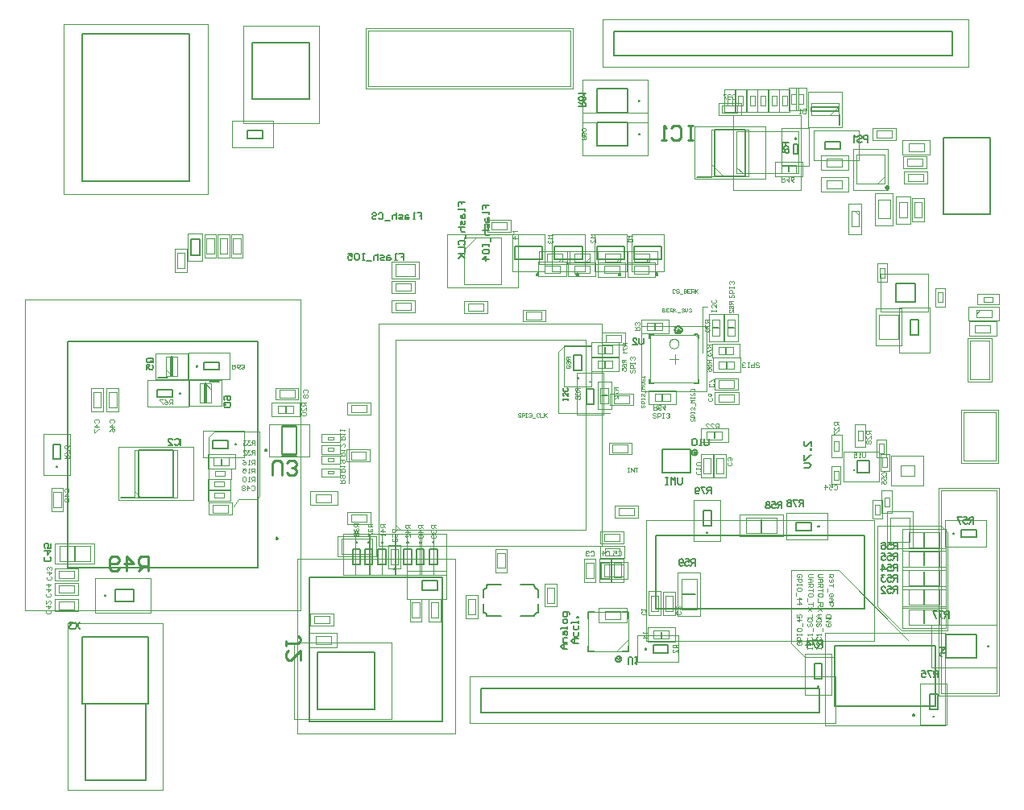
<source format=gbo>
%FSTAX23Y23*%
%MOIN*%
%SFA1B1*%

%IPPOS*%
%ADD10C,0.007874*%
%ADD11C,0.009843*%
%ADD12C,0.005905*%
%ADD13C,0.009843*%
%ADD14C,0.003937*%
%ADD15C,0.005118*%
%ADD16C,0.007874*%
%ADD18C,0.000000*%
%ADD19C,0.001969*%
%ADD203C,0.005905*%
%ADD204C,0.005512*%
%LNshm_pcb-1*%
%LPD*%
G54D10*
X00343Y00553D02*
D01*
X00343Y00554*
X00343Y00554*
X00343Y00554*
X00343Y00554*
X00343Y00554*
X00343Y00554*
X00343Y00554*
X00343Y00554*
X00343Y00555*
X00343Y00555*
X00343Y00555*
X00343Y00555*
X00342Y00555*
X00342Y00555*
X00342Y00555*
X00342Y00555*
X00342Y00555*
X00342Y00555*
X00342Y00555*
X00342Y00555*
X00341Y00555*
X00341Y00555*
X00341*
X00341Y00555*
X00341Y00555*
X00341Y00555*
X00341Y00555*
X0034Y00555*
X0034Y00555*
X0034Y00555*
X0034Y00555*
X0034Y00555*
X0034Y00555*
X0034Y00555*
X0034Y00555*
X0034Y00555*
X0034Y00554*
X00339Y00554*
X00339Y00554*
X00339Y00554*
X00339Y00554*
X00339Y00554*
X00339Y00554*
X00339Y00554*
X00339Y00553*
X00339Y00553*
X00339Y00553*
X00339Y00553*
X00339Y00553*
X00339Y00553*
X00339Y00553*
X00339Y00553*
X0034Y00552*
X0034Y00552*
X0034Y00552*
X0034Y00552*
X0034Y00552*
X0034Y00552*
X0034Y00552*
X0034Y00552*
X0034Y00552*
X0034Y00552*
X00341Y00552*
X00341Y00552*
X00341Y00551*
X00341Y00551*
X00341Y00551*
X00341*
X00341Y00551*
X00342Y00551*
X00342Y00552*
X00342Y00552*
X00342Y00552*
X00342Y00552*
X00342Y00552*
X00342Y00552*
X00342Y00552*
X00343Y00552*
X00343Y00552*
X00343Y00552*
X00343Y00552*
X00343Y00552*
X00343Y00553*
X00343Y00553*
X00343Y00553*
X00343Y00553*
X00343Y00553*
X00343Y00553*
X00343Y00553*
X00343Y00553*
X0377Y00053D02*
D01*
X0377Y00053*
X0377Y00053*
X0377Y00053*
X0377Y00053*
X0377Y00053*
X0377Y00053*
X0377Y00054*
X0377Y00054*
X0377Y00054*
X0377Y00054*
X0377Y00054*
X0377Y00054*
X0377Y00054*
X03769Y00054*
X03769Y00054*
X03769Y00054*
X03769Y00054*
X03769Y00055*
X03769Y00055*
X03769Y00055*
X03769Y00055*
X03768Y00055*
X03768*
X03768Y00055*
X03768Y00055*
X03768Y00055*
X03768Y00055*
X03768Y00054*
X03768Y00054*
X03767Y00054*
X03767Y00054*
X03767Y00054*
X03767Y00054*
X03767Y00054*
X03767Y00054*
X03767Y00054*
X03767Y00054*
X03767Y00054*
X03767Y00053*
X03767Y00053*
X03767Y00053*
X03766Y00053*
X03766Y00053*
X03766Y00053*
X03766Y00053*
X03766Y00053*
X03766Y00052*
X03766Y00052*
X03767Y00052*
X03767Y00052*
X03767Y00052*
X03767Y00052*
X03767Y00052*
X03767Y00051*
X03767Y00051*
X03767Y00051*
X03767Y00051*
X03767Y00051*
X03767Y00051*
X03767Y00051*
X03768Y00051*
X03768Y00051*
X03768Y00051*
X03768Y00051*
X03768Y00051*
X03768Y00051*
X03768Y00051*
X03768*
X03769Y00051*
X03769Y00051*
X03769Y00051*
X03769Y00051*
X03769Y00051*
X03769Y00051*
X03769Y00051*
X03769Y00051*
X0377Y00051*
X0377Y00051*
X0377Y00051*
X0377Y00051*
X0377Y00051*
X0377Y00052*
X0377Y00052*
X0377Y00052*
X0377Y00052*
X0377Y00052*
X0377Y00052*
X0377Y00052*
X0377Y00053*
X0377Y00053*
X03292Y00178D02*
D01*
X03292Y00178*
X03292Y00178*
X03292Y00178*
X03292Y00178*
X03292Y00179*
X03291Y00179*
X03291Y00179*
X03291Y00179*
X03291Y00179*
X03291Y00179*
X03291Y00179*
X03291Y00179*
X03291Y00179*
X03291Y00179*
X03291Y0018*
X03291Y0018*
X0329Y0018*
X0329Y0018*
X0329Y0018*
X0329Y0018*
X0329Y0018*
X0329Y0018*
X0329*
X03289Y0018*
X03289Y0018*
X03289Y0018*
X03289Y0018*
X03289Y0018*
X03289Y0018*
X03289Y0018*
X03289Y00179*
X03288Y00179*
X03288Y00179*
X03288Y00179*
X03288Y00179*
X03288Y00179*
X03288Y00179*
X03288Y00179*
X03288Y00179*
X03288Y00179*
X03288Y00178*
X03288Y00178*
X03288Y00178*
X03288Y00178*
X03288Y00178*
X03288Y00178*
X03288Y00178*
X03288Y00177*
X03288Y00177*
X03288Y00177*
X03288Y00177*
X03288Y00177*
X03288Y00177*
X03288Y00177*
X03288Y00177*
X03288Y00176*
X03288Y00176*
X03288Y00176*
X03289Y00176*
X03289Y00176*
X03289Y00176*
X03289Y00176*
X03289Y00176*
X03289Y00176*
X03289Y00176*
X03289Y00176*
X0329Y00176*
X0329*
X0329Y00176*
X0329Y00176*
X0329Y00176*
X0329Y00176*
X0329Y00176*
X03291Y00176*
X03291Y00176*
X03291Y00176*
X03291Y00176*
X03291Y00176*
X03291Y00176*
X03291Y00177*
X03291Y00177*
X03291Y00177*
X03291Y00177*
X03291Y00177*
X03292Y00177*
X03292Y00177*
X03292Y00177*
X03292Y00178*
X03292Y00178*
X03292Y00178*
X03294Y00839D02*
D01*
X03294Y00839*
X03294Y0084*
X03294Y0084*
X03294Y0084*
X03294Y0084*
X03294Y0084*
X03294Y0084*
X03294Y0084*
X03294Y0084*
X03294Y00841*
X03293Y00841*
X03293Y00841*
X03293Y00841*
X03293Y00841*
X03293Y00841*
X03293Y00841*
X03293Y00841*
X03293Y00841*
X03292Y00841*
X03292Y00841*
X03292Y00841*
X03292Y00841*
X03292*
X03292Y00841*
X03292Y00841*
X03292Y00841*
X03291Y00841*
X03291Y00841*
X03291Y00841*
X03291Y00841*
X03291Y00841*
X03291Y00841*
X03291Y00841*
X03291Y00841*
X03291Y00841*
X0329Y0084*
X0329Y0084*
X0329Y0084*
X0329Y0084*
X0329Y0084*
X0329Y0084*
X0329Y0084*
X0329Y0084*
X0329Y00839*
X0329Y00839*
X0329Y00839*
X0329Y00839*
X0329Y00839*
X0329Y00839*
X0329Y00839*
X0329Y00838*
X0329Y00838*
X0329Y00838*
X0329Y00838*
X03291Y00838*
X03291Y00838*
X03291Y00838*
X03291Y00838*
X03291Y00838*
X03291Y00838*
X03291Y00837*
X03291Y00837*
X03291Y00837*
X03292Y00837*
X03292Y00837*
X03292Y00837*
X03292Y00837*
X03292*
X03292Y00837*
X03292Y00837*
X03292Y00837*
X03293Y00837*
X03293Y00837*
X03293Y00837*
X03293Y00838*
X03293Y00838*
X03293Y00838*
X03293Y00838*
X03293Y00838*
X03294Y00838*
X03294Y00838*
X03294Y00838*
X03294Y00838*
X03294Y00838*
X03294Y00839*
X03294Y00839*
X03294Y00839*
X03294Y00839*
X03294Y00839*
X03294Y00839*
X02833Y00812D02*
D01*
X02833Y00813*
X02833Y00813*
X02833Y00813*
X02833Y00813*
X02833Y00813*
X02833Y00813*
X02833Y00813*
X02833Y00814*
X02833Y00814*
X02833Y00814*
X02832Y00814*
X02832Y00814*
X02832Y00814*
X02832Y00814*
X02832Y00814*
X02832Y00814*
X02832Y00814*
X02832Y00814*
X02831Y00814*
X02831Y00814*
X02831Y00814*
X02831Y00814*
X02831*
X02831Y00814*
X02831Y00814*
X02831Y00814*
X0283Y00814*
X0283Y00814*
X0283Y00814*
X0283Y00814*
X0283Y00814*
X0283Y00814*
X0283Y00814*
X0283Y00814*
X02829Y00814*
X02829Y00814*
X02829Y00814*
X02829Y00813*
X02829Y00813*
X02829Y00813*
X02829Y00813*
X02829Y00813*
X02829Y00813*
X02829Y00813*
X02829Y00812*
X02829Y00812*
X02829Y00812*
X02829Y00812*
X02829Y00812*
X02829Y00812*
X02829Y00812*
X02829Y00812*
X02829Y00811*
X02829Y00811*
X02829Y00811*
X0283Y00811*
X0283Y00811*
X0283Y00811*
X0283Y00811*
X0283Y00811*
X0283Y00811*
X0283Y00811*
X0283Y00811*
X02831Y00811*
X02831Y00811*
X02831Y00811*
X02831Y00811*
X02831*
X02831Y00811*
X02831Y00811*
X02831Y00811*
X02832Y00811*
X02832Y00811*
X02832Y00811*
X02832Y00811*
X02832Y00811*
X02832Y00811*
X02832Y00811*
X02832Y00811*
X02833Y00811*
X02833Y00811*
X02833Y00811*
X02833Y00812*
X02833Y00812*
X02833Y00812*
X02833Y00812*
X02833Y00812*
X02833Y00812*
X02833Y00812*
X02833Y00812*
X03996Y00344D02*
D01*
X03996Y00344*
X03996Y00344*
X03996Y00344*
X03995Y00345*
X03995Y00345*
X03995Y00345*
X03995Y00345*
X03995Y00345*
X03995Y00345*
X03995Y00345*
X03995Y00345*
X03995Y00345*
X03995Y00346*
X03995Y00346*
X03995Y00346*
X03994Y00346*
X03994Y00346*
X03994Y00346*
X03994Y00346*
X03994Y00346*
X03994Y00346*
X03994Y00346*
X03994*
X03993Y00346*
X03993Y00346*
X03993Y00346*
X03993Y00346*
X03993Y00346*
X03993Y00346*
X03993Y00346*
X03992Y00346*
X03992Y00346*
X03992Y00345*
X03992Y00345*
X03992Y00345*
X03992Y00345*
X03992Y00345*
X03992Y00345*
X03992Y00345*
X03992Y00345*
X03992Y00345*
X03992Y00344*
X03992Y00344*
X03992Y00344*
X03992Y00344*
X03992Y00344*
X03992Y00344*
X03992Y00344*
X03992Y00343*
X03992Y00343*
X03992Y00343*
X03992Y00343*
X03992Y00343*
X03992Y00343*
X03992Y00343*
X03992Y00343*
X03992Y00343*
X03992Y00342*
X03992Y00342*
X03993Y00342*
X03993Y00342*
X03993Y00342*
X03993Y00342*
X03993Y00342*
X03993Y00342*
X03993Y00342*
X03994Y00342*
X03994*
X03994Y00342*
X03994Y00342*
X03994Y00342*
X03994Y00342*
X03994Y00342*
X03994Y00342*
X03995Y00342*
X03995Y00342*
X03995Y00342*
X03995Y00343*
X03995Y00343*
X03995Y00343*
X03995Y00343*
X03995Y00343*
X03995Y00343*
X03995Y00343*
X03995Y00343*
X03995Y00343*
X03996Y00344*
X03996Y00344*
X03996Y00344*
X03996Y00344*
X02551Y02602D02*
D01*
X02551Y02602*
X02551Y02602*
X02551Y02602*
X02551Y02602*
X02551Y02603*
X02551Y02603*
X0255Y02603*
X0255Y02603*
X0255Y02603*
X0255Y02603*
X0255Y02603*
X0255Y02603*
X0255Y02603*
X0255Y02603*
X0255Y02604*
X0255Y02604*
X02549Y02604*
X02549Y02604*
X02549Y02604*
X02549Y02604*
X02549Y02604*
X02549Y02604*
X02549*
X02549Y02604*
X02548Y02604*
X02548Y02604*
X02548Y02604*
X02548Y02604*
X02548Y02604*
X02548Y02604*
X02548Y02603*
X02548Y02603*
X02547Y02603*
X02547Y02603*
X02547Y02603*
X02547Y02603*
X02547Y02603*
X02547Y02603*
X02547Y02603*
X02547Y02603*
X02547Y02602*
X02547Y02602*
X02547Y02602*
X02547Y02602*
X02547Y02602*
X02547Y02602*
X02547Y02602*
X02547Y02601*
X02547Y02601*
X02547Y02601*
X02547Y02601*
X02547Y02601*
X02547Y02601*
X02547Y02601*
X02547Y02601*
X02547Y026*
X02547Y026*
X02548Y026*
X02548Y026*
X02548Y026*
X02548Y026*
X02548Y026*
X02548Y026*
X02548Y026*
X02548Y026*
X02549Y026*
X02549Y026*
X02549*
X02549Y026*
X02549Y026*
X02549Y026*
X02549Y026*
X02549Y026*
X0255Y026*
X0255Y026*
X0255Y026*
X0255Y026*
X0255Y026*
X0255Y026*
X0255Y02601*
X0255Y02601*
X0255Y02601*
X0255Y02601*
X02551Y02601*
X02551Y02601*
X02551Y02601*
X02551Y02601*
X02551Y02602*
X02551Y02602*
X02551Y02602*
Y02464D02*
D01*
X02551Y02464*
X02551Y02464*
X02551Y02464*
X02551Y02465*
X02551Y02465*
X02551Y02465*
X0255Y02465*
X0255Y02465*
X0255Y02465*
X0255Y02465*
X0255Y02465*
X0255Y02466*
X0255Y02466*
X0255Y02466*
X0255Y02466*
X0255Y02466*
X02549Y02466*
X02549Y02466*
X02549Y02466*
X02549Y02466*
X02549Y02466*
X02549Y02466*
X02549*
X02549Y02466*
X02548Y02466*
X02548Y02466*
X02548Y02466*
X02548Y02466*
X02548Y02466*
X02548Y02466*
X02548Y02466*
X02548Y02466*
X02547Y02466*
X02547Y02465*
X02547Y02465*
X02547Y02465*
X02547Y02465*
X02547Y02465*
X02547Y02465*
X02547Y02465*
X02547Y02465*
X02547Y02464*
X02547Y02464*
X02547Y02464*
X02547Y02464*
X02547Y02464*
X02547Y02464*
X02547Y02464*
X02547Y02464*
X02547Y02463*
X02547Y02463*
X02547Y02463*
X02547Y02463*
X02547Y02463*
X02547Y02463*
X02547Y02463*
X02547Y02463*
X02548Y02463*
X02548Y02462*
X02548Y02462*
X02548Y02462*
X02548Y02462*
X02548Y02462*
X02548Y02462*
X02548Y02462*
X02549Y02462*
X02549Y02462*
X02549*
X02549Y02462*
X02549Y02462*
X02549Y02462*
X02549Y02462*
X02549Y02462*
X0255Y02462*
X0255Y02462*
X0255Y02462*
X0255Y02463*
X0255Y02463*
X0255Y02463*
X0255Y02463*
X0255Y02463*
X0255Y02463*
X0255Y02463*
X02551Y02463*
X02551Y02463*
X02551Y02464*
X02551Y02464*
X02551Y02464*
X02551Y02464*
X02551Y02464*
X02298Y01454D02*
D01*
X02298Y01454*
X02298Y01454*
X02298Y01455*
X02298Y01455*
X02298Y01455*
X02298Y01455*
X02298Y01455*
X02298Y01455*
X02298Y01455*
X02297Y01455*
X02297Y01456*
X02297Y01456*
X02297Y01456*
X02297Y01456*
X02297Y01456*
X02297Y01456*
X02297Y01456*
X02297Y01456*
X02296Y01456*
X02296Y01456*
X02296Y01456*
X02296Y01456*
X02296*
X02296Y01456*
X02296Y01456*
X02295Y01456*
X02295Y01456*
X02295Y01456*
X02295Y01456*
X02295Y01456*
X02295Y01456*
X02295Y01456*
X02295Y01456*
X02295Y01456*
X02294Y01455*
X02294Y01455*
X02294Y01455*
X02294Y01455*
X02294Y01455*
X02294Y01455*
X02294Y01455*
X02294Y01455*
X02294Y01454*
X02294Y01454*
X02294Y01454*
X02294Y01454*
X02294Y01454*
X02294Y01454*
X02294Y01454*
X02294Y01454*
X02294Y01453*
X02294Y01453*
X02294Y01453*
X02294Y01453*
X02294Y01453*
X02295Y01453*
X02295Y01453*
X02295Y01453*
X02295Y01453*
X02295Y01453*
X02295Y01452*
X02295Y01452*
X02295Y01452*
X02295Y01452*
X02296Y01452*
X02296Y01452*
X02296Y01452*
X02296*
X02296Y01452*
X02296Y01452*
X02296Y01452*
X02297Y01452*
X02297Y01452*
X02297Y01452*
X02297Y01453*
X02297Y01453*
X02297Y01453*
X02297Y01453*
X02297Y01453*
X02297Y01453*
X02298Y01453*
X02298Y01453*
X02298Y01453*
X02298Y01453*
X02298Y01454*
X02298Y01454*
X02298Y01454*
X02298Y01454*
X02298Y01454*
X02298Y01454*
X02349Y01438D02*
D01*
X02349Y01439*
X02349Y01439*
X02349Y01439*
X02349Y01439*
X02349Y01439*
X02349Y01439*
X02348Y01439*
X02348Y0144*
X02348Y0144*
X02348Y0144*
X02348Y0144*
X02348Y0144*
X02348Y0144*
X02348Y0144*
X02348Y0144*
X02348Y0144*
X02347Y0144*
X02347Y0144*
X02347Y0144*
X02347Y0144*
X02347Y0144*
X02347Y0144*
X02347*
X02347Y0144*
X02346Y0144*
X02346Y0144*
X02346Y0144*
X02346Y0144*
X02346Y0144*
X02346Y0144*
X02346Y0144*
X02346Y0144*
X02345Y0144*
X02345Y0144*
X02345Y0144*
X02345Y0144*
X02345Y0144*
X02345Y01439*
X02345Y01439*
X02345Y01439*
X02345Y01439*
X02345Y01439*
X02345Y01439*
X02345Y01439*
X02345Y01438*
X02345Y01438*
X02345Y01438*
X02345Y01438*
X02345Y01438*
X02345Y01438*
X02345Y01438*
X02345Y01438*
X02345Y01437*
X02345Y01437*
X02345Y01437*
X02345Y01437*
X02345Y01437*
X02346Y01437*
X02346Y01437*
X02346Y01437*
X02346Y01437*
X02346Y01437*
X02346Y01437*
X02346Y01437*
X02346Y01437*
X02347Y01437*
X02347Y01437*
X02347*
X02347Y01437*
X02347Y01437*
X02347Y01437*
X02347Y01437*
X02347Y01437*
X02348Y01437*
X02348Y01437*
X02348Y01437*
X02348Y01437*
X02348Y01437*
X02348Y01437*
X02348Y01437*
X02348Y01437*
X02348Y01437*
X02348Y01438*
X02349Y01438*
X02349Y01438*
X02349Y01438*
X02349Y01438*
X02349Y01438*
X02349Y01438*
X02349Y01438*
X03685Y00062D02*
D01*
X03684Y00062*
X03684Y00062*
X03684Y00062*
X03683Y00062*
X03683Y00062*
X03683Y00062*
X03683Y00062*
X03682Y00062*
X03682Y00062*
X03682Y00062*
X03682Y00061*
X03682Y00061*
X03681Y00061*
X03681Y00061*
X03681Y00061*
X03681Y0006*
X03681Y0006*
X03681Y0006*
X03681Y0006*
X03681Y00059*
X03681Y00059*
X03681Y00059*
Y00058*
X03681Y00058*
X03681Y00058*
X03681Y00058*
X03681Y00057*
X03681Y00057*
X03681Y00057*
X03681Y00057*
X03681Y00056*
X03681Y00056*
X03682Y00056*
X03682Y00056*
X03682Y00056*
X03682Y00055*
X03682Y00055*
X03683Y00055*
X03683Y00055*
X03683Y00055*
X03683Y00055*
X03684Y00055*
X03684Y00055*
X03684Y00055*
X03685Y00055*
D01*
X03685Y00055*
X03685Y00055*
X03685Y00055*
X03686Y00055*
X03686Y00055*
X03686Y00055*
X03686Y00055*
X03687Y00055*
X03687Y00055*
X03687Y00056*
X03687Y00056*
X03687Y00056*
X03688Y00056*
X03688Y00056*
X03688Y00057*
X03688Y00057*
X03688Y00057*
X03688Y00057*
X03688Y00058*
X03688Y00058*
X03688Y00058*
X03688Y00058*
Y00059*
X03688Y00059*
X03688Y00059*
X03688Y0006*
X03688Y0006*
X03688Y0006*
X03688Y0006*
X03688Y00061*
X03688Y00061*
X03688Y00061*
X03687Y00061*
X03687Y00061*
X03687Y00062*
X03687Y00062*
X03687Y00062*
X03686Y00062*
X03686Y00062*
X03686Y00062*
X03686Y00062*
X03685Y00062*
X03685Y00062*
X03685Y00062*
X03685Y00062*
X03853Y00811D02*
D01*
X03853Y00811*
X03853Y00811*
X03853Y00811*
X03853Y00811*
X03853Y00811*
X03853Y00811*
X03853Y00811*
X03853Y00812*
X03853Y00812*
X03853Y00812*
X03852Y00812*
X03852Y00812*
X03852Y00812*
X03852Y00812*
X03852Y00812*
X03852Y00812*
X03852Y00812*
X03852Y00812*
X03852Y00812*
X03851Y00812*
X03851Y00812*
X03851Y00812*
X03851*
X03851Y00812*
X03851Y00812*
X03851Y00812*
X0385Y00812*
X0385Y00812*
X0385Y00812*
X0385Y00812*
X0385Y00812*
X0385Y00812*
X0385Y00812*
X0385Y00812*
X0385Y00812*
X03849Y00812*
X03849Y00812*
X03849Y00811*
X03849Y00811*
X03849Y00811*
X03849Y00811*
X03849Y00811*
X03849Y00811*
X03849Y00811*
X03849Y00811*
X03849Y0081*
X03849Y0081*
X03849Y0081*
X03849Y0081*
X03849Y0081*
X03849Y0081*
X03849Y0081*
X03849Y00809*
X03849Y00809*
X0385Y00809*
X0385Y00809*
X0385Y00809*
X0385Y00809*
X0385Y00809*
X0385Y00809*
X0385Y00809*
X0385Y00809*
X0385Y00809*
X03851Y00809*
X03851Y00809*
X03851Y00809*
X03851Y00809*
X03851*
X03851Y00809*
X03851Y00809*
X03852Y00809*
X03852Y00809*
X03852Y00809*
X03852Y00809*
X03852Y00809*
X03852Y00809*
X03852Y00809*
X03852Y00809*
X03852Y00809*
X03853Y00809*
X03853Y00809*
X03853Y00809*
X03853Y0081*
X03853Y0081*
X03853Y0081*
X03853Y0081*
X03853Y0081*
X03853Y0081*
X03853Y0081*
X03853Y00811*
X01009Y01156D02*
D01*
X01009Y01156*
X01009Y01157*
X01009Y01157*
X01009Y01157*
X01009Y01158*
X01009Y01158*
X01009Y01158*
X01009Y01158*
X01009Y01159*
X01008Y01159*
X01008Y01159*
X01008Y01159*
X01008Y01159*
X01008Y01159*
X01007Y0116*
X01007Y0116*
X01007Y0116*
X01007Y0116*
X01006Y0116*
X01006Y0116*
X01006Y0116*
X01006Y0116*
X01005*
X01005Y0116*
X01005Y0116*
X01004Y0116*
X01004Y0116*
X01004Y0116*
X01004Y0116*
X01003Y0116*
X01003Y01159*
X01003Y01159*
X01003Y01159*
X01003Y01159*
X01002Y01159*
X01002Y01159*
X01002Y01158*
X01002Y01158*
X01002Y01158*
X01002Y01158*
X01002Y01157*
X01002Y01157*
X01002Y01157*
X01001Y01156*
X01001Y01156*
X01001Y01156*
X01002Y01156*
X01002Y01155*
X01002Y01155*
X01002Y01155*
X01002Y01155*
X01002Y01154*
X01002Y01154*
X01002Y01154*
X01002Y01154*
X01003Y01153*
X01003Y01153*
X01003Y01153*
X01003Y01153*
X01003Y01153*
X01004Y01153*
X01004Y01153*
X01004Y01152*
X01004Y01152*
X01005Y01152*
X01005Y01152*
X01005Y01152*
X01006*
X01006Y01152*
X01006Y01152*
X01006Y01152*
X01007Y01152*
X01007Y01153*
X01007Y01153*
X01007Y01153*
X01008Y01153*
X01008Y01153*
X01008Y01153*
X01008Y01153*
X01008Y01154*
X01009Y01154*
X01009Y01154*
X01009Y01154*
X01009Y01155*
X01009Y01155*
X01009Y01155*
X01009Y01155*
X01009Y01156*
X01009Y01156*
X01009Y01156*
X03198Y02445D02*
D01*
X03198Y02445*
X03198Y02445*
X03198Y02445*
X03198Y02445*
X03198Y02445*
X03198Y02446*
X03198Y02446*
X03198Y02446*
X03198Y02446*
X03198Y02446*
X03198Y02446*
X03198Y02446*
X03198Y02446*
X03197Y02446*
X03197Y02446*
X03197Y02447*
X03197Y02447*
X03197Y02447*
X03197Y02447*
X03197Y02447*
X03197Y02447*
X03196Y02447*
X03196*
X03196Y02447*
X03196Y02447*
X03196Y02447*
X03196Y02447*
X03196Y02447*
X03195Y02447*
X03195Y02446*
X03195Y02446*
X03195Y02446*
X03195Y02446*
X03195Y02446*
X03195Y02446*
X03195Y02446*
X03195Y02446*
X03195Y02446*
X03195Y02446*
X03195Y02445*
X03194Y02445*
X03194Y02445*
X03194Y02445*
X03194Y02445*
X03194Y02445*
X03194Y02445*
X03194Y02445*
X03194Y02444*
X03194Y02444*
X03195Y02444*
X03195Y02444*
X03195Y02444*
X03195Y02444*
X03195Y02444*
X03195Y02444*
X03195Y02443*
X03195Y02443*
X03195Y02443*
X03195Y02443*
X03195Y02443*
X03195Y02443*
X03196Y02443*
X03196Y02443*
X03196Y02443*
X03196Y02443*
X03196Y02443*
X03196Y02443*
X03196*
X03197Y02443*
X03197Y02443*
X03197Y02443*
X03197Y02443*
X03197Y02443*
X03197Y02443*
X03197Y02443*
X03197Y02443*
X03198Y02443*
X03198Y02443*
X03198Y02443*
X03198Y02444*
X03198Y02444*
X03198Y02444*
X03198Y02444*
X03198Y02444*
X03198Y02444*
X03198Y02444*
X03198Y02444*
X03198Y02445*
X03198Y02445*
X03198Y02445*
X02133Y01883D02*
D01*
X02133Y01883*
X02133Y01884*
X02132Y01884*
X02132Y01884*
X02132Y01884*
X02132Y01885*
X02132Y01885*
X02132Y01885*
X02132Y01885*
X02132Y01885*
X02131Y01886*
X02131Y01886*
X02131Y01886*
X02131Y01886*
X02131Y01886*
X0213Y01887*
X0213Y01887*
X0213Y01887*
X0213Y01887*
X02129Y01887*
X02129Y01887*
X02129Y01887*
X02128*
X02128Y01887*
X02128Y01887*
X02128Y01887*
X02127Y01887*
X02127Y01887*
X02127Y01887*
X02127Y01886*
X02126Y01886*
X02126Y01886*
X02126Y01886*
X02126Y01886*
X02126Y01885*
X02125Y01885*
X02125Y01885*
X02125Y01885*
X02125Y01885*
X02125Y01884*
X02125Y01884*
X02125Y01884*
X02125Y01884*
X02125Y01883*
X02125Y01883*
X02125Y01883*
X02125Y01882*
X02125Y01882*
X02125Y01882*
X02125Y01882*
X02125Y01881*
X02125Y01881*
X02125Y01881*
X02125Y01881*
X02126Y0188*
X02126Y0188*
X02126Y0188*
X02126Y0188*
X02126Y0188*
X02127Y0188*
X02127Y01879*
X02127Y01879*
X02127Y01879*
X02128Y01879*
X02128Y01879*
X02128Y01879*
X02128Y01879*
X02129*
X02129Y01879*
X02129Y01879*
X0213Y01879*
X0213Y01879*
X0213Y01879*
X0213Y01879*
X02131Y0188*
X02131Y0188*
X02131Y0188*
X02131Y0188*
X02131Y0188*
X02132Y0188*
X02132Y01881*
X02132Y01881*
X02132Y01881*
X02132Y01881*
X02132Y01882*
X02132Y01882*
X02132Y01882*
X02133Y01882*
X02133Y01883*
X02133Y01883*
X00881Y01179D02*
D01*
X00881Y01179*
X00881Y01179*
X00881Y01179*
X00881Y0118*
X00881Y0118*
X00881Y0118*
X00881Y0118*
X00881Y0118*
X00881Y0118*
X00881Y0118*
X00881Y0118*
X00881Y0118*
X00881Y01181*
X00881Y01181*
X0088Y01181*
X0088Y01181*
X0088Y01181*
X0088Y01181*
X0088Y01181*
X0088Y01181*
X0088Y01181*
X00879Y01181*
X00879*
X00879Y01181*
X00879Y01181*
X00879Y01181*
X00879Y01181*
X00879Y01181*
X00879Y01181*
X00878Y01181*
X00878Y01181*
X00878Y01181*
X00878Y0118*
X00878Y0118*
X00878Y0118*
X00878Y0118*
X00878Y0118*
X00878Y0118*
X00878Y0118*
X00878Y0118*
X00878Y0118*
X00877Y01179*
X00877Y01179*
X00877Y01179*
X00877Y01179*
X00877Y01179*
X00877Y01179*
X00877Y01179*
X00878Y01178*
X00878Y01178*
X00878Y01178*
X00878Y01178*
X00878Y01178*
X00878Y01178*
X00878Y01178*
X00878Y01178*
X00878Y01178*
X00878Y01177*
X00878Y01177*
X00878Y01177*
X00879Y01177*
X00879Y01177*
X00879Y01177*
X00879Y01177*
X00879Y01177*
X00879Y01177*
X00879Y01177*
X00879*
X0088Y01177*
X0088Y01177*
X0088Y01177*
X0088Y01177*
X0088Y01177*
X0088Y01177*
X0088Y01177*
X00881Y01177*
X00881Y01177*
X00881Y01178*
X00881Y01178*
X00881Y01178*
X00881Y01178*
X00881Y01178*
X00881Y01178*
X00881Y01178*
X00881Y01178*
X00881Y01178*
X00881Y01179*
X00881Y01179*
X00881Y01179*
X00881Y01179*
X01537Y00665D02*
D01*
X01536Y00665*
X01536Y00665*
X01536Y00665*
X01536Y00665*
X01536Y00665*
X01536Y00665*
X01536Y00665*
X01535Y00665*
X01535Y00665*
X01535Y00665*
X01535Y00665*
X01535Y00665*
X01535Y00664*
X01535Y00664*
X01535Y00664*
X01535Y00664*
X01535Y00664*
X01535Y00664*
X01535Y00664*
X01535Y00664*
X01535Y00663*
X01535Y00663*
Y00663*
X01535Y00663*
X01535Y00663*
X01535Y00663*
X01535Y00663*
X01535Y00663*
X01535Y00662*
X01535Y00662*
X01535Y00662*
X01535Y00662*
X01535Y00662*
X01535Y00662*
X01535Y00662*
X01535Y00662*
X01535Y00662*
X01536Y00662*
X01536Y00661*
X01536Y00661*
X01536Y00661*
X01536Y00661*
X01536Y00661*
X01536Y00661*
X01537Y00661*
D01*
X01537Y00661*
X01537Y00661*
X01537Y00661*
X01537Y00661*
X01537Y00661*
X01537Y00661*
X01537Y00662*
X01538Y00662*
X01538Y00662*
X01538Y00662*
X01538Y00662*
X01538Y00662*
X01538Y00662*
X01538Y00662*
X01538Y00662*
X01538Y00662*
X01538Y00663*
X01538Y00663*
X01538Y00663*
X01538Y00663*
X01538Y00663*
X01538Y00663*
Y00663*
X01538Y00663*
X01538Y00664*
X01538Y00664*
X01538Y00664*
X01538Y00664*
X01538Y00664*
X01538Y00664*
X01538Y00664*
X01538Y00664*
X01538Y00665*
X01538Y00665*
X01538Y00665*
X01538Y00665*
X01538Y00665*
X01537Y00665*
X01537Y00665*
X01537Y00665*
X01537Y00665*
X01537Y00665*
X01537Y00665*
X01537Y00665*
X01537Y00665*
D01*
X01536Y00665*
X01536Y00665*
X01536Y00665*
X01536Y00665*
X01536Y00665*
X01536Y00665*
X01536Y00665*
X01535Y00665*
X01535Y00665*
X01535Y00665*
X01535Y00665*
X01535Y00665*
X01535Y00664*
X01535Y00664*
X01535Y00664*
X01535Y00664*
X01535Y00664*
X01535Y00664*
X01535Y00664*
X01535Y00664*
X01535Y00663*
X01535Y00663*
Y00663*
X01535Y00663*
X01535Y00663*
X01535Y00663*
X01535Y00663*
X01535Y00663*
X01535Y00662*
X01535Y00662*
X01535Y00662*
X01535Y00662*
X01535Y00662*
X01535Y00662*
X01535Y00662*
X01535Y00662*
X01535Y00662*
X01536Y00662*
X01536Y00661*
X01536Y00661*
X01536Y00661*
X01536Y00661*
X01536Y00661*
X01536Y00661*
X01537Y00661*
X00721Y01502D02*
D01*
X00721Y01502*
X00721Y01503*
X00721Y01503*
X00721Y01503*
X00721Y01503*
X00721Y01503*
X00721Y01503*
X00721Y01503*
X00721Y01503*
X00721Y01504*
X00721Y01504*
X00721Y01504*
X0072Y01504*
X0072Y01504*
X0072Y01504*
X0072Y01504*
X0072Y01504*
X0072Y01504*
X0072Y01504*
X0072Y01504*
X00719Y01504*
X00719Y01504*
X00719*
X00719Y01504*
X00719Y01504*
X00719Y01504*
X00719Y01504*
X00718Y01504*
X00718Y01504*
X00718Y01504*
X00718Y01504*
X00718Y01504*
X00718Y01504*
X00718Y01504*
X00718Y01504*
X00718Y01503*
X00718Y01503*
X00717Y01503*
X00717Y01503*
X00717Y01503*
X00717Y01503*
X00717Y01503*
X00717Y01503*
X00717Y01502*
X00717Y01502*
X00717Y01502*
X00717Y01502*
X00717Y01502*
X00717Y01502*
X00717Y01502*
X00717Y01501*
X00717Y01501*
X00718Y01501*
X00718Y01501*
X00718Y01501*
X00718Y01501*
X00718Y01501*
X00718Y01501*
X00718Y01501*
X00718Y01501*
X00718Y015*
X00718Y015*
X00719Y015*
X00719Y015*
X00719Y015*
X00719Y015*
X00719Y015*
X00719*
X00719Y015*
X0072Y015*
X0072Y015*
X0072Y015*
X0072Y015*
X0072Y015*
X0072Y01501*
X0072Y01501*
X0072Y01501*
X00721Y01501*
X00721Y01501*
X00721Y01501*
X00721Y01501*
X00721Y01501*
X00721Y01501*
X00721Y01501*
X00721Y01502*
X00721Y01502*
X00721Y01502*
X00721Y01502*
X00721Y01502*
X00721Y01502*
X00142Y01087D02*
D01*
X00142Y01087*
X00142Y01087*
X00142Y01087*
X00142Y01087*
X00142Y01087*
X00142Y01087*
X00142Y01087*
X00142Y01088*
X00142Y01088*
X00142Y01088*
X00142Y01088*
X00142Y01088*
X00142Y01088*
X00142Y01088*
X00141Y01088*
X00141Y01088*
X00141Y01088*
X00141Y01088*
X00141Y01088*
X00141Y01088*
X00141Y01088*
X00141Y01088*
X0014*
X0014Y01088*
X0014Y01088*
X0014Y01088*
X0014Y01088*
X0014Y01088*
X0014Y01088*
X00139Y01088*
X00139Y01088*
X00139Y01088*
X00139Y01088*
X00139Y01088*
X00139Y01088*
X00139Y01088*
X00139Y01088*
X00139Y01087*
X00139Y01087*
X00139Y01087*
X00139Y01087*
X00139Y01087*
X00138Y01087*
X00138Y01087*
X00138Y01087*
X00138Y01086*
X00138Y01086*
X00139Y01086*
X00139Y01086*
X00139Y01086*
X00139Y01086*
X00139Y01086*
X00139Y01085*
X00139Y01085*
X00139Y01085*
X00139Y01085*
X00139Y01085*
X00139Y01085*
X00139Y01085*
X00139Y01085*
X0014Y01085*
X0014Y01085*
X0014Y01085*
X0014Y01085*
X0014Y01085*
X0014Y01085*
X0014Y01085*
X00141*
X00141Y01085*
X00141Y01085*
X00141Y01085*
X00141Y01085*
X00141Y01085*
X00141Y01085*
X00141Y01085*
X00142Y01085*
X00142Y01085*
X00142Y01085*
X00142Y01085*
X00142Y01085*
X00142Y01085*
X00142Y01085*
X00142Y01086*
X00142Y01086*
X00142Y01086*
X00142Y01086*
X00142Y01086*
X00142Y01086*
X00142Y01086*
X00142Y01087*
X00651Y01389D02*
D01*
X00651Y01389*
X00651Y0139*
X00651Y0139*
X00651Y0139*
X00651Y0139*
X00651Y0139*
X00651Y0139*
X00651Y0139*
X00651Y0139*
X00651Y01391*
X00651Y01391*
X0065Y01391*
X0065Y01391*
X0065Y01391*
X0065Y01391*
X0065Y01391*
X0065Y01391*
X0065Y01391*
X0065Y01391*
X00649Y01391*
X00649Y01391*
X00649Y01391*
X00649*
X00649Y01391*
X00649Y01391*
X00649Y01391*
X00648Y01391*
X00648Y01391*
X00648Y01391*
X00648Y01391*
X00648Y01391*
X00648Y01391*
X00648Y01391*
X00648Y01391*
X00648Y01391*
X00648Y0139*
X00647Y0139*
X00647Y0139*
X00647Y0139*
X00647Y0139*
X00647Y0139*
X00647Y0139*
X00647Y0139*
X00647Y01389*
X00647Y01389*
X00647Y01389*
X00647Y01389*
X00647Y01389*
X00647Y01389*
X00647Y01389*
X00647Y01388*
X00647Y01388*
X00647Y01388*
X00648Y01388*
X00648Y01388*
X00648Y01388*
X00648Y01388*
X00648Y01388*
X00648Y01388*
X00648Y01388*
X00648Y01387*
X00648Y01387*
X00648Y01387*
X00649Y01387*
X00649Y01387*
X00649Y01387*
X00649Y01387*
X00649*
X00649Y01387*
X00649Y01387*
X0065Y01387*
X0065Y01387*
X0065Y01387*
X0065Y01387*
X0065Y01388*
X0065Y01388*
X0065Y01388*
X0065Y01388*
X00651Y01388*
X00651Y01388*
X00651Y01388*
X00651Y01388*
X00651Y01388*
X00651Y01388*
X00651Y01389*
X00651Y01389*
X00651Y01389*
X00651Y01389*
X00651Y01389*
X00651Y01389*
X02578Y00332D02*
D01*
X02578Y00332*
X02578Y00332*
X02578Y00333*
X02578Y00333*
X02578Y00333*
X02578Y00333*
X02578Y00333*
X02578Y00333*
X02578Y00333*
X02578Y00333*
X02578Y00334*
X02578Y00334*
X02577Y00334*
X02577Y00334*
X02577Y00334*
X02577Y00334*
X02577Y00334*
X02577Y00334*
X02577Y00334*
X02577Y00334*
X02576Y00334*
X02576Y00334*
X02576*
X02576Y00334*
X02576Y00334*
X02576Y00334*
X02576Y00334*
X02576Y00334*
X02575Y00334*
X02575Y00334*
X02575Y00334*
X02575Y00334*
X02575Y00334*
X02575Y00334*
X02575Y00333*
X02575Y00333*
X02575Y00333*
X02575Y00333*
X02574Y00333*
X02574Y00333*
X02574Y00333*
X02574Y00333*
X02574Y00332*
X02574Y00332*
X02574Y00332*
X02574Y00332*
X02574Y00332*
X02574Y00332*
X02574Y00332*
X02574Y00332*
X02574Y00331*
X02575Y00331*
X02575Y00331*
X02575Y00331*
X02575Y00331*
X02575Y00331*
X02575Y00331*
X02575Y00331*
X02575Y00331*
X02575Y0033*
X02575Y0033*
X02576Y0033*
X02576Y0033*
X02576Y0033*
X02576Y0033*
X02576Y0033*
X02576Y0033*
X02576*
X02576Y0033*
X02577Y0033*
X02577Y0033*
X02577Y0033*
X02577Y0033*
X02577Y0033*
X02577Y0033*
X02577Y00331*
X02577Y00331*
X02578Y00331*
X02578Y00331*
X02578Y00331*
X02578Y00331*
X02578Y00331*
X02578Y00331*
X02578Y00331*
X02578Y00332*
X02578Y00332*
X02578Y00332*
X02578Y00332*
X02578Y00332*
X02578Y00332*
X01645Y00774D02*
D01*
X01645Y00774*
X01645Y00775*
X01645Y00775*
X01645Y00775*
X01645Y00775*
X01645Y00775*
X01645Y00775*
X01645Y00775*
X01645Y00775*
X01645Y00776*
X01645Y00776*
X01645Y00776*
X01644Y00776*
X01644Y00776*
X01644Y00776*
X01644Y00776*
X01644Y00776*
X01644Y00776*
X01644Y00776*
X01644Y00776*
X01643Y00776*
X01643Y00776*
X01643*
X01643Y00776*
X01643Y00776*
X01643Y00776*
X01643Y00776*
X01642Y00776*
X01642Y00776*
X01642Y00776*
X01642Y00776*
X01642Y00776*
X01642Y00776*
X01642Y00776*
X01642Y00776*
X01642Y00775*
X01642Y00775*
X01641Y00775*
X01641Y00775*
X01641Y00775*
X01641Y00775*
X01641Y00775*
X01641Y00775*
X01641Y00774*
X01641Y00774*
X01641Y00774*
X01641Y00774*
X01641Y00774*
X01641Y00774*
X01641Y00774*
X01641Y00774*
X01641Y00773*
X01642Y00773*
X01642Y00773*
X01642Y00773*
X01642Y00773*
X01642Y00773*
X01642Y00773*
X01642Y00773*
X01642Y00773*
X01642Y00773*
X01642Y00772*
X01643Y00772*
X01643Y00772*
X01643Y00772*
X01643Y00772*
X01643Y00772*
X01643*
X01643Y00772*
X01644Y00772*
X01644Y00772*
X01644Y00772*
X01644Y00772*
X01644Y00773*
X01644Y00773*
X01644Y00773*
X01644Y00773*
X01645Y00773*
X01645Y00773*
X01645Y00773*
X01645Y00773*
X01645Y00773*
X01645Y00773*
X01645Y00774*
X01645Y00774*
X01645Y00774*
X01645Y00774*
X01645Y00774*
X01645Y00774*
X01645Y00774*
X017D02*
D01*
X017Y00774*
X017Y00775*
X017Y00775*
X017Y00775*
X017Y00775*
X017Y00775*
X017Y00775*
X017Y00775*
X017Y00775*
X017Y00776*
X017Y00776*
X017Y00776*
X017Y00776*
X01699Y00776*
X01699Y00776*
X01699Y00776*
X01699Y00776*
X01699Y00776*
X01699Y00776*
X01699Y00776*
X01699Y00776*
X01698Y00776*
X01698*
X01698Y00776*
X01698Y00776*
X01698Y00776*
X01698Y00776*
X01698Y00776*
X01697Y00776*
X01697Y00776*
X01697Y00776*
X01697Y00776*
X01697Y00776*
X01697Y00776*
X01697Y00776*
X01697Y00775*
X01697Y00775*
X01697Y00775*
X01697Y00775*
X01696Y00775*
X01696Y00775*
X01696Y00775*
X01696Y00775*
X01696Y00774*
X01696Y00774*
X01696Y00774*
X01696Y00774*
X01696Y00774*
X01696Y00774*
X01696Y00774*
X01697Y00774*
X01697Y00773*
X01697Y00773*
X01697Y00773*
X01697Y00773*
X01697Y00773*
X01697Y00773*
X01697Y00773*
X01697Y00773*
X01697Y00773*
X01697Y00773*
X01698Y00772*
X01698Y00772*
X01698Y00772*
X01698Y00772*
X01698Y00772*
X01698Y00772*
X01698*
X01699Y00772*
X01699Y00772*
X01699Y00772*
X01699Y00772*
X01699Y00772*
X01699Y00773*
X01699Y00773*
X01699Y00773*
X017Y00773*
X017Y00773*
X017Y00773*
X017Y00773*
X017Y00773*
X017Y00773*
X017Y00773*
X017Y00774*
X017Y00774*
X017Y00774*
X017Y00774*
X017Y00774*
X017Y00774*
X017Y00774*
X01381D02*
D01*
X01381Y00774*
X01381Y00775*
X01381Y00775*
X01381Y00775*
X01381Y00775*
X01381Y00775*
X01381Y00775*
X01381Y00775*
X01381Y00775*
X01381Y00776*
X01381Y00776*
X01381Y00776*
X01381Y00776*
X01381Y00776*
X0138Y00776*
X0138Y00776*
X0138Y00776*
X0138Y00776*
X0138Y00776*
X0138Y00776*
X0138Y00776*
X01379Y00776*
X01379*
X01379Y00776*
X01379Y00776*
X01379Y00776*
X01379Y00776*
X01379Y00776*
X01379Y00776*
X01378Y00776*
X01378Y00776*
X01378Y00776*
X01378Y00776*
X01378Y00776*
X01378Y00776*
X01378Y00775*
X01378Y00775*
X01378Y00775*
X01378Y00775*
X01378Y00775*
X01378Y00775*
X01377Y00775*
X01377Y00775*
X01377Y00774*
X01377Y00774*
X01377Y00774*
X01377Y00774*
X01377Y00774*
X01378Y00774*
X01378Y00774*
X01378Y00774*
X01378Y00773*
X01378Y00773*
X01378Y00773*
X01378Y00773*
X01378Y00773*
X01378Y00773*
X01378Y00773*
X01378Y00773*
X01378Y00773*
X01379Y00773*
X01379Y00772*
X01379Y00772*
X01379Y00772*
X01379Y00772*
X01379Y00772*
X01379Y00772*
X01379*
X0138Y00772*
X0138Y00772*
X0138Y00772*
X0138Y00772*
X0138Y00772*
X0138Y00773*
X0138Y00773*
X01381Y00773*
X01381Y00773*
X01381Y00773*
X01381Y00773*
X01381Y00773*
X01381Y00773*
X01381Y00773*
X01381Y00773*
X01381Y00774*
X01381Y00774*
X01381Y00774*
X01381Y00774*
X01381Y00774*
X01381Y00774*
X01381Y00774*
X01594D02*
D01*
X01594Y00774*
X01594Y00775*
X01594Y00775*
X01594Y00775*
X01594Y00775*
X01594Y00775*
X01594Y00775*
X01594Y00775*
X01594Y00775*
X01594Y00776*
X01593Y00776*
X01593Y00776*
X01593Y00776*
X01593Y00776*
X01593Y00776*
X01593Y00776*
X01593Y00776*
X01593Y00776*
X01592Y00776*
X01592Y00776*
X01592Y00776*
X01592Y00776*
X01592*
X01592Y00776*
X01592Y00776*
X01592Y00776*
X01591Y00776*
X01591Y00776*
X01591Y00776*
X01591Y00776*
X01591Y00776*
X01591Y00776*
X01591Y00776*
X01591Y00776*
X01591Y00776*
X0159Y00775*
X0159Y00775*
X0159Y00775*
X0159Y00775*
X0159Y00775*
X0159Y00775*
X0159Y00775*
X0159Y00775*
X0159Y00774*
X0159Y00774*
X0159Y00774*
X0159Y00774*
X0159Y00774*
X0159Y00774*
X0159Y00774*
X0159Y00774*
X0159Y00773*
X0159Y00773*
X0159Y00773*
X01591Y00773*
X01591Y00773*
X01591Y00773*
X01591Y00773*
X01591Y00773*
X01591Y00773*
X01591Y00773*
X01591Y00772*
X01591Y00772*
X01592Y00772*
X01592Y00772*
X01592Y00772*
X01592Y00772*
X01592*
X01592Y00772*
X01592Y00772*
X01592Y00772*
X01593Y00772*
X01593Y00772*
X01593Y00773*
X01593Y00773*
X01593Y00773*
X01593Y00773*
X01593Y00773*
X01593Y00773*
X01594Y00773*
X01594Y00773*
X01594Y00773*
X01594Y00773*
X01594Y00774*
X01594Y00774*
X01594Y00774*
X01594Y00774*
X01594Y00774*
X01594Y00774*
X01594Y00774*
X02779Y01149D02*
D01*
X02779Y01149*
X02779Y01149*
X02779Y01149*
X02779Y01149*
X02779Y0115*
X02779Y0115*
X02779Y0115*
X02779Y0115*
X02779Y0115*
X02779Y0115*
X02779Y0115*
X02779Y0115*
X02779Y0115*
X02779Y0115*
X02779Y0115*
X02779Y0115*
X02779Y0115*
X02779Y0115*
X02779Y0115*
X02778Y0115*
X02778Y0115*
X02778Y0115*
X02778*
X02778Y0115*
X02778Y0115*
X02778Y0115*
X02778Y0115*
X02778Y0115*
X02778Y0115*
X02778Y0115*
X02778Y0115*
X02778Y0115*
X02777Y0115*
X02777Y0115*
X02777Y0115*
X02777Y0115*
X02777Y0115*
X02777Y0115*
X02777Y0115*
X02777Y0115*
X02777Y01149*
X02777Y01149*
X02777Y01149*
X02777Y01149*
X02777Y01149*
X02777Y01149*
X02777Y01149*
X02777Y01149*
X02777Y01149*
X02777Y01149*
X02777Y01149*
X02777Y01149*
X02777Y01148*
X02777Y01148*
X02777Y01148*
X02777Y01148*
X02777Y01148*
X02778Y01148*
X02778Y01148*
X02778Y01148*
X02778Y01148*
X02778Y01148*
X02778Y01148*
X02778Y01148*
X02778Y01148*
X02778Y01148*
X02778Y01148*
X02778*
X02778Y01148*
X02778Y01148*
X02779Y01148*
X02779Y01148*
X02779Y01148*
X02779Y01148*
X02779Y01148*
X02779Y01148*
X02779Y01148*
X02779Y01148*
X02779Y01148*
X02779Y01148*
X02779Y01148*
X02779Y01148*
X02779Y01149*
X02779Y01149*
X02779Y01149*
X02779Y01149*
X02779Y01149*
X02779Y01149*
X02779Y01149*
X02779Y01149*
X02298Y01883D02*
D01*
X02298Y01883*
X02298Y01884*
X02298Y01884*
X02298Y01884*
X02298Y01884*
X02298Y01885*
X02297Y01885*
X02297Y01885*
X02297Y01885*
X02297Y01885*
X02297Y01886*
X02297Y01886*
X02296Y01886*
X02296Y01886*
X02296Y01886*
X02296Y01887*
X02295Y01887*
X02295Y01887*
X02295Y01887*
X02295Y01887*
X02294Y01887*
X02294Y01887*
X02294*
X02294Y01887*
X02293Y01887*
X02293Y01887*
X02293Y01887*
X02293Y01887*
X02292Y01887*
X02292Y01886*
X02292Y01886*
X02292Y01886*
X02291Y01886*
X02291Y01886*
X02291Y01885*
X02291Y01885*
X02291Y01885*
X02291Y01885*
X0229Y01885*
X0229Y01884*
X0229Y01884*
X0229Y01884*
X0229Y01884*
X0229Y01883*
X0229Y01883*
X0229Y01883*
X0229Y01882*
X0229Y01882*
X0229Y01882*
X0229Y01882*
X0229Y01881*
X02291Y01881*
X02291Y01881*
X02291Y01881*
X02291Y0188*
X02291Y0188*
X02291Y0188*
X02292Y0188*
X02292Y0188*
X02292Y0188*
X02292Y01879*
X02293Y01879*
X02293Y01879*
X02293Y01879*
X02293Y01879*
X02294Y01879*
X02294Y01879*
X02294*
X02294Y01879*
X02295Y01879*
X02295Y01879*
X02295Y01879*
X02295Y01879*
X02296Y01879*
X02296Y0188*
X02296Y0188*
X02296Y0188*
X02297Y0188*
X02297Y0188*
X02297Y0188*
X02297Y01881*
X02297Y01881*
X02297Y01881*
X02298Y01881*
X02298Y01882*
X02298Y01882*
X02298Y01882*
X02298Y01882*
X02298Y01883*
X02298Y01883*
X02473D02*
D01*
X02473Y01883*
X02473Y01884*
X02473Y01884*
X02473Y01884*
X02473Y01884*
X02473Y01885*
X02473Y01885*
X02473Y01885*
X02472Y01885*
X02472Y01885*
X02472Y01886*
X02472Y01886*
X02472Y01886*
X02471Y01886*
X02471Y01886*
X02471Y01887*
X02471Y01887*
X0247Y01887*
X0247Y01887*
X0247Y01887*
X0247Y01887*
X02469Y01887*
X02469*
X02469Y01887*
X02469Y01887*
X02468Y01887*
X02468Y01887*
X02468Y01887*
X02467Y01887*
X02467Y01886*
X02467Y01886*
X02467Y01886*
X02467Y01886*
X02466Y01886*
X02466Y01885*
X02466Y01885*
X02466Y01885*
X02466Y01885*
X02466Y01885*
X02465Y01884*
X02465Y01884*
X02465Y01884*
X02465Y01884*
X02465Y01883*
X02465Y01883*
X02465Y01883*
X02465Y01882*
X02465Y01882*
X02465Y01882*
X02465Y01882*
X02466Y01881*
X02466Y01881*
X02466Y01881*
X02466Y01881*
X02466Y0188*
X02466Y0188*
X02467Y0188*
X02467Y0188*
X02467Y0188*
X02467Y0188*
X02467Y01879*
X02468Y01879*
X02468Y01879*
X02468Y01879*
X02469Y01879*
X02469Y01879*
X02469Y01879*
X02469*
X0247Y01879*
X0247Y01879*
X0247Y01879*
X0247Y01879*
X02471Y01879*
X02471Y01879*
X02471Y0188*
X02471Y0188*
X02472Y0188*
X02472Y0188*
X02472Y0188*
X02472Y0188*
X02472Y01881*
X02473Y01881*
X02473Y01881*
X02473Y01881*
X02473Y01882*
X02473Y01882*
X02473Y01882*
X02473Y01882*
X02473Y01883*
X02473Y01883*
X02626D02*
D01*
X02626Y01883*
X02626Y01884*
X02626Y01884*
X02626Y01884*
X02626Y01884*
X02626Y01885*
X02625Y01885*
X02625Y01885*
X02625Y01885*
X02625Y01885*
X02625Y01886*
X02625Y01886*
X02624Y01886*
X02624Y01886*
X02624Y01886*
X02624Y01887*
X02623Y01887*
X02623Y01887*
X02623Y01887*
X02623Y01887*
X02622Y01887*
X02622Y01887*
X02622*
X02622Y01887*
X02621Y01887*
X02621Y01887*
X02621Y01887*
X0262Y01887*
X0262Y01887*
X0262Y01886*
X0262Y01886*
X0262Y01886*
X02619Y01886*
X02619Y01886*
X02619Y01885*
X02619Y01885*
X02619Y01885*
X02618Y01885*
X02618Y01885*
X02618Y01884*
X02618Y01884*
X02618Y01884*
X02618Y01884*
X02618Y01883*
X02618Y01883*
X02618Y01883*
X02618Y01882*
X02618Y01882*
X02618Y01882*
X02618Y01882*
X02618Y01881*
X02618Y01881*
X02619Y01881*
X02619Y01881*
X02619Y0188*
X02619Y0188*
X02619Y0188*
X0262Y0188*
X0262Y0188*
X0262Y0188*
X0262Y01879*
X0262Y01879*
X02621Y01879*
X02621Y01879*
X02621Y01879*
X02622Y01879*
X02622Y01879*
X02622*
X02622Y01879*
X02623Y01879*
X02623Y01879*
X02623Y01879*
X02623Y01879*
X02624Y01879*
X02624Y0188*
X02624Y0188*
X02624Y0188*
X02625Y0188*
X02625Y0188*
X02625Y0188*
X02625Y01881*
X02625Y01881*
X02625Y01881*
X02626Y01881*
X02626Y01882*
X02626Y01882*
X02626Y01882*
X02626Y01882*
X02626Y01883*
X02626Y01883*
X01488Y00774D02*
D01*
X01488Y00774*
X01488Y00775*
X01488Y00775*
X01488Y00775*
X01488Y00775*
X01488Y00775*
X01487Y00775*
X01487Y00775*
X01487Y00775*
X01487Y00776*
X01487Y00776*
X01487Y00776*
X01487Y00776*
X01487Y00776*
X01487Y00776*
X01487Y00776*
X01486Y00776*
X01486Y00776*
X01486Y00776*
X01486Y00776*
X01486Y00776*
X01486Y00776*
X01486*
X01486Y00776*
X01485Y00776*
X01485Y00776*
X01485Y00776*
X01485Y00776*
X01485Y00776*
X01485Y00776*
X01485Y00776*
X01485Y00776*
X01484Y00776*
X01484Y00776*
X01484Y00776*
X01484Y00775*
X01484Y00775*
X01484Y00775*
X01484Y00775*
X01484Y00775*
X01484Y00775*
X01484Y00775*
X01484Y00775*
X01484Y00774*
X01484Y00774*
X01484Y00774*
X01484Y00774*
X01484Y00774*
X01484Y00774*
X01484Y00774*
X01484Y00774*
X01484Y00773*
X01484Y00773*
X01484Y00773*
X01484Y00773*
X01484Y00773*
X01484Y00773*
X01485Y00773*
X01485Y00773*
X01485Y00773*
X01485Y00773*
X01485Y00772*
X01485Y00772*
X01485Y00772*
X01485Y00772*
X01486Y00772*
X01486Y00772*
X01486*
X01486Y00772*
X01486Y00772*
X01486Y00772*
X01486Y00772*
X01486Y00772*
X01487Y00773*
X01487Y00773*
X01487Y00773*
X01487Y00773*
X01487Y00773*
X01487Y00773*
X01487Y00773*
X01487Y00773*
X01487Y00773*
X01487Y00773*
X01488Y00774*
X01488Y00774*
X01488Y00774*
X01488Y00774*
X01488Y00774*
X01488Y00774*
X01488Y00774*
X01433D02*
D01*
X01433Y00774*
X01433Y00775*
X01433Y00775*
X01432Y00775*
X01432Y00775*
X01432Y00775*
X01432Y00775*
X01432Y00775*
X01432Y00775*
X01432Y00776*
X01432Y00776*
X01432Y00776*
X01432Y00776*
X01432Y00776*
X01432Y00776*
X01431Y00776*
X01431Y00776*
X01431Y00776*
X01431Y00776*
X01431Y00776*
X01431Y00776*
X01431Y00776*
X01431*
X0143Y00776*
X0143Y00776*
X0143Y00776*
X0143Y00776*
X0143Y00776*
X0143Y00776*
X0143Y00776*
X0143Y00776*
X01429Y00776*
X01429Y00776*
X01429Y00776*
X01429Y00776*
X01429Y00775*
X01429Y00775*
X01429Y00775*
X01429Y00775*
X01429Y00775*
X01429Y00775*
X01429Y00775*
X01429Y00775*
X01429Y00774*
X01429Y00774*
X01429Y00774*
X01429Y00774*
X01429Y00774*
X01429Y00774*
X01429Y00774*
X01429Y00774*
X01429Y00773*
X01429Y00773*
X01429Y00773*
X01429Y00773*
X01429Y00773*
X01429Y00773*
X01429Y00773*
X0143Y00773*
X0143Y00773*
X0143Y00773*
X0143Y00772*
X0143Y00772*
X0143Y00772*
X0143Y00772*
X0143Y00772*
X01431Y00772*
X01431*
X01431Y00772*
X01431Y00772*
X01431Y00772*
X01431Y00772*
X01431Y00772*
X01431Y00773*
X01432Y00773*
X01432Y00773*
X01432Y00773*
X01432Y00773*
X01432Y00773*
X01432Y00773*
X01432Y00773*
X01432Y00773*
X01432Y00773*
X01432Y00774*
X01432Y00774*
X01432Y00774*
X01433Y00774*
X01433Y00774*
X01433Y00774*
X01433Y00774*
X03055Y00814D02*
Y0087D01*
X02856Y01662D02*
X02879D01*
X02919D02*
X02942D01*
X02909Y01555D02*
Y01578D01*
X02911Y01496D02*
Y01519D01*
X02409Y01559D02*
Y01583D01*
Y01499D02*
Y01522D01*
X02394Y01381D02*
X02418D01*
X02645Y01362D02*
Y01385D01*
X02728Y00559D02*
X02783D01*
X02796Y01618D02*
Y01627D01*
X02779Y01635D02*
X02787D01*
X02796Y01627*
X02591Y01618D02*
Y01635D01*
X02608*
X02796Y01431D02*
Y01448D01*
X02779Y01431D02*
X02796D01*
X02591D02*
Y01448D01*
Y01431D02*
X02608D01*
X03728Y00437D02*
Y00492D01*
Y00519D02*
Y00574D01*
Y00598D02*
Y00653D01*
Y00677D02*
Y00732D01*
Y00755D02*
Y00811D01*
X02788Y02284D02*
X02848D01*
X02862Y02289D02*
Y02482D01*
X02988*
Y02289D02*
Y02482D01*
X02862Y02289D02*
X02988D01*
X03377Y02503D02*
Y02544D01*
X03261Y02557D02*
X03375D01*
X03261D02*
Y02575D01*
X03375*
Y02557D02*
Y02575D01*
X00821Y01096D02*
Y0112D01*
X00405Y00958D02*
X00463D01*
X00477Y00959D02*
Y01156D01*
X00623*
Y00959D02*
Y01156D01*
X00477Y00959D02*
X00623D01*
X01087Y01312D02*
Y01335D01*
X02641Y00379D02*
Y00403D01*
X02614Y01655D02*
Y01678D01*
X02861Y01204D02*
Y01228D01*
X03169Y02307D02*
Y0233D01*
X00751Y01431D02*
X00759D01*
X00751Y01352D02*
Y01431D01*
Y01352D02*
X00759D01*
Y01431*
X00773Y01438D02*
X00812D01*
X00612Y01462D02*
X0062D01*
Y01541*
X00612D02*
X0062D01*
X00612Y01462D02*
Y01541D01*
X00559Y01455D02*
X00598D01*
X00214Y00699D02*
Y00754D01*
X01055Y0079D02*
D01*
X01055Y0079*
X01055Y00791*
X01055Y00791*
X01054Y00791*
X01054Y00791*
X01054Y00792*
X01054Y00792*
X01054Y00792*
X01054Y00792*
X01054Y00793*
X01054Y00793*
X01053Y00793*
X01053Y00793*
X01053Y00793*
X01053Y00793*
X01052Y00794*
X01052Y00794*
X01052Y00794*
X01052Y00794*
X01051Y00794*
X01051Y00794*
X01051Y00794*
X01051*
X0105Y00794*
X0105Y00794*
X0105Y00794*
X01049Y00794*
X01049Y00794*
X01049Y00794*
X01049Y00793*
X01048Y00793*
X01048Y00793*
X01048Y00793*
X01048Y00793*
X01048Y00793*
X01047Y00792*
X01047Y00792*
X01047Y00792*
X01047Y00792*
X01047Y00791*
X01047Y00791*
X01047Y00791*
X01047Y00791*
X01047Y0079*
X01047Y0079*
X01047Y0079*
X01047Y0079*
X01047Y00789*
X01047Y00789*
X01047Y00789*
X01047Y00788*
X01047Y00788*
X01047Y00788*
X01047Y00788*
X01048Y00788*
X01048Y00787*
X01048Y00787*
X01048Y00787*
X01048Y00787*
X01049Y00787*
X01049Y00787*
X01049Y00786*
X01049Y00786*
X0105Y00786*
X0105Y00786*
X0105Y00786*
X01051Y00786*
X01051*
X01051Y00786*
X01051Y00786*
X01052Y00786*
X01052Y00786*
X01052Y00786*
X01052Y00787*
X01053Y00787*
X01053Y00787*
X01053Y00787*
X01053Y00787*
X01054Y00787*
X01054Y00788*
X01054Y00788*
X01054Y00788*
X01054Y00788*
X01054Y00788*
X01054Y00789*
X01054Y00789*
X01055Y00789*
X01055Y0079*
X01055Y0079*
X01055Y0079*
X01009Y01156D02*
D01*
X01009Y01156*
X01009Y01157*
X01009Y01157*
X01009Y01157*
X01009Y01158*
X01009Y01158*
X01009Y01158*
X01009Y01158*
X01009Y01159*
X01008Y01159*
X01008Y01159*
X01008Y01159*
X01008Y01159*
X01008Y01159*
X01007Y0116*
X01007Y0116*
X01007Y0116*
X01007Y0116*
X01006Y0116*
X01006Y0116*
X01006Y0116*
X01006Y0116*
X01005*
X01005Y0116*
X01005Y0116*
X01004Y0116*
X01004Y0116*
X01004Y0116*
X01004Y0116*
X01003Y0116*
X01003Y01159*
X01003Y01159*
X01003Y01159*
X01003Y01159*
X01002Y01159*
X01002Y01159*
X01002Y01158*
X01002Y01158*
X01002Y01158*
X01002Y01158*
X01002Y01157*
X01002Y01157*
X01002Y01157*
X01001Y01156*
X01001Y01156*
X01001Y01156*
X01002Y01156*
X01002Y01155*
X01002Y01155*
X01002Y01155*
X01002Y01155*
X01002Y01154*
X01002Y01154*
X01002Y01154*
X01002Y01154*
X01003Y01153*
X01003Y01153*
X01003Y01153*
X01003Y01153*
X01003Y01153*
X01004Y01153*
X01004Y01153*
X01004Y01152*
X01004Y01152*
X01005Y01152*
X01005Y01152*
X01005Y01152*
X01006*
X01006Y01152*
X01006Y01152*
X01006Y01152*
X01007Y01152*
X01007Y01153*
X01007Y01153*
X01007Y01153*
X01008Y01153*
X01008Y01153*
X01008Y01153*
X01008Y01153*
X01008Y01154*
X01009Y01154*
X01009Y01154*
X01009Y01154*
X01009Y01155*
X01009Y01155*
X01009Y01155*
X01009Y01155*
X01009Y01156*
X01009Y01156*
X01009Y01156*
X02133Y01883D02*
D01*
X02133Y01883*
X02133Y01884*
X02132Y01884*
X02132Y01884*
X02132Y01884*
X02132Y01885*
X02132Y01885*
X02132Y01885*
X02132Y01885*
X02132Y01885*
X02131Y01886*
X02131Y01886*
X02131Y01886*
X02131Y01886*
X02131Y01886*
X0213Y01887*
X0213Y01887*
X0213Y01887*
X0213Y01887*
X02129Y01887*
X02129Y01887*
X02129Y01887*
X02128*
X02128Y01887*
X02128Y01887*
X02128Y01887*
X02127Y01887*
X02127Y01887*
X02127Y01887*
X02127Y01886*
X02126Y01886*
X02126Y01886*
X02126Y01886*
X02126Y01886*
X02126Y01885*
X02125Y01885*
X02125Y01885*
X02125Y01885*
X02125Y01885*
X02125Y01884*
X02125Y01884*
X02125Y01884*
X02125Y01884*
X02125Y01883*
X02125Y01883*
X02125Y01883*
X02125Y01882*
X02125Y01882*
X02125Y01882*
X02125Y01882*
X02125Y01881*
X02125Y01881*
X02125Y01881*
X02125Y01881*
X02126Y0188*
X02126Y0188*
X02126Y0188*
X02126Y0188*
X02126Y0188*
X02127Y0188*
X02127Y01879*
X02127Y01879*
X02127Y01879*
X02128Y01879*
X02128Y01879*
X02128Y01879*
X02128Y01879*
X02129*
X02129Y01879*
X02129Y01879*
X0213Y01879*
X0213Y01879*
X0213Y01879*
X0213Y01879*
X02131Y0188*
X02131Y0188*
X02131Y0188*
X02131Y0188*
X02131Y0188*
X02132Y0188*
X02132Y01881*
X02132Y01881*
X02132Y01881*
X02132Y01881*
X02132Y01882*
X02132Y01882*
X02132Y01882*
X02133Y01882*
X02133Y01883*
X02133Y01883*
X02298D02*
D01*
X02298Y01883*
X02298Y01884*
X02298Y01884*
X02298Y01884*
X02298Y01884*
X02298Y01885*
X02297Y01885*
X02297Y01885*
X02297Y01885*
X02297Y01885*
X02297Y01886*
X02297Y01886*
X02296Y01886*
X02296Y01886*
X02296Y01886*
X02296Y01887*
X02295Y01887*
X02295Y01887*
X02295Y01887*
X02295Y01887*
X02294Y01887*
X02294Y01887*
X02294*
X02294Y01887*
X02293Y01887*
X02293Y01887*
X02293Y01887*
X02293Y01887*
X02292Y01887*
X02292Y01886*
X02292Y01886*
X02292Y01886*
X02291Y01886*
X02291Y01886*
X02291Y01885*
X02291Y01885*
X02291Y01885*
X02291Y01885*
X0229Y01885*
X0229Y01884*
X0229Y01884*
X0229Y01884*
X0229Y01884*
X0229Y01883*
X0229Y01883*
X0229Y01883*
X0229Y01882*
X0229Y01882*
X0229Y01882*
X0229Y01882*
X0229Y01881*
X02291Y01881*
X02291Y01881*
X02291Y01881*
X02291Y0188*
X02291Y0188*
X02291Y0188*
X02292Y0188*
X02292Y0188*
X02292Y0188*
X02292Y01879*
X02293Y01879*
X02293Y01879*
X02293Y01879*
X02293Y01879*
X02294Y01879*
X02294Y01879*
X02294*
X02294Y01879*
X02295Y01879*
X02295Y01879*
X02295Y01879*
X02295Y01879*
X02296Y01879*
X02296Y0188*
X02296Y0188*
X02296Y0188*
X02297Y0188*
X02297Y0188*
X02297Y0188*
X02297Y01881*
X02297Y01881*
X02297Y01881*
X02298Y01881*
X02298Y01882*
X02298Y01882*
X02298Y01882*
X02298Y01882*
X02298Y01883*
X02298Y01883*
X02473D02*
D01*
X02473Y01883*
X02473Y01884*
X02473Y01884*
X02473Y01884*
X02473Y01884*
X02473Y01885*
X02473Y01885*
X02473Y01885*
X02472Y01885*
X02472Y01885*
X02472Y01886*
X02472Y01886*
X02472Y01886*
X02471Y01886*
X02471Y01886*
X02471Y01887*
X02471Y01887*
X0247Y01887*
X0247Y01887*
X0247Y01887*
X0247Y01887*
X02469Y01887*
X02469*
X02469Y01887*
X02469Y01887*
X02468Y01887*
X02468Y01887*
X02468Y01887*
X02467Y01887*
X02467Y01886*
X02467Y01886*
X02467Y01886*
X02467Y01886*
X02466Y01886*
X02466Y01885*
X02466Y01885*
X02466Y01885*
X02466Y01885*
X02466Y01885*
X02465Y01884*
X02465Y01884*
X02465Y01884*
X02465Y01884*
X02465Y01883*
X02465Y01883*
X02465Y01883*
X02465Y01882*
X02465Y01882*
X02465Y01882*
X02465Y01882*
X02466Y01881*
X02466Y01881*
X02466Y01881*
X02466Y01881*
X02466Y0188*
X02466Y0188*
X02467Y0188*
X02467Y0188*
X02467Y0188*
X02467Y0188*
X02467Y01879*
X02468Y01879*
X02468Y01879*
X02468Y01879*
X02469Y01879*
X02469Y01879*
X02469Y01879*
X02469*
X0247Y01879*
X0247Y01879*
X0247Y01879*
X0247Y01879*
X02471Y01879*
X02471Y01879*
X02471Y0188*
X02471Y0188*
X02472Y0188*
X02472Y0188*
X02472Y0188*
X02472Y0188*
X02472Y01881*
X02473Y01881*
X02473Y01881*
X02473Y01881*
X02473Y01882*
X02473Y01882*
X02473Y01882*
X02473Y01882*
X02473Y01883*
X02473Y01883*
X02626D02*
D01*
X02626Y01883*
X02626Y01884*
X02626Y01884*
X02626Y01884*
X02626Y01884*
X02626Y01885*
X02625Y01885*
X02625Y01885*
X02625Y01885*
X02625Y01885*
X02625Y01886*
X02625Y01886*
X02624Y01886*
X02624Y01886*
X02624Y01886*
X02624Y01887*
X02623Y01887*
X02623Y01887*
X02623Y01887*
X02623Y01887*
X02622Y01887*
X02622Y01887*
X02622*
X02622Y01887*
X02621Y01887*
X02621Y01887*
X02621Y01887*
X0262Y01887*
X0262Y01887*
X0262Y01886*
X0262Y01886*
X0262Y01886*
X02619Y01886*
X02619Y01886*
X02619Y01885*
X02619Y01885*
X02619Y01885*
X02618Y01885*
X02618Y01885*
X02618Y01884*
X02618Y01884*
X02618Y01884*
X02618Y01884*
X02618Y01883*
X02618Y01883*
X02618Y01883*
X02618Y01882*
X02618Y01882*
X02618Y01882*
X02618Y01882*
X02618Y01881*
X02618Y01881*
X02619Y01881*
X02619Y01881*
X02619Y0188*
X02619Y0188*
X02619Y0188*
X0262Y0188*
X0262Y0188*
X0262Y0188*
X0262Y01879*
X0262Y01879*
X02621Y01879*
X02621Y01879*
X02621Y01879*
X02622Y01879*
X02622Y01879*
X02622*
X02622Y01879*
X02623Y01879*
X02623Y01879*
X02623Y01879*
X02623Y01879*
X02624Y01879*
X02624Y0188*
X02624Y0188*
X02624Y0188*
X02625Y0188*
X02625Y0188*
X02625Y0188*
X02625Y01881*
X02625Y01881*
X02625Y01881*
X02626Y01881*
X02626Y01882*
X02626Y01882*
X02626Y01882*
X02626Y01882*
X02626Y01883*
X02626Y01883*
X00381Y00529D02*
Y00578D01*
X0046*
Y00529D02*
Y00578D01*
X00381Y00529D02*
X0046D01*
X03752Y00083D02*
X03784D01*
X03752D02*
Y00146D01*
X03784*
Y00083D02*
Y00146D01*
X03274Y00208D02*
X03305D01*
X03274D02*
Y00271D01*
X03305*
Y00208D02*
Y00271D01*
X03261Y00823D02*
Y00855D01*
X03198Y00823D02*
X03261D01*
X03198D02*
Y00855D01*
X03261*
X02816Y00843D02*
X02847D01*
X02816D02*
Y00906D01*
X02847*
Y00843D02*
Y00906D01*
X0382Y00393D02*
X03945D01*
X0382Y00295D02*
Y00393D01*
Y00295D02*
X03945D01*
Y00393*
X02375Y02651D02*
X02501D01*
X02375Y02553D02*
Y02651D01*
Y02553D02*
X02501D01*
Y02651*
X02375Y02513D02*
X02501D01*
X02375Y02415D02*
Y02513D01*
Y02415D02*
X02501D01*
Y02513*
X01895Y0007D02*
X03295D01*
X01895D02*
Y0017D01*
X03295*
Y0007D02*
Y0017D01*
X02446Y02789D02*
X03846D01*
X02446D02*
Y02889D01*
X03846*
Y02789D02*
Y02889D01*
X0262Y00803D02*
X03482D01*
X0262Y00499D02*
Y00803D01*
Y00499D02*
X03482D01*
Y00803*
X02311Y01485D02*
Y01548D01*
X0228D02*
X02311D01*
X0228Y01485D02*
Y01548D01*
Y01485D02*
X02311D01*
X02331Y01345D02*
Y01408D01*
Y01345D02*
X02363D01*
Y01408*
X02331D02*
X02363D01*
X00257Y-00213D02*
Y00105D01*
Y-00213D02*
X00507D01*
Y00105*
X00244D02*
Y00381D01*
X00519*
Y00105D02*
Y00381D01*
X00244Y00105D02*
X00519D01*
X03776Y00096D02*
Y00344D01*
X03357Y00096D02*
X03776D01*
X03357D02*
Y00344D01*
X03776*
X03881Y00795D02*
X03944D01*
Y00826*
X03881D02*
X03944D01*
X03881Y00795D02*
Y00826D01*
X03613Y01846D02*
X03692D01*
X03613Y01767D02*
Y01846D01*
Y01767D02*
X03692D01*
Y01846*
X03673Y01633D02*
X03704D01*
Y01696*
X03673D02*
X03704D01*
X03673Y01633D02*
Y01696D01*
X0122Y00318D02*
X01456D01*
Y00082D02*
Y00318D01*
X0122Y00082D02*
X01456D01*
X0122D02*
Y00318D01*
X03807Y02133D02*
Y02448D01*
X04003*
Y02133D02*
Y02448D01*
X03807Y02133D02*
X04003D01*
X03187Y02421D02*
X03206D01*
Y02381D02*
Y02421D01*
X03187Y02381D02*
X03206D01*
X03187D02*
Y02421D01*
X00687Y0227D02*
Y02877D01*
X00246D02*
X00687D01*
X00246Y0227D02*
Y02877D01*
Y0227D02*
X00687D01*
X0095Y02607D02*
Y02843D01*
X01186*
Y02607D02*
Y02843D01*
X0095Y02607D02*
X01186D01*
X0093Y02478D02*
X00993D01*
Y02446D02*
Y02478D01*
X0093Y02446D02*
X00993D01*
X0093D02*
Y02478D01*
X03383Y02401D02*
Y02433D01*
X0332D02*
X03383D01*
X0332Y02401D02*
Y02433D01*
Y02401D02*
X03383D01*
X00849Y01163D02*
Y01195D01*
X00786Y01163D02*
X00849D01*
X00786D02*
Y01195D01*
X00849*
X01185Y0063D02*
X01736D01*
Y00031D02*
Y0063D01*
X01185Y00031D02*
X01736D01*
X01185D02*
Y0063D01*
X0075Y01487D02*
X00812D01*
Y01518*
X0075D02*
X00812D01*
X0075Y01487D02*
Y01518D01*
X00125Y01117D02*
X00156D01*
X00125D02*
Y0118D01*
X00156*
Y01117D02*
Y0118D01*
X00619Y01374D02*
Y01405D01*
X00555Y01374D02*
X00619D01*
X00555D02*
Y01405D01*
X00619*
X02607Y00316D02*
X0267D01*
Y00348*
X02607D02*
X0267D01*
X02607Y00316D02*
Y00348D01*
X01627Y00681D02*
Y00744D01*
Y00681D02*
X01659D01*
Y00744*
X01627D02*
X01659D01*
X01683D02*
X01714D01*
Y00681D02*
Y00744D01*
X01683Y00681D02*
X01714D01*
X01683D02*
Y00744D01*
X01364D02*
X01395D01*
Y00681D02*
Y00744D01*
X01364Y00681D02*
X01395D01*
X01364D02*
Y00744D01*
X01576D02*
X01608D01*
Y00681D02*
Y00744D01*
X01576Y00681D02*
X01608D01*
X01576D02*
Y00744D01*
X02644Y0116D02*
X02762D01*
X02644Y01062D02*
Y0116D01*
Y01062D02*
X02762D01*
Y0116*
X01651Y00616D02*
X01714D01*
Y00576D02*
Y00616D01*
X01651Y00576D02*
X01714D01*
X01651D02*
Y00616D01*
X03451Y01063D02*
X03502D01*
X03451D02*
Y01111D01*
X03502*
Y01063D02*
Y01111D01*
X0147Y00681D02*
Y00744D01*
Y00681D02*
X01501D01*
Y00744*
X0147D02*
X01501D01*
X01415Y00681D02*
Y00744D01*
Y00681D02*
X01446D01*
Y00744*
X01415D02*
X01446D01*
G54D11*
X01033Y01053D02*
Y01103D01*
X01043Y01113*
X01063*
X01073Y01103*
Y01053*
X01093Y01063D02*
X01103Y01053D01*
X01123*
X01133Y01063*
Y01073*
X01123Y01083*
X01113*
X01123*
X01133Y01093*
Y01103*
X01123Y01113*
X01103*
X01093Y01103*
X0052Y00656D02*
Y00716D01*
X0049*
X0048Y00706*
Y00686*
X0049Y00676*
X0052*
X005D02*
X0048Y00656D01*
X0043D02*
Y00716D01*
X0046Y00686*
X0042*
X004Y00666D02*
X0039Y00656D01*
X0037*
X0036Y00666*
Y00706*
X0037Y00716*
X0039*
X004Y00706*
Y00696*
X0039Y00686*
X0036*
X01088Y00344D02*
Y00364D01*
Y00354*
X01138*
X01148Y00364*
Y00374*
X01138Y00384*
X01148Y00284D02*
Y00324D01*
X01108Y00284*
X01098*
X01088Y00294*
Y00314*
X01098Y00324*
X02771Y02499D02*
X02751D01*
X02761*
Y02439*
X02771*
X02751*
X02681Y02489D02*
X02691Y02499D01*
X02711*
X02721Y02489*
Y02449*
X02711Y02439*
X02691*
X02681Y02449*
X02661Y02439D02*
X02641D01*
X02651*
Y02499*
X02661Y02489*
G54D12*
X0279Y01145D02*
D01*
X0279Y01146*
X0279Y01147*
X0279Y01148*
X0279Y01148*
X02789Y01149*
X02789Y0115*
X02789Y01151*
X02788Y01151*
X02788Y01152*
X02787Y01153*
X02787Y01153*
X02786Y01154*
X02786Y01154*
X02785Y01155*
X02784Y01155*
X02784Y01155*
X02783Y01156*
X02782Y01156*
X02781Y01156*
X02781Y01156*
X0278Y01157*
X02779Y01157*
X02778*
X02777Y01157*
X02777Y01156*
X02776Y01156*
X02775Y01156*
X02774Y01156*
X02774Y01155*
X02773Y01155*
X02772Y01155*
X02772Y01154*
X02771Y01154*
X0277Y01153*
X0277Y01153*
X02769Y01152*
X02769Y01151*
X02769Y01151*
X02768Y0115*
X02768Y01149*
X02768Y01148*
X02767Y01148*
X02767Y01147*
X02767Y01146*
X02767Y01145*
X02767Y01144*
X02767Y01144*
X02767Y01143*
X02768Y01142*
X02768Y01141*
X02768Y01141*
X02769Y0114*
X02769Y01139*
X02769Y01138*
X0277Y01138*
X0277Y01137*
X02771Y01137*
X02772Y01136*
X02772Y01136*
X02773Y01135*
X02774Y01135*
X02774Y01135*
X02775Y01134*
X02776Y01134*
X02777Y01134*
X02777Y01134*
X02778Y01134*
X02779*
X0278Y01134*
X02781Y01134*
X02781Y01134*
X02782Y01134*
X02783Y01135*
X02784Y01135*
X02784Y01135*
X02785Y01136*
X02786Y01136*
X02786Y01137*
X02787Y01137*
X02787Y01138*
X02788Y01138*
X02788Y01139*
X02789Y0114*
X02789Y01141*
X02789Y01141*
X0279Y01142*
X0279Y01143*
X0279Y01144*
X0279Y01144*
X0279Y01145*
X02727Y01653D02*
D01*
X02727Y01654*
X02727Y01655*
X02727Y01656*
X02726Y01657*
X02726Y01658*
X02726Y01659*
X02725Y0166*
X02725Y01661*
X02724Y01662*
X02723Y01663*
X02723Y01664*
X02722Y01664*
X02721Y01665*
X0272Y01666*
X02719Y01666*
X02718Y01667*
X02717Y01667*
X02716Y01668*
X02715Y01668*
X02714Y01668*
X02713Y01668*
X02712Y01668*
X02711*
X0271Y01668*
X02709Y01668*
X02708Y01668*
X02707Y01668*
X02706Y01667*
X02705Y01667*
X02704Y01666*
X02703Y01666*
X02702Y01665*
X02701Y01664*
X02701Y01664*
X027Y01663*
X02699Y01662*
X02699Y01661*
X02698Y0166*
X02698Y01659*
X02697Y01658*
X02697Y01657*
X02697Y01656*
X02696Y01655*
X02696Y01654*
X02696Y01653*
X02696Y01652*
X02696Y01651*
X02697Y0165*
X02697Y01649*
X02697Y01648*
X02698Y01647*
X02698Y01646*
X02699Y01645*
X02699Y01644*
X027Y01643*
X02701Y01642*
X02701Y01642*
X02702Y01641*
X02703Y0164*
X02704Y0164*
X02705Y01639*
X02706Y01639*
X02707Y01638*
X02708Y01638*
X02709Y01638*
X0271Y01638*
X02711Y01638*
X02712*
X02713Y01638*
X02714Y01638*
X02715Y01638*
X02716Y01638*
X02717Y01639*
X02718Y01639*
X02719Y0164*
X0272Y0164*
X02721Y01641*
X02722Y01642*
X02723Y01642*
X02723Y01643*
X02724Y01644*
X02725Y01645*
X02725Y01646*
X02726Y01647*
X02726Y01648*
X02726Y01649*
X02727Y0165*
X02727Y01651*
X02727Y01652*
X02727Y01653*
X02476Y00291D02*
D01*
X02476Y00292*
X02476Y00292*
X02476Y00293*
X02475Y00294*
X02475Y00295*
X02475Y00296*
X02474Y00296*
X02474Y00297*
X02474Y00298*
X02473Y00298*
X02473Y00299*
X02472Y003*
X02471Y003*
X02471Y00301*
X0247Y00301*
X02469Y00301*
X02468Y00302*
X02468Y00302*
X02467Y00302*
X02466Y00302*
X02465Y00303*
X02464Y00303*
X02464*
X02463Y00303*
X02462Y00302*
X02461Y00302*
X0246Y00302*
X0246Y00302*
X02459Y00301*
X02458Y00301*
X02457Y00301*
X02457Y003*
X02456Y003*
X02456Y00299*
X02455Y00298*
X02455Y00298*
X02454Y00297*
X02454Y00296*
X02453Y00296*
X02453Y00295*
X02453Y00294*
X02453Y00293*
X02452Y00292*
X02452Y00292*
X02452Y00291*
X02452Y0029*
X02452Y00289*
X02453Y00288*
X02453Y00288*
X02453Y00287*
X02453Y00286*
X02454Y00285*
X02454Y00285*
X02455Y00284*
X02455Y00283*
X02456Y00283*
X02456Y00282*
X02457Y00282*
X02457Y00281*
X02458Y00281*
X02459Y0028*
X0246Y0028*
X0246Y0028*
X02461Y00279*
X02462Y00279*
X02463Y00279*
X02464Y00279*
X02464*
X02465Y00279*
X02466Y00279*
X02467Y00279*
X02468Y0028*
X02468Y0028*
X02469Y0028*
X0247Y00281*
X02471Y00281*
X02471Y00282*
X02472Y00282*
X02473Y00283*
X02473Y00283*
X02474Y00284*
X02474Y00285*
X02474Y00285*
X02475Y00286*
X02475Y00287*
X02475Y00288*
X02476Y00288*
X02476Y00289*
X02476Y0029*
X02476Y00291*
X02659Y01041D02*
X02668D01*
X02664*
Y01013*
X02659*
X02668*
X02682D02*
Y01041D01*
X02691Y01032*
X027Y01041*
Y01013*
X02709Y01041D02*
Y01018D01*
X02714Y01013*
X02723*
X02728Y01018*
Y01041*
X02297Y00356D02*
X02278D01*
X02269Y00365*
X02278Y00374*
X02297*
X02283*
Y00356*
X02278Y00402D02*
Y00388D01*
X02283Y00383*
X02292*
X02297Y00388*
Y00402*
X02278Y00429D02*
Y00416D01*
X02283Y00411*
X02292*
X02297Y00416*
Y00429*
Y00438D02*
Y00448D01*
Y00443*
X02269*
Y00438*
X02297Y00461D02*
X02292D01*
Y00466*
X02297*
Y00461*
X02252Y00332D02*
X02234D01*
X02225Y00341*
X02234Y00351*
X02252*
X02238*
Y00332*
X02252Y0036D02*
X02234D01*
Y00374*
X02238Y00378*
X02252*
X02234Y00392D02*
Y00401D01*
X02238Y00406*
X02252*
Y00392*
X02248Y00387*
X02243Y00392*
Y00406*
X02252Y00415D02*
Y00424D01*
Y0042*
X02225*
Y00415*
X02252Y00442D02*
Y00451D01*
X02248Y00456*
X02238*
X02234Y00451*
Y00442*
X02238Y00438*
X02248*
X02252Y00442*
X02261Y00475D02*
Y00479D01*
X02257Y00484*
X02234*
Y0047*
X02238Y00465*
X02248*
X02252Y0047*
Y00484*
X01801Y02165D02*
Y02183D01*
X01815*
Y02174*
Y02183*
X01829*
Y02155D02*
Y02146D01*
Y02151*
X01801*
Y02155*
X01811Y02128D02*
Y02119D01*
X01815Y02114*
X01829*
Y02128*
X01824Y02133*
X0182Y02128*
Y02114*
X01829Y02105D02*
Y02091D01*
X01824Y02087*
X0182Y02091*
Y021*
X01815Y02105*
X01811Y021*
Y02087*
X01801Y02077D02*
X01829D01*
X01815*
X01811Y02073*
Y02064*
X01815Y02059*
X01829*
X01833Y0205D02*
Y02031D01*
X01806Y02004D02*
X01801Y02009D01*
Y02018*
X01806Y02022*
X01824*
X01829Y02018*
Y02009*
X01824Y02004*
X01801Y01995D02*
X01829D01*
Y01976*
X01801Y01967D02*
X01829D01*
X0182*
X01801Y01949*
X01815Y01963*
X01829Y01949*
X01902Y02151D02*
Y02169D01*
X01916*
Y0216*
Y02169*
X0193*
Y02142D02*
Y02132D01*
Y02137*
X01902*
Y02142*
X01912Y02114D02*
Y02105D01*
X01916Y021*
X0193*
Y02114*
X01925Y02118*
X01921Y02114*
Y021*
X0193Y02091D02*
Y02077D01*
X01925Y02073*
X01921Y02077*
Y02087*
X01916Y02091*
X01912Y02087*
Y02073*
X01902Y02064D02*
X0193D01*
X01916*
X01912Y02059*
Y0205*
X01916Y02045*
X0193*
X01935Y02036D02*
Y02018D01*
X01902Y02009D02*
Y01999D01*
Y02004*
X0193*
Y02009*
Y01999*
X01902Y01972D02*
Y01981D01*
X01907Y01985*
X01925*
X0193Y01981*
Y01972*
X01925Y01967*
X01907*
X01902Y01972*
X0193Y01944D02*
X01902D01*
X01916Y01958*
Y0194*
X01556Y0197D02*
X01574D01*
Y01956*
X01565*
X01574*
Y01942*
X01547D02*
X01538D01*
X01542*
Y0197*
X01547*
X01519Y01961D02*
X0151D01*
X01505Y01956*
Y01942*
X01519*
X01524Y01947*
X01519Y01952*
X01505*
X01496Y01942D02*
X01483D01*
X01478Y01947*
X01483Y01952*
X01492*
X01496Y01956*
X01492Y01961*
X01478*
X01469Y0197D02*
Y01942D01*
Y01956*
X01464Y01961*
X01455*
X01451Y01956*
Y01942*
X01441Y01938D02*
X01423D01*
X01414Y0197D02*
X01405D01*
X01409*
Y01942*
X01414*
X01405*
X01377Y0197D02*
X01386D01*
X01391Y01966*
Y01947*
X01386Y01942*
X01377*
X01372Y01947*
Y01966*
X01377Y0197*
X01345D02*
X01363D01*
Y01956*
X01354Y01961*
X0135*
X01345Y01956*
Y01947*
X0135Y01942*
X01359*
X01363Y01947*
X01632Y02138D02*
X0165D01*
Y02124*
X01641*
X0165*
Y02111*
X01623D02*
X01614D01*
X01618*
Y02138*
X01623*
X01596Y02129D02*
X01586D01*
X01582Y02124*
Y02111*
X01596*
X016Y02115*
X01596Y0212*
X01582*
X01572Y02111D02*
X01559D01*
X01554Y02115*
X01559Y0212*
X01568*
X01572Y02124*
X01568Y02129*
X01554*
X01545Y02138D02*
Y02111D01*
Y02124*
X0154Y02129*
X01531*
X01527Y02124*
Y02111*
X01517Y02106D02*
X01499D01*
X01472Y02133D02*
X01476Y02138D01*
X01485*
X0149Y02133*
Y02115*
X01485Y02111*
X01476*
X01472Y02115*
X01444Y02133D02*
X01448Y02138D01*
X01458*
X01462Y02133*
Y02129*
X01458Y02124*
X01448*
X01444Y0212*
Y02115*
X01448Y02111*
X01458*
X01462Y02115*
X03262Y01171D02*
Y01192D01*
X03242Y01171*
X03236*
X03231Y01176*
Y01187*
X03236Y01192*
X03262Y01161D02*
X03257D01*
Y01155*
X03262*
Y01161*
X03231Y01135D02*
Y01113D01*
X03236*
X03257Y01135*
X03262*
X03231Y01103D02*
X03252D01*
X03262Y01092*
X03252Y01082*
X03231*
X02847Y01002D02*
Y00974D01*
Y01002D02*
X02835D01*
X02831Y01*
X0283Y00999*
X02829Y00996*
Y00994*
X0283Y00991*
X02831Y0099*
X02835Y00988*
X02847*
X02838D02*
X02829Y00974D01*
X02804Y01002D02*
X02817Y00974D01*
X02823Y01002D02*
X02804D01*
X02781Y00992D02*
X02782Y00988D01*
X02785Y00986*
X02789Y00985*
X0279*
X02794Y00986*
X02797Y00988*
X02798Y00992*
Y00994*
X02797Y00998*
X02794Y01*
X0279Y01002*
X02789*
X02785Y01*
X02782Y00998*
X02781Y00992*
Y00986*
X02782Y00979*
X02785Y00975*
X02789Y00974*
X02792*
X02796Y00975*
X02797Y00978*
X03229Y00949D02*
Y00921D01*
Y00949D02*
X03217D01*
X03213Y00948*
X03212Y00946*
X03211Y00944*
Y00941*
X03212Y00938*
X03213Y00937*
X03217Y00936*
X03229*
X0322D02*
X03211Y00921D01*
X03186Y00949D02*
X032Y00921D01*
X03205Y00949D02*
X03186D01*
X03174D02*
X03177Y00948D01*
X03179Y00945*
Y00942*
X03177Y0094*
X03175Y00938*
X0317Y00937*
X03166Y00936*
X03163Y00933*
X03162Y0093*
Y00926*
X03163Y00924*
X03164Y00922*
X03168Y00921*
X03174*
X03177Y00922*
X03179Y00924*
X0318Y00926*
Y0093*
X03179Y00933*
X03176Y00936*
X03172Y00937*
X03167Y00938*
X03164Y0094*
X03163Y00942*
Y00945*
X03164Y00948*
X03168Y00949*
X03174*
X03831Y00487D02*
Y00459D01*
Y00487D02*
X03819D01*
X03815Y00485*
X03814Y00484*
X03813Y00481*
Y00479*
X03814Y00476*
X03815Y00475*
X03819Y00474*
X03831*
X03822D02*
X03813Y00459D01*
X03788Y00487D02*
X03801Y00459D01*
X03807Y00487D02*
X03788D01*
X03764D02*
X03777Y00459D01*
X03782Y00487D02*
X03764D01*
X03785Y00242D02*
Y00214D01*
Y00242D02*
X03773D01*
X03769Y0024*
X03768Y00239*
X03767Y00237*
Y00234*
X03768Y00231*
X03769Y0023*
X03773Y00229*
X03785*
X03776D02*
X03767Y00214D01*
X03742Y00242D02*
X03755Y00214D01*
X03761Y00242D02*
X03742D01*
X0372D02*
X03733D01*
X03735Y0023*
X03733Y00231*
X03729Y00233*
X03725*
X03722Y00231*
X03719Y00229*
X03718Y00225*
Y00222*
X03719Y00218*
X03722Y00216*
X03725Y00214*
X03729*
X03733Y00216*
X03735Y00217*
X03736Y0022*
X03308Y00367D02*
Y00339D01*
Y00367D02*
X03296D01*
X03292Y00365*
X03291Y00364*
X0329Y00361*
Y00359*
X03291Y00356*
X03292Y00355*
X03296Y00353*
X03308*
X03299D02*
X0329Y00339D01*
X03265Y00367D02*
X03278Y00339D01*
X03284Y00367D02*
X03265D01*
X03246D02*
X03259Y00348D01*
X03239*
X03246Y00367D02*
Y00339D01*
X02327Y02577D02*
X023D01*
X02327D02*
Y02588D01*
X02326Y02592*
X02325Y02594*
X02322Y02595*
X02319*
X02317Y02594*
X02315Y02592*
X02314Y02588*
Y02577*
Y02586D02*
X023Y02595D01*
X02323Y02617D02*
X02326Y02616D01*
X02327Y02612*
Y02609*
X02326Y02605*
X02322Y02603*
X02315Y02601*
X02309*
X02304Y02603*
X02301Y02605*
X023Y02609*
Y02611*
X02301Y02614*
X02304Y02617*
X02308Y02618*
X02309*
X02313Y02617*
X02315Y02614*
X02317Y02611*
Y02609*
X02315Y02605*
X02313Y02603*
X02309Y02601*
X02322Y02624D02*
X02323Y02627D01*
X02327Y02631*
X023*
X02781Y00704D02*
Y00676D01*
Y00704D02*
X02769D01*
X02765Y00702*
X02764Y00701*
X02763Y00698*
Y00696*
X02764Y00693*
X02765Y00692*
X02769Y0069*
X02781*
X02772D02*
X02763Y00676D01*
X02741Y00704D02*
X02754D01*
X02755Y00692*
X02754Y00693*
X0275Y00694*
X02746*
X02742Y00693*
X0274Y0069*
X02738Y00687*
Y00684*
X0274Y0068*
X02742Y00677*
X02746Y00676*
X0275*
X02754Y00677*
X02755Y00679*
X02757Y00681*
X02715Y00694D02*
X02716Y0069D01*
X02719Y00688*
X02723Y00687*
X02724*
X02728Y00688*
X02731Y0069*
X02732Y00694*
Y00696*
X02731Y007*
X02728Y00702*
X02724Y00704*
X02723*
X02719Y00702*
X02716Y007*
X02715Y00694*
Y00688*
X02716Y00681*
X02719Y00677*
X02723Y00676*
X02725*
X02729Y00677*
X02731Y0068*
X0314Y00942D02*
Y00914D01*
Y00942D02*
X03128D01*
X03124Y0094*
X03123Y00939*
X03122Y00937*
Y00934*
X03123Y00931*
X03124Y0093*
X03128Y00929*
X0314*
X03131D02*
X03122Y00914D01*
X031Y00942D02*
X03113D01*
X03114Y0093*
X03113Y00931*
X03109Y00933*
X03105*
X03101Y00931*
X03099Y00929*
X03097Y00925*
Y00922*
X03099Y00918*
X03101Y00916*
X03105Y00914*
X03109*
X03113Y00916*
X03114Y00917*
X03116Y0092*
X03085Y00942D02*
X03088Y0094D01*
X0309Y00938*
Y00935*
X03088Y00933*
X03086Y00931*
X03081Y0093*
X03077Y00929*
X03074Y00926*
X03073Y00924*
Y0092*
X03074Y00917*
X03075Y00916*
X03079Y00914*
X03085*
X03088Y00916*
X0309Y00917*
X03091Y0092*
Y00924*
X0309Y00926*
X03087Y00929*
X03083Y0093*
X03078Y00931*
X03075Y00933*
X03074Y00935*
Y00938*
X03075Y0094*
X03079Y00942*
X03085*
X03933Y00878D02*
Y0085D01*
Y00878D02*
X03921D01*
X03917Y00876*
X03916Y00875*
X03915Y00872*
Y0087*
X03916Y00867*
X03917Y00866*
X03921Y00864*
X03933*
X03924D02*
X03915Y0085D01*
X03893Y00878D02*
X03906D01*
X03907Y00866*
X03906Y00867*
X03902Y00868*
X03898*
X03894Y00867*
X03892Y00864*
X0389Y00861*
Y00858*
X03892Y00854*
X03894Y00851*
X03898Y0085*
X03902*
X03906Y00851*
X03907Y00853*
X03909Y00855*
X03866Y00878D02*
X03879Y0085D01*
X03884Y00878D02*
X03866D01*
X03618Y00773D02*
Y00745D01*
Y00773D02*
X03606D01*
X03602Y00772*
X03601Y0077*
X036Y00768*
Y00765*
X03601Y00762*
X03602Y00761*
X03606Y0076*
X03618*
X03609D02*
X036Y00745D01*
X03578Y00773D02*
X03591D01*
X03592Y00761*
X03591Y00762*
X03587Y00764*
X03583*
X03579Y00762*
X03577Y0076*
X03575Y00756*
Y00753*
X03577Y00749*
X03579Y00746*
X03583Y00745*
X03587*
X03591Y00746*
X03592Y00748*
X03594Y0075*
X03553Y00769D02*
X03555Y00772D01*
X03559Y00773*
X03561*
X03565Y00772*
X03568Y00768*
X03569Y00761*
Y00754*
X03568Y00749*
X03565Y00746*
X03561Y00745*
X0356*
X03556Y00746*
X03553Y00749*
X03552Y00753*
Y00754*
X03553Y00758*
X03556Y00761*
X0356Y00762*
X03561*
X03565Y00761*
X03568Y00758*
X03569Y00754*
X03618Y00727D02*
Y00699D01*
Y00727D02*
X03606D01*
X03602Y00725*
X03601Y00724*
X036Y00722*
Y00719*
X03601Y00716*
X03602Y00715*
X03606Y00714*
X03618*
X03609D02*
X036Y00699D01*
X03578Y00727D02*
X03591D01*
X03592Y00715*
X03591Y00716*
X03587Y00718*
X03583*
X03579Y00716*
X03577Y00714*
X03575Y0071*
Y00707*
X03577Y00703*
X03579Y00701*
X03583Y00699*
X03587*
X03591Y00701*
X03592Y00702*
X03594Y00705*
X03553Y00727D02*
X03566D01*
X03568Y00715*
X03566Y00716*
X03562Y00718*
X03559*
X03555Y00716*
X03552Y00714*
X03551Y0071*
Y00707*
X03552Y00703*
X03555Y00701*
X03559Y00699*
X03562*
X03566Y00701*
X03568Y00702*
X03569Y00705*
X03618Y00682D02*
Y00654D01*
Y00682D02*
X03606D01*
X03602Y00681*
X03601Y00679*
X036Y00677*
Y00674*
X03601Y00671*
X03602Y0067*
X03606Y00669*
X03618*
X03609D02*
X036Y00654D01*
X03578Y00682D02*
X03591D01*
X03592Y0067*
X03591Y00671*
X03587Y00673*
X03583*
X03579Y00671*
X03577Y00669*
X03575Y00665*
Y00662*
X03577Y00658*
X03579Y00655*
X03583Y00654*
X03587*
X03591Y00655*
X03592Y00657*
X03594Y00659*
X03556Y00682D02*
X03569Y00663D01*
X0355*
X03556Y00682D02*
Y00654D01*
X03618Y00638D02*
Y0061D01*
Y00638D02*
X03606D01*
X03602Y00637*
X03601Y00635*
X036Y00633*
Y0063*
X03601Y00627*
X03602Y00626*
X03606Y00625*
X03618*
X03609D02*
X036Y0061D01*
X03578Y00638D02*
X03591D01*
X03592Y00626*
X03591Y00627*
X03587Y00629*
X03583*
X03579Y00627*
X03577Y00625*
X03575Y00621*
Y00618*
X03577Y00614*
X03579Y00612*
X03583Y0061*
X03587*
X03591Y00612*
X03592Y00613*
X03594Y00616*
X03566Y00638D02*
X03552D01*
X0356Y00627*
X03556*
X03553Y00626*
X03552Y00625*
X03551Y00621*
Y00618*
X03552Y00614*
X03555Y00612*
X03559Y0061*
X03562*
X03566Y00612*
X03568Y00613*
X03569Y00616*
X03618Y00591D02*
Y00563D01*
Y00591D02*
X03606D01*
X03602Y00589*
X03601Y00588*
X036Y00586*
Y00583*
X03601Y0058*
X03602Y00579*
X03606Y00578*
X03618*
X03609D02*
X036Y00563D01*
X03578Y00591D02*
X03591D01*
X03592Y00579*
X03591Y0058*
X03587Y00582*
X03583*
X03579Y0058*
X03577Y00578*
X03575Y00574*
Y00571*
X03577Y00567*
X03579Y00564*
X03583Y00563*
X03587*
X03591Y00564*
X03592Y00566*
X03594Y00568*
X03568Y00584D02*
Y00586D01*
X03566Y00588*
X03565Y00589*
X03562Y00591*
X03557*
X03555Y00589*
X03553Y00588*
X03552Y00586*
Y00583*
X03553Y0058*
X03556Y00576*
X03569Y00563*
X03551*
X0382Y00316D02*
X03799D01*
X03795Y00315*
X03794Y00314*
X03792Y00311*
Y00308*
X03794Y00306*
X03795Y00304*
X03799Y00303*
X03802*
X0382Y00337D02*
X03802Y00323D01*
Y00343*
X0382Y00337D02*
X03792D01*
X03495Y02442D02*
X03483D01*
X03479Y02444*
X03478Y02445*
X03477Y02448*
Y02451*
X03478Y02454*
X03479Y02455*
X03483Y02457*
X03495*
Y02429*
X03452Y02453D02*
X03455Y02455D01*
X03459Y02457*
X03464*
X03468Y02455*
X03471Y02453*
Y0245*
X03469Y02448*
X03468Y02446*
X03465Y02445*
X03457Y02442*
X03455Y02441*
X03453Y0244*
X03452Y02437*
Y02433*
X03455Y02431*
X03459Y02429*
X03464*
X03468Y02431*
X03471Y02433*
X03446Y02451D02*
X03444Y02453D01*
X0344Y02457*
Y02429*
X00234Y00442D02*
X00216Y00414D01*
Y00442D02*
X00234Y00414D01*
X00207Y00442D02*
X00192D01*
X002Y00431*
X00196*
X00194Y0043*
X00192Y00429*
X00191Y00425*
Y00422*
X00192Y00418*
X00195Y00416*
X00199Y00414*
X00203*
X00207Y00416*
X00208Y00417*
X00209Y0042*
X02568Y0162D02*
Y016D01*
X02566Y01596*
X02564Y01594*
X0256Y01592*
X02557*
X02553Y01594*
X02551Y01596*
X02549Y016*
Y0162*
X0254Y01613D02*
Y01614D01*
X02539Y01617*
X02538Y01618*
X02535Y0162*
X0253*
X02527Y01618*
X02526Y01617*
X02525Y01614*
Y01612*
X02526Y01609*
X02529Y01605*
X02542Y01592*
X02523*
X00652Y01203D02*
Y01176D01*
X00627Y01197D02*
X00628Y012D01*
X00631Y01202*
X00633Y01203*
X00639*
X00641Y01202*
X00644Y012*
X00645Y01197*
X00647Y01193*
Y01187*
X00645Y01183*
X00644Y0118*
X00641Y01177*
X00639Y01176*
X00633*
X00631Y01177*
X00628Y0118*
X00627Y01183*
X00618Y01197D02*
Y01198D01*
X00616Y01201*
X00615Y01202*
X00612Y01203*
X00607*
X00605Y01202*
X00603Y01201*
X00602Y01198*
Y01196*
X00603Y01193*
X00606Y01189*
X00619Y01176*
X00601*
X03141Y02428D02*
X03169D01*
X03141D02*
Y02416D01*
X03142Y02412*
X03144Y02411*
X03146Y0241*
X03149*
X03152Y02411*
X03153Y02412*
X03154Y02416*
Y02428*
Y02419D02*
X03169Y0241D01*
X03141Y02397D02*
X03142Y02401D01*
X03145Y02402*
X03148*
X0315Y02401*
X03152Y02398*
X03153Y02393*
X03154Y02389*
X03157Y02387*
X0316Y02385*
X03164*
X03166Y02387*
X03168Y02388*
X03169Y02392*
Y02397*
X03168Y02401*
X03166Y02402*
X03164Y02403*
X0316*
X03157Y02402*
X03154Y024*
X03153Y02396*
X03152Y0239*
X0315Y02388*
X03148Y02387*
X03145*
X03142Y02388*
X03141Y02392*
Y02397*
X02837Y01202D02*
Y01179D01*
X02833Y01175*
X02823*
X02819Y01179*
Y01202*
X02809Y01175D02*
X028D01*
X02805*
Y01202*
X02809Y01198*
X02787D02*
X02782Y01202D01*
X02773*
X02768Y01198*
Y01179*
X02773Y01175*
X02782*
X02787Y01179*
Y01198*
X00836Y01351D02*
X00854D01*
X00859Y01347*
Y01337*
X00854Y01333*
X00836*
X00831Y01337*
Y01347*
X0084Y01342D02*
X00831Y01351D01*
Y01347D02*
X00836Y01351D01*
Y01361D02*
X00831Y01365D01*
Y01374*
X00836Y01379*
X00854*
X00859Y01374*
Y01365*
X00854Y01361*
X0085*
X00845Y01365*
Y01379*
X00534Y01517D02*
X00516D01*
X00511Y01522*
Y01531*
X00516Y01535*
X00534*
X00539Y01531*
Y01522*
X0053Y01526D02*
X00539Y01517D01*
Y01522D02*
X00534Y01517D01*
X00511Y01489D02*
Y01508D01*
X00525*
X0052Y01499*
Y01494*
X00525Y01489*
X00534*
X00539Y01494*
Y01503*
X00534Y01508*
X00111Y00713D02*
X00115Y00709D01*
Y007*
X00111Y00695*
X00092*
X00088Y007*
Y00709*
X00092Y00713*
X00088Y00737D02*
X00115D01*
X00102Y00723*
Y00741*
X00115Y00768D02*
Y0075D01*
X00102*
X00106Y00759*
Y00764*
X00102Y00768*
X00092*
X00088Y00764*
Y00755*
X00092Y0075*
X02505Y00269D02*
Y00292D01*
X02509Y00297*
X02518*
X02523Y00292*
Y00269*
X02532Y00297D02*
X02542D01*
X02537*
Y00269*
X02532Y00274*
G54D13*
X02718Y01647D02*
D01*
X02718Y01647*
X02718Y01647*
X02718Y01648*
X02718Y01648*
X02718Y01648*
X02718Y01649*
X02717Y01649*
X02717Y01649*
X02717Y0165*
X02717Y0165*
X02717Y0165*
X02716Y0165*
X02716Y0165*
X02716Y01651*
X02716Y01651*
X02715Y01651*
X02715Y01651*
X02715Y01651*
X02714Y01651*
X02714Y01651*
X02714Y01651*
X02713Y01651*
X02713*
X02713Y01651*
X02712Y01651*
X02712Y01651*
X02712Y01651*
X02712Y01651*
X02711Y01651*
X02711Y01651*
X02711Y01651*
X0271Y0165*
X0271Y0165*
X0271Y0165*
X0271Y0165*
X02709Y0165*
X02709Y01649*
X02709Y01649*
X02709Y01649*
X02709Y01648*
X02709Y01648*
X02709Y01648*
X02709Y01647*
X02709Y01647*
X02709Y01647*
X02709Y01646*
X02709Y01646*
X02709Y01646*
X02709Y01645*
X02709Y01645*
X02709Y01645*
X02709Y01645*
X02709Y01644*
X02709Y01644*
X0271Y01644*
X0271Y01643*
X0271Y01643*
X0271Y01643*
X02711Y01643*
X02711Y01643*
X02711Y01642*
X02712Y01642*
X02712Y01642*
X02712Y01642*
X02712Y01642*
X02713Y01642*
X02713Y01642*
X02713*
X02714Y01642*
X02714Y01642*
X02714Y01642*
X02715Y01642*
X02715Y01642*
X02715Y01642*
X02716Y01643*
X02716Y01643*
X02716Y01643*
X02716Y01643*
X02717Y01643*
X02717Y01644*
X02717Y01644*
X02717Y01644*
X02717Y01645*
X02718Y01645*
X02718Y01645*
X02718Y01645*
X02718Y01646*
X02718Y01646*
X02718Y01646*
X02718Y01647*
X0358Y02243D02*
D01*
X0358Y02244*
X0358Y02244*
X0358Y02244*
X0358Y02245*
X0358Y02245*
X03579Y02245*
X03579Y02245*
X03579Y02246*
X03579Y02246*
X03579Y02246*
X03578Y02246*
X03578Y02247*
X03578Y02247*
X03578Y02247*
X03577Y02247*
X03577Y02247*
X03577Y02248*
X03577Y02248*
X03576Y02248*
X03576Y02248*
X03576Y02248*
X03575Y02248*
X03575*
X03575Y02248*
X03574Y02248*
X03574Y02248*
X03574Y02248*
X03573Y02248*
X03573Y02247*
X03573Y02247*
X03572Y02247*
X03572Y02247*
X03572Y02247*
X03572Y02246*
X03571Y02246*
X03571Y02246*
X03571Y02246*
X03571Y02245*
X03571Y02245*
X03571Y02245*
X03571Y02245*
X0357Y02244*
X0357Y02244*
X0357Y02244*
X0357Y02243*
X0357Y02243*
X0357Y02243*
X0357Y02242*
X03571Y02242*
X03571Y02242*
X03571Y02241*
X03571Y02241*
X03571Y02241*
X03571Y0224*
X03571Y0224*
X03572Y0224*
X03572Y0224*
X03572Y02239*
X03572Y02239*
X03573Y02239*
X03573Y02239*
X03573Y02239*
X03574Y02239*
X03574Y02239*
X03574Y02239*
X03575Y02239*
X03575Y02238*
X03575*
X03576Y02239*
X03576Y02239*
X03576Y02239*
X03577Y02239*
X03577Y02239*
X03577Y02239*
X03577Y02239*
X03578Y02239*
X03578Y02239*
X03578Y0224*
X03578Y0224*
X03579Y0224*
X03579Y0224*
X03579Y02241*
X03579Y02241*
X03579Y02241*
X0358Y02242*
X0358Y02242*
X0358Y02242*
X0358Y02243*
X0358Y02243*
X0358Y02243*
G54D14*
X03437Y01072D02*
D01*
X03437Y01072*
X03438Y01072*
X03438Y01072*
X03438Y01072*
X03438Y01072*
X03438Y01072*
X03438Y01072*
X03438Y01072*
X03438Y01072*
X03439Y01072*
X03439Y01072*
X03439Y01072*
X03439Y01072*
X03439Y01072*
X03439Y01073*
X03439Y01073*
X03439Y01073*
X03439Y01073*
X03439Y01073*
X03439Y01073*
X03439Y01073*
X03439Y01073*
Y01074*
X03439Y01074*
X03439Y01074*
X03439Y01074*
X03439Y01074*
X03439Y01074*
X03439Y01074*
X03439Y01075*
X03439Y01075*
X03439Y01075*
X03439Y01075*
X03439Y01075*
X03439Y01075*
X03438Y01075*
X03438Y01075*
X03438Y01075*
X03438Y01075*
X03438Y01075*
X03438Y01075*
X03438Y01075*
X03438Y01075*
X03437Y01075*
X03437Y01075*
D01*
X03437Y01075*
X03437Y01075*
X03437Y01075*
X03437Y01075*
X03437Y01075*
X03436Y01075*
X03436Y01075*
X03436Y01075*
X03436Y01075*
X03436Y01075*
X03436Y01075*
X03436Y01075*
X03436Y01075*
X03436Y01075*
X03436Y01075*
X03436Y01074*
X03435Y01074*
X03435Y01074*
X03435Y01074*
X03435Y01074*
X03435Y01074*
X03435Y01074*
Y01073*
X03435Y01073*
X03435Y01073*
X03435Y01073*
X03435Y01073*
X03435Y01073*
X03436Y01073*
X03436Y01073*
X03436Y01072*
X03436Y01072*
X03436Y01072*
X03436Y01072*
X03436Y01072*
X03436Y01072*
X03436Y01072*
X03436Y01072*
X03436Y01072*
X03437Y01072*
X03437Y01072*
X03437Y01072*
X03437Y01072*
X03437Y01072*
X03437Y01072*
X02771Y01137D02*
X02787Y01153D01*
X02767Y01145D02*
X02791D01*
X02779Y01133D02*
Y01157D01*
X02771Y01153D02*
X02787Y01137D01*
X02696Y01653D02*
X02727D01*
X02712Y01637D02*
Y01669D01*
X027Y01641D02*
X02722Y01663D01*
X02702Y01662D02*
X02722Y01643D01*
X02456Y00299D02*
X02472Y00283D01*
X02456D02*
X02472Y00299D01*
X02464Y00279D02*
Y00303D01*
X02452Y00291D02*
X02476D01*
X02216Y0131D02*
X02427D01*
X02812Y01748D02*
X02833D01*
X02811Y01746D02*
X02812Y01748D01*
X02811Y01704D02*
Y01746D01*
Y01603D02*
Y01615D01*
Y0158D02*
Y01597D01*
Y01663D02*
Y01704D01*
Y01597D02*
Y01603D01*
Y01558D02*
Y0158D01*
Y01615D02*
Y01663D01*
X02216Y0131D02*
Y01561D01*
X0224Y01586*
X02348*
X00334Y00105D02*
X00429D01*
X00519Y00195D02*
Y0029D01*
X00334Y00381D02*
X00429D01*
X00244Y00195D02*
Y0029D01*
X03301Y00299D02*
X03355D01*
X03333Y00658D02*
X03374D01*
X03662Y0037*
X03235Y00299D02*
X03301D01*
X0318Y00354D02*
X03235Y00299D01*
X0318Y00354D02*
Y00658D01*
X03333*
X03535Y00792D02*
Y00842D01*
X038*
X03825Y00816*
Y00409D02*
Y00816D01*
X03635Y00409D02*
X03825D01*
X03535Y0051D02*
X03635Y00409D01*
X03535Y0051D02*
Y00823D01*
X03357Y00102D02*
Y00344D01*
X03776Y00096D02*
Y00344D01*
X0135Y01019D02*
Y01035D01*
Y01244*
X00767Y00925D02*
Y01027D01*
X00791Y01232D02*
X0098D01*
X00767Y01208D02*
X00791Y01232D01*
X00767Y01173D02*
Y01208D01*
X00893Y00952D02*
X00968D01*
X0098Y00964*
Y01232*
X00767Y01027D02*
Y01173D01*
X00872Y00923D02*
X00893Y00952D01*
X01185Y0063D02*
X01667D01*
X01185D02*
X01667D01*
X01185Y00031D02*
Y00498D01*
Y00031D02*
Y00498D01*
Y00031D02*
X01204D01*
X01185D02*
X01204D01*
X01322D02*
X01431D01*
X01322D02*
X01431D01*
X01549D02*
X01736D01*
X01549D02*
X01736D01*
Y00547*
Y00031D02*
Y00547D01*
X02926Y018D02*
X02923Y01796D01*
Y0179*
X02926Y01787*
X02929*
X02933Y0179*
Y01796*
X02936Y018*
X02939*
X02943Y01796*
Y0179*
X02939Y01787*
X02943Y01806D02*
X02923D01*
Y01816*
X02926Y01819*
X02933*
X02936Y01816*
Y01806*
X02923Y01826D02*
Y01832D01*
Y01829*
X02943*
Y01826*
Y01832*
X02926Y01842D02*
X02923Y01846D01*
Y01852*
X02926Y01855*
X02929*
X02933Y01852*
Y01849*
Y01852*
X02936Y01855*
X02939*
X02943Y01852*
Y01846*
X02939Y01842*
X03031Y015D02*
X03035Y01497D01*
X03041*
X03044Y015*
Y01504*
X03041Y01507*
X03035*
X03031Y0151*
Y01514*
X03035Y01517*
X03041*
X03044Y01514*
X03025Y01517D02*
Y01497D01*
X03015*
X03012Y015*
Y01507*
X03015Y0151*
X03025*
X03005Y01497D02*
X02999D01*
X03002*
Y01517*
X03005*
X02999*
X02989Y015D02*
X02985Y01497D01*
X02979*
X02975Y015*
Y01504*
X02979Y01507*
X02982*
X02979*
X02975Y0151*
Y01514*
X02979Y01517*
X02985*
X02989Y01514*
X0285Y01728D02*
Y01735D01*
Y01731*
X0287*
Y01728*
Y01735*
Y01757D02*
Y01744D01*
X02857Y01757*
X02853*
X0285Y01754*
Y01748*
X02853Y01744*
Y01777D02*
X0285Y01774D01*
Y01767*
X02853Y01764*
X02866*
X0287Y01767*
Y01774*
X02866Y01777*
X02618Y01304D02*
X02614Y01307D01*
X02608*
X02605Y01304*
Y01301*
X02608Y01298*
X02614*
X02618Y01294*
Y01291*
X02614Y01288*
X02608*
X02605Y01291*
X02624Y01288D02*
Y01307D01*
X02634*
X02638Y01304*
Y01298*
X02634Y01294*
X02624*
X02644Y01307D02*
X02651D01*
X02648*
Y01288*
X02644*
X02651*
X02661Y01304D02*
X02664Y01307D01*
X0267*
X02674Y01304*
Y01301*
X0267Y01298*
X02667*
X0267*
X02674Y01294*
Y01291*
X0267Y01288*
X02664*
X02661Y01291*
X02514Y01487D02*
X02511Y01484D01*
Y01477*
X02514Y01474*
X02518*
X02521Y01477*
Y01484*
X02524Y01487*
X02528*
X02531Y01484*
Y01477*
X02528Y01474*
X02531Y01494D02*
X02511D01*
Y01503*
X02514Y01507*
X02521*
X02524Y01503*
Y01494*
X02511Y01513D02*
Y0152D01*
Y01516*
X02531*
Y01513*
Y0152*
X02514Y0153D02*
X02511Y01533D01*
Y0154*
X02514Y01543*
X02518*
X02521Y0154*
Y01536*
Y0154*
X02524Y01543*
X02528*
X02531Y0154*
Y01533*
X02528Y0153*
X03334Y00642D02*
X03353D01*
Y00632*
X0335Y00628*
X03344*
X0334Y00632*
Y00642*
Y00635D02*
X03334Y00628D01*
X0335Y00609D02*
X03353Y00612D01*
Y00618*
X0335Y00622*
X03347*
X03344Y00618*
Y00612*
X0334Y00609*
X03337*
X03334Y00612*
Y00618*
X03337Y00622*
X03353Y00602D02*
Y00589D01*
Y00596*
X03334*
X0333Y00583D02*
Y00569D01*
X0335Y0055D02*
X03353Y00553D01*
Y00559*
X0335Y00563*
X03337*
X03334Y00559*
Y00553*
X03337Y0055*
X03344*
Y00556*
X03334Y00543D02*
X03347D01*
X03353Y00537*
X03347Y0053*
X03334*
X03344*
Y00543*
X03334Y00524D02*
X03353D01*
Y00514*
X0335Y0051*
X03344*
X0334Y00514*
Y00524*
X0331Y00642D02*
X03294D01*
X0329Y00638*
Y00632*
X03294Y00628*
X0331*
X0329Y00622D02*
X03304D01*
X0331Y00615*
X03304Y00609*
X0329*
X033*
Y00622*
X0329Y00602D02*
X0331D01*
Y00592*
X03307Y00589*
X033*
X03297Y00592*
Y00602*
Y00596D02*
X0329Y00589D01*
X0331Y00583D02*
Y00569D01*
Y00576*
X0329*
X03307Y00563D02*
X0331Y00559D01*
Y00553*
X03307Y0055*
X03294*
X0329Y00553*
Y00559*
X03294Y00563*
X03307*
X03287Y00543D02*
Y0053D01*
X0329Y00524D02*
X0331D01*
Y00514*
X03307Y0051*
X033*
X03297Y00514*
Y00524*
Y00517D02*
X0329Y0051D01*
X03304Y00504D02*
X0329Y0049D01*
X03297Y00497*
X03304Y0049*
X0329Y00504*
X03268Y00642D02*
X03252D01*
X03249Y00638*
Y00632*
X03252Y00628*
X03268*
X03249Y00622D02*
X03262D01*
X03268Y00615*
X03262Y00609*
X03249*
X03259*
Y00622*
X03249Y00602D02*
X03268D01*
Y00592*
X03265Y00589*
X03259*
X03255Y00592*
Y00602*
Y00596D02*
X03249Y00589D01*
X03268Y00583D02*
Y00569D01*
Y00576*
X03249*
X03265Y00563D02*
X03268Y00559D01*
Y00553*
X03265Y0055*
X03252*
X03249Y00553*
Y00559*
X03252Y00563*
X03265*
X03245Y00543D02*
Y0053D01*
X03268Y00524D02*
Y0051D01*
Y00517*
X03249*
X03262Y00504D02*
X03249Y0049D01*
X03255Y00497*
X03262Y0049*
X03249Y00504*
X03219Y00628D02*
X03222Y00632D01*
Y00638*
X03219Y00642*
X03206*
X03203Y00638*
Y00632*
X03206Y00628*
X03212*
Y00635*
X03203Y00622D02*
X03222D01*
Y00612*
X03219Y00609*
X03212*
X03209Y00612*
Y00622*
X03222Y00602D02*
Y00596D01*
Y00599*
X03203*
Y00602*
Y00596*
X03222Y00576D02*
Y00583D01*
X03219Y00586*
X03206*
X03203Y00583*
Y00576*
X03206Y00573*
X03219*
X03222Y00576*
X032Y00566D02*
Y00553D01*
X03203Y00537D02*
X03222D01*
X03212Y00546*
Y00533*
X03203Y00517D02*
X03222D01*
X03212Y00527*
Y00514*
X03326Y00437D02*
X03323Y00434D01*
Y00427*
X03326Y00424*
X03339*
X03342Y00427*
Y00434*
X03339Y00437*
X03333*
Y0043*
X03342Y00444D02*
X03323D01*
X03342Y00457*
X03323*
Y00463D02*
X03342D01*
Y00473*
X03339Y00476*
X03326*
X03323Y00473*
Y00463*
X03283Y00332D02*
Y00338D01*
Y00335*
X03303*
Y00332*
Y00338*
Y00361D02*
Y00348D01*
X0329Y00361*
X03287*
X03283Y00358*
Y00351*
X03287Y00348*
Y00381D02*
X03283Y00378D01*
Y00371*
X03287Y00368*
X033*
X03303Y00371*
Y00378*
X033Y00381*
X03303Y00388D02*
Y00394D01*
Y00391*
X03283*
X03287Y00388*
X03307Y00404D02*
Y00417D01*
X03287Y00437D02*
X03283Y00434D01*
Y00427*
X03287Y00424*
X0329*
X03293Y00427*
Y00434*
X03297Y00437*
X033*
X03303Y00434*
Y00427*
X033Y00424*
X03283Y00444D02*
X03303D01*
Y00453*
X033Y00457*
X03287*
X03283Y00453*
Y00444*
X03303Y00463D02*
X0329D01*
X03283Y0047*
X0329Y00476*
X03303*
X03293*
Y00463*
X03244Y00332D02*
Y00338D01*
Y00335*
X03264*
Y00332*
Y00338*
Y00361D02*
Y00348D01*
X03251Y00361*
X03248*
X03244Y00358*
Y00351*
X03248Y00348*
Y00381D02*
X03244Y00378D01*
Y00371*
X03248Y00368*
X03261*
X03264Y00371*
Y00378*
X03261Y00381*
X03264Y00388D02*
Y00394D01*
Y00391*
X03244*
X03248Y00388*
X03268Y00404D02*
Y00417D01*
X03248Y00437D02*
X03244Y00434D01*
Y00427*
X03248Y00424*
X03251*
X03254Y00427*
Y00434*
X03258Y00437*
X03261*
X03264Y00434*
Y00427*
X03261Y00424*
X03248Y00457D02*
X03244Y00453D01*
Y00447*
X03248Y00444*
X03261*
X03264Y00447*
Y00453*
X03261Y00457*
X03244Y00463D02*
X03264D01*
Y00476*
X03207Y00361D02*
X03203Y00358D01*
Y00351*
X03207Y00348*
X0322*
X03223Y00351*
Y00358*
X0322Y00361*
X03213*
Y00355*
X03223Y00368D02*
X03203D01*
Y00378*
X03207Y00381*
X03213*
X03216Y00378*
Y00368*
X03203Y00388D02*
Y00394D01*
Y00391*
X03223*
Y00388*
Y00394*
X03203Y00414D02*
Y00407D01*
X03207Y00404*
X0322*
X03223Y00407*
Y00414*
X0322Y00417*
X03207*
X03203Y00414*
X03226Y00424D02*
Y00437D01*
X03223Y00453D02*
X03203D01*
X03213Y00444*
Y00457*
X03203Y00476D02*
Y00463D01*
X03213*
X0321Y0047*
Y00473*
X03213Y00476*
X0322*
X03223Y00473*
Y00466*
X0322Y00463*
X02645Y01742D02*
Y01727D01*
X02653*
X02656Y01729*
Y01732*
X02653Y01735*
X02645*
X02653*
X02656Y01737*
Y0174*
X02653Y01742*
X02645*
X02672D02*
X02661D01*
Y01727*
X02672*
X02661Y01735D02*
X02666D01*
X02677Y01727D02*
Y01742D01*
X02685*
X02687Y0174*
Y01735*
X02685Y01732*
X02677*
X02682D02*
X02687Y01727D01*
X02692Y01742D02*
Y01727D01*
Y01732*
X02703Y01742*
X02695Y01735*
X02703Y01727*
X02708Y01724D02*
X02719D01*
X02724Y0174D02*
X02727Y01742D01*
X02732*
X02735Y0174*
Y01737*
X02732Y01735*
X02729*
X02732*
X02735Y01732*
Y01729*
X02732Y01727*
X02727*
X02724Y01729*
X0274Y01742D02*
Y01732D01*
X02745Y01727*
X0275Y01732*
Y01742*
X02755Y0174D02*
X02758Y01742D01*
X02763*
X02766Y0174*
Y01737*
X02763Y01735*
X02761*
X02763*
X02766Y01732*
Y01729*
X02763Y01727*
X02758*
X02755Y01729*
X02698Y01818D02*
X02695Y01821D01*
X0269*
X02688Y01818*
Y01808*
X0269Y01805*
X02695*
X02698Y01808*
X02714Y01818D02*
X02711Y01821D01*
X02706*
X02703Y01818*
Y01816*
X02706Y01813*
X02711*
X02714Y01811*
Y01808*
X02711Y01805*
X02706*
X02703Y01808*
X02719Y01803D02*
X02729D01*
X02735Y01821D02*
Y01805D01*
X02742*
X02745Y01808*
Y01811*
X02742Y01813*
X02735*
X02742*
X02745Y01816*
Y01818*
X02742Y01821*
X02735*
X02761D02*
X0275D01*
Y01805*
X02761*
X0275Y01813D02*
X02756D01*
X02766Y01805D02*
Y01821D01*
X02774*
X02777Y01818*
Y01813*
X02774Y01811*
X02766*
X02772D02*
X02777Y01805D01*
X02782Y01821D02*
Y01805D01*
Y01811*
X02792Y01821*
X02785Y01813*
X02792Y01805*
X02503Y01082D02*
X02509D01*
X02506*
Y01066*
X02503*
X02509*
X02516D02*
Y01082D01*
X02527Y01066*
Y01082*
X02532D02*
X02543D01*
X02538*
Y01066*
X02559Y01343D02*
X02557Y0134D01*
Y01335*
X02559Y01333*
X02562*
X02564Y01335*
Y0134*
X02567Y01343*
X0257*
X02572Y0134*
Y01335*
X0257Y01333*
X02572Y01348D02*
X02557D01*
Y01356*
X02559Y01359*
X02564*
X02567Y01356*
Y01348*
X02557Y01364D02*
Y01369D01*
Y01367*
X02572*
Y01364*
Y01369*
X02559Y01377D02*
X02557Y0138D01*
Y01385*
X02559Y01388*
X02562*
X02564Y01385*
Y01383*
Y01385*
X02567Y01388*
X0257*
X02572Y01385*
Y0138*
X0257Y01377*
X02575Y01393D02*
Y01403D01*
X02572Y01409D02*
X02557D01*
X02562Y01414*
X02557Y01419*
X02572*
X02557Y01432D02*
Y01427D01*
X02559Y01424*
X0257*
X02572Y01427*
Y01432*
X0257Y01435*
X02559*
X02557Y01432*
X02559Y01451D02*
X02557Y01448D01*
Y01443*
X02559Y0144*
X02562*
X02564Y01443*
Y01448*
X02567Y01451*
X0257*
X02572Y01448*
Y01443*
X0257Y0144*
X02557Y01456D02*
Y01461D01*
Y01459*
X02572*
Y01456*
Y01461*
X02059Y01305D02*
X02057Y01307D01*
X02051*
X02049Y01305*
Y01302*
X02051Y013*
X02057*
X02059Y01297*
Y01294*
X02057Y01292*
X02051*
X02049Y01294*
X02064Y01292D02*
Y01307D01*
X02072*
X02075Y01305*
Y013*
X02072Y01297*
X02064*
X0208Y01307D02*
X02085D01*
X02083*
Y01292*
X0208*
X02085*
X02093Y01305D02*
X02096Y01307D01*
X02101*
X02104Y01305*
Y01302*
X02101Y013*
X02099*
X02101*
X02104Y01297*
Y01294*
X02101Y01292*
X02096*
X02093Y01294*
X02109Y01289D02*
X0212D01*
X02135Y01305D02*
X02133Y01307D01*
X02127*
X02125Y01305*
Y01294*
X02127Y01292*
X02133*
X02135Y01294*
X0214Y01307D02*
Y01292D01*
X02151*
X02156Y01307D02*
Y01292D01*
Y01297*
X02167Y01307*
X02159Y013*
X02167Y01292*
X02766Y01287D02*
X02763Y01284D01*
Y01279*
X02766Y01276*
X02769*
X02771Y01279*
Y01284*
X02774Y01287*
X02777*
X02779Y01284*
Y01279*
X02777Y01276*
X02779Y01292D02*
X02763D01*
Y013*
X02766Y01303*
X02771*
X02774Y013*
Y01292*
X02763Y01308D02*
Y01313D01*
Y01311*
X02779*
Y01308*
Y01313*
X02766Y01321D02*
X02763Y01324D01*
Y01329*
X02766Y01331*
X02769*
X02771Y01329*
Y01326*
Y01329*
X02774Y01331*
X02777*
X02779Y01329*
Y01324*
X02777Y01321*
X02782Y01337D02*
Y01347D01*
X02779Y01352D02*
X02763D01*
X02769Y01358*
X02763Y01363*
X02779*
X02763Y01368D02*
Y01374D01*
Y01371*
X02779*
Y01368*
Y01374*
X02766Y01392D02*
X02763Y01389D01*
Y01384*
X02766Y01381*
X02769*
X02771Y01384*
Y01389*
X02774Y01392*
X02777*
X02779Y01389*
Y01384*
X02777Y01381*
X02763Y01405D02*
Y014D01*
X02766Y01397*
X02777*
X02779Y014*
Y01405*
X02777Y01407*
X02766*
X02763Y01405*
X02827Y01592D02*
X02847D01*
X02827D02*
Y01584D01*
X02828Y01581*
X02829Y0158*
X02831Y01579*
X02833*
X02835Y0158*
X02836Y01581*
X02837Y01584*
Y01592*
Y01586D02*
X02847Y01579D01*
X02827Y01562D02*
X02847Y01571D01*
X02827Y01575D02*
Y01562D01*
Y01555D02*
Y01545D01*
X02835Y01551*
Y01548*
X02836Y01546*
X02837Y01545*
X02839Y01544*
X02841*
X02844Y01545*
X02846Y01547*
X02847Y0155*
Y01553*
X02846Y01555*
X02845Y01557*
X02843Y01557*
X02444Y01416D02*
X02463D01*
X02444D02*
Y01408D01*
X02444Y01405*
X02445Y01404*
X02447Y01403*
X02449*
X02451Y01404*
X02452Y01405*
X02453Y01408*
Y01416*
Y0141D02*
X02463Y01403D01*
X02444Y01386D02*
X02463Y01395D01*
X02444Y01399D02*
Y01386D01*
X02448Y0138D02*
X02447D01*
X02445Y01379*
X02444Y01379*
X02444Y01377*
Y01373*
X02444Y01371*
X02445Y0137*
X02447Y01369*
X02449*
X02451Y0137*
X02454Y01372*
X02463Y01381*
Y01368*
X02481Y01599D02*
X025D01*
X02481D02*
Y01591D01*
X02482Y01588*
X02483Y01587*
X02485Y01586*
X02487*
X02488Y01587*
X02489Y01588*
X0249Y01591*
Y01599*
Y01592D02*
X025Y01586D01*
X02481Y01568D02*
X025Y01578D01*
X02481Y01581D02*
Y01568D01*
X02485Y01564D02*
X02484Y01562D01*
X02481Y01559*
X025*
X02822Y01694D02*
X02841D01*
X02822D02*
Y01685D01*
X02822Y01683*
X02823Y01682*
X02825Y01681*
X02827*
X02829Y01682*
X0283Y01683*
X02831Y01685*
Y01694*
Y01687D02*
X02841Y01681D01*
X02822Y01663D02*
X02841Y01673D01*
X02822Y01676D02*
Y01663D01*
Y01653D02*
X02822Y01656D01*
X02825Y01658*
X0283Y01659*
X02833*
X02837Y01658*
X0284Y01656*
X02841Y01653*
Y01651*
X0284Y01648*
X02837Y01647*
X02833Y01646*
X0283*
X02825Y01647*
X02822Y01648*
X02822Y01651*
Y01653*
X02247Y01541D02*
X02266D01*
X02247D02*
Y01533D01*
X02248Y0153*
X02248Y01529*
X0225Y01528*
X02252*
X02254Y01529*
X02255Y0153*
X02256Y01533*
Y01541*
Y01535D02*
X02266Y01528D01*
X0225Y01512D02*
X02248Y01513D01*
X02247Y01516*
Y01518*
X02248Y01521*
X0225Y01523*
X02255Y01524*
X0226*
X02263Y01523*
X02265Y01521*
X02266Y01518*
Y01517*
X02265Y01514*
X02263Y01512*
X02261Y01512*
X0226*
X02257Y01512*
X02255Y01514*
X02254Y01517*
Y01518*
X02255Y01521*
X02257Y01523*
X0226Y01524*
X02253Y01495D02*
X02256Y01496D01*
X02258Y01498*
X02259Y01501*
Y01501*
X02258Y01505*
X02256Y01506*
X02253Y01507*
X02252*
X0225Y01506*
X02248Y01505*
X02247Y01501*
Y01501*
X02248Y01498*
X0225Y01496*
X02253Y01495*
X02258*
X02262Y01496*
X02265Y01498*
X02266Y01501*
Y01503*
X02265Y01505*
X02263Y01506*
X02285Y01413D02*
X02305D01*
X02285D02*
Y01404D01*
X02286Y01401*
X02287Y01401*
X02289Y014*
X0229*
X02292Y01401*
X02293Y01401*
X02294Y01404*
Y01413*
Y01406D02*
X02305Y014D01*
X02288Y01384D02*
X02286Y01385D01*
X02285Y01388*
Y0139*
X02286Y01392*
X02289Y01394*
X02293Y01395*
X02298*
X02302Y01394*
X02304Y01392*
X02305Y0139*
Y01389*
X02304Y01386*
X02302Y01384*
X02299Y01383*
X02298*
X02295Y01384*
X02293Y01386*
X02292Y01389*
Y0139*
X02293Y01392*
X02295Y01394*
X02298Y01395*
X02285Y01374D02*
X02286Y01377D01*
X02288Y01378*
X0229*
X02292Y01377*
X02292Y01375*
X02293Y01371*
X02294Y01368*
X02296Y01367*
X02298Y01366*
X02301*
X02303Y01367*
X02304Y01368*
X02305Y0137*
Y01374*
X02304Y01377*
X02303Y01378*
X02301Y01379*
X02298*
X02296Y01378*
X02294Y01376*
X02293Y01373*
X02292Y0137*
X02292Y01368*
X0229Y01367*
X02288*
X02286Y01368*
X02285Y0137*
Y01374*
X02828Y01527D02*
X02848D01*
X02828D02*
Y01519D01*
X02829Y01516*
X0283Y01515*
X02832Y01514*
X02834*
X02836Y01515*
X02837Y01516*
X02838Y01519*
Y01527*
Y01521D02*
X02848Y01514D01*
X02831Y01499D02*
X02829Y015D01*
X02828Y01503*
Y01504*
X02829Y01507*
X02832Y01509*
X02837Y0151*
X02841*
X02845Y01509*
X02847Y01507*
X02848Y01504*
Y01503*
X02847Y01501*
X02845Y01499*
X02842Y01498*
X02841*
X02838Y01499*
X02837Y01501*
X02836Y01503*
Y01504*
X02837Y01507*
X02838Y01509*
X02841Y0151*
X02831Y01482D02*
X02829Y01483D01*
X02828Y01486*
Y01488*
X02829Y01491*
X02832Y01492*
X02837Y01494*
X02841*
X02845Y01492*
X02847Y01491*
X02848Y01488*
Y01487*
X02847Y01484*
X02845Y01482*
X02842Y01481*
X02841*
X02838Y01482*
X02837Y01484*
X02836Y01487*
Y01488*
X02837Y01491*
X02838Y01492*
X02841Y01494*
X02477Y0153D02*
X02496D01*
X02477D02*
Y01522D01*
X02478Y01519*
X02479Y01518*
X02481Y01517*
X02483*
X02485Y01518*
X02485Y01519*
X02486Y01522*
Y0153*
Y01524D02*
X02496Y01517D01*
X0248Y01501D02*
X02478Y01502D01*
X02477Y01505*
Y01507*
X02478Y0151*
X02481Y01511*
X02485Y01512*
X0249*
X02494Y01511*
X02496Y0151*
X02496Y01507*
Y01506*
X02496Y01503*
X02494Y01501*
X02491Y015*
X0249*
X02487Y01501*
X02485Y01503*
X02485Y01506*
Y01507*
X02485Y0151*
X02487Y01511*
X0249Y01512*
X02477Y01485D02*
Y01494D01*
X02485Y01495*
X02485Y01494*
X02483Y01491*
Y01488*
X02485Y01486*
X02486Y01484*
X02489Y01483*
X02491*
X02494Y01484*
X02496Y01486*
X02496Y01488*
Y01491*
X02496Y01494*
X02495Y01495*
X02493Y01496*
X0261Y01322D02*
Y01342D01*
Y01322D02*
X02619D01*
X02622Y01323*
X02622Y01324*
X02624Y01326*
Y01328*
X02622Y0133*
X02622Y01331*
X02619Y01332*
X0261*
X02617D02*
X02624Y01342D01*
X02639Y01325D02*
X02638Y01323D01*
X02635Y01322*
X02633*
X02631Y01323*
X02629Y01326*
X02628Y01331*
Y01335*
X02629Y01339*
X02631Y01341*
X02633Y01342*
X02635*
X02637Y01341*
X02639Y01339*
X0264Y01337*
Y01335*
X02639Y01333*
X02637Y01331*
X02635Y0133*
X02633*
X02631Y01331*
X02629Y01333*
X02628Y01335*
X02654Y01322D02*
X02644Y01335D01*
X02659*
X02654Y01322D02*
Y01342D01*
X02921Y01771D02*
X0294D01*
X02921D02*
Y01762D01*
X02922Y0176*
X02923Y01759*
X02925Y01758*
X02926*
X02928Y01759*
X02929Y0176*
X0293Y01762*
Y01771*
Y01764D02*
X0294Y01758D01*
X02924Y01742D02*
X02922Y01743D01*
X02921Y01746*
Y01748*
X02922Y01751*
X02925Y01753*
X02929Y01753*
X02934*
X02938Y01753*
X0294Y01751*
X0294Y01748*
Y01747*
X0294Y01744*
X02938Y01742*
X02935Y01741*
X02934*
X02931Y01742*
X02929Y01744*
X02928Y01747*
Y01748*
X02929Y01751*
X02931Y01753*
X02934Y01753*
X02925Y01736D02*
X02925D01*
X02923Y01735*
X02922Y01734*
X02921Y01733*
Y01729*
X02922Y01727*
X02923Y01726*
X02925Y01725*
X02926*
X02928Y01726*
X02931Y01728*
X0294Y01737*
Y01724*
X0233Y02442D02*
X02311D01*
X0233D02*
Y0245D01*
X02329Y02453*
X02328Y02454*
X02326Y02455*
X02325*
X02323Y02454*
X02322Y02453*
X02321Y0245*
Y02442*
Y02448D02*
X02311Y02455D01*
X02327Y0247D02*
X02329Y02469D01*
X0233Y02466*
Y02464*
X02329Y02462*
X02326Y0246*
X02322Y02459*
X02317*
X02313Y0246*
X02311Y02462*
X02311Y02464*
Y02466*
X02311Y02468*
X02313Y0247*
X02316Y02471*
X02317*
X0232Y0247*
X02322Y02468*
X02323Y02466*
Y02464*
X02322Y02462*
X0232Y0246*
X02317Y02459*
X0233Y02481D02*
X02329Y02478D01*
X02326Y02476*
X02322Y02475*
X02319*
X02314Y02476*
X02311Y02478*
X02311Y02481*
Y02483*
X02311Y02486*
X02314Y02488*
X02319Y02488*
X02322*
X02326Y02488*
X02329Y02486*
X0233Y02483*
Y02481*
X00959Y01155D02*
Y01135D01*
Y01155D02*
X0095D01*
X00948Y01154*
X00947Y01153*
X00946Y01151*
Y0115*
X00947Y01148*
X00948Y01147*
X0095Y01146*
X00959*
X00952D02*
X00946Y01135D01*
X00939Y01155D02*
X00929D01*
X00935Y01148*
X00932*
X0093Y01147*
X00929Y01146*
X00928Y01143*
Y01141*
X00929Y01138*
X00931Y01136*
X00934Y01135*
X00937*
X00939Y01136*
X0094Y01137*
X00941Y01139*
X00923Y0115D02*
Y01151D01*
X00922Y01153*
X00921Y01154*
X00919Y01155*
X00915*
X00913Y01154*
X00912Y01153*
X00912Y01151*
Y0115*
X00912Y01148*
X00914Y01145*
X00924Y01135*
X00911*
X00959Y01194D02*
Y01175D01*
Y01194D02*
X0095D01*
X00948Y01194*
X00947Y01192*
X00946Y0119*
Y01189*
X00947Y01187*
X00948Y01186*
X0095Y01185*
X00959*
X00952D02*
X00946Y01175D01*
X00939Y01194D02*
X00929D01*
X00935Y01187*
X00932*
X0093Y01186*
X00929Y01185*
X00928Y01182*
Y0118*
X00929Y01177*
X00931Y01175*
X00934Y01175*
X00937*
X00939Y01175*
X0094Y01177*
X00941Y01179*
X00922Y01194D02*
X00912D01*
X00917Y01187*
X00914*
X00912Y01186*
X00912Y01185*
X00911Y01182*
Y0118*
X00912Y01177*
X00913Y01175*
X00916Y01175*
X00919*
X00922Y01175*
X00923Y01177*
X00924Y01179*
X00112Y00493D02*
X00115Y0049D01*
Y00483*
X00112Y0048*
X00099*
X00096Y00483*
Y0049*
X00099Y00493*
X00096Y00509D02*
X00115D01*
X00105Y005*
Y00512*
X00096Y00532D02*
Y00519D01*
X00109Y00532*
X00112*
X00115Y00529*
Y00522*
X00112Y00519*
X00959Y01096D02*
Y01116D01*
X00949*
X00946Y01112*
Y01106*
X00949Y01103*
X00959*
X00952D02*
X00946Y01096D01*
X00939D02*
X00933D01*
X00936*
Y01116*
X00939Y01112*
X0091Y01116D02*
X00916Y01112D01*
X00923Y01106*
Y01099*
X0092Y01096*
X00913*
X0091Y01099*
Y01103*
X00913Y01106*
X00923*
X00959Y01061D02*
Y0108D01*
X00949*
X00946Y01077*
Y0107*
X00949Y01067*
X00959*
X00952D02*
X00946Y01061D01*
X00939D02*
X00933D01*
X00936*
Y0108*
X00939Y01077*
X0091Y0108D02*
X00923D01*
Y0107*
X00916Y01074*
X00913*
X0091Y0107*
Y01064*
X00913Y01061*
X0092*
X00923Y01064*
X00959Y01025D02*
Y01045D01*
X00949*
X00946Y01042*
Y01035*
X00949Y01032*
X00959*
X00952D02*
X00946Y01025D01*
X00939D02*
X00933D01*
X00936*
Y01045*
X00939Y01042*
X00923D02*
X0092Y01045D01*
X00913*
X0091Y01042*
Y01028*
X00913Y01025*
X0092*
X00923Y01028*
Y01042*
X01603Y00846D02*
X01583D01*
Y00836*
X01587Y00833*
X01593*
X01596Y00836*
Y00846*
Y00839D02*
X01603Y00833D01*
Y00816D02*
X01583D01*
X01593Y00826*
Y00813*
X01603Y00794D02*
Y00807D01*
X0159Y00794*
X01587*
X01583Y00797*
Y00803*
X01587Y00807*
X03486Y01144D02*
Y01127D01*
X03483Y01124*
X03476*
X03473Y01127*
Y01144*
X03466Y01124D02*
X0346D01*
X03463*
Y01144*
X03466Y0114*
X03437Y01144D02*
X0345D01*
Y01134*
X03443Y01137*
X0344*
X03437Y01134*
Y01127*
X0344Y01124*
X03447*
X0345Y01127*
X03507Y01234D02*
X03488D01*
Y01224*
X03491Y01221*
X03498*
X03501Y01224*
Y01234*
Y01228D02*
X03507Y01221D01*
Y01201D02*
Y01214D01*
X03494Y01201*
X03491*
X03488Y01205*
Y01211*
X03491Y01214*
Y01195D02*
X03488Y01192D01*
Y01185*
X03491Y01182*
X03494*
X03498Y01185*
X03501Y01182*
X03504*
X03507Y01185*
Y01192*
X03504Y01195*
X03501*
X03498Y01192*
X03494Y01195*
X03491*
X03498Y01192D02*
Y01185D01*
X03375Y01273D02*
X03355D01*
Y01263*
X03359Y0126*
X03365*
X03369Y01263*
Y01273*
Y01267D02*
X03375Y0126D01*
Y0124D02*
Y01253D01*
X03362Y0124*
X03359*
X03355Y01244*
Y0125*
X03359Y01253*
X03355Y01234D02*
Y01221D01*
X03359*
X03372Y01234*
X03375*
X03558Y0105D02*
X03556Y01051D01*
X03555Y01053*
X03553Y01055*
Y01059*
X03555Y01061*
X03556Y01062*
X03558Y01063*
X03561Y01064*
X03566*
X03568Y01063*
X0357Y01062*
X03572Y01061*
X03573Y01059*
Y01055*
X03572Y01053*
X0357Y01051*
X03568Y0105*
X03553Y01033D02*
Y01043D01*
X03562Y01044*
X03561Y01043*
X0356Y0104*
Y01037*
X03561Y01034*
X03563Y01032*
X03566Y01031*
X03568*
X0357Y01032*
X03572Y01034*
X03573Y01037*
Y0104*
X03572Y01043*
X03571Y01044*
X0357Y01044*
X03553Y01016D02*
Y01025D01*
X03562Y01026*
X03561Y01025*
X0356Y01022*
Y0102*
X03561Y01017*
X03563Y01015*
X03566Y01014*
X03568*
X0357Y01015*
X03572Y01017*
X03573Y0102*
Y01022*
X03572Y01025*
X03571Y01026*
X0357Y01027*
X03355Y0101D02*
X03359Y01013D01*
X03365*
X03369Y0101*
Y00996*
X03365Y00993*
X03359*
X03355Y00996*
X03336Y01013D02*
X03349D01*
Y01003*
X03342Y01006*
X03339*
X03336Y01003*
Y00996*
X03339Y00993*
X03346*
X03349Y00996*
X0332Y00993D02*
Y01013D01*
X03329Y01003*
X03316*
X01171Y01353D02*
X01151D01*
Y01343*
X01154Y01339*
X01161*
X01164Y01343*
Y01353*
Y01346D02*
X01171Y01339D01*
Y0132D02*
Y01333D01*
X01158Y0132*
X01154*
X01151Y01323*
Y01329*
X01154Y01333*
Y01313D02*
X01151Y0131D01*
Y01303*
X01154Y013*
X01168*
X01171Y01303*
Y0131*
X01168Y01313*
X01154*
X01312Y01066D02*
X01332D01*
Y01075*
X01329Y01079*
X01322*
X01319Y01075*
Y01066*
Y01072D02*
X01312Y01079D01*
Y01085D02*
Y01092D01*
Y01088*
X01332*
X01329Y01085*
X01316Y01101D02*
X01312Y01105D01*
Y01111*
X01316Y01114*
X01329*
X01332Y01111*
Y01105*
X01329Y01101*
X01325*
X01322Y01105*
Y01114*
X01312Y01133D02*
X01332D01*
Y01142*
X01329Y01146*
X01322*
X01319Y01142*
Y01133*
Y01139D02*
X01312Y01146D01*
Y01152D02*
Y01159D01*
Y01155*
X01332*
X01329Y01152*
X01312Y01181D02*
Y01168D01*
X01325Y01181*
X01329*
X01332Y01178*
Y01172*
X01329Y01168*
X02877Y01246D02*
Y01266D01*
X02868*
X02864Y01262*
Y01256*
X02868Y01253*
X02877*
X02871D02*
X02864Y01246D01*
X02845D02*
X02858D01*
X02845Y01259*
Y01262*
X02848Y01266*
X02855*
X02858Y01262*
X02825Y01246D02*
X02838D01*
X02825Y01259*
Y01262*
X02828Y01266*
X02835*
X02838Y01262*
X01312Y01199D02*
X01332D01*
Y01209*
X01329Y01212*
X01322*
X01319Y01209*
Y01199*
Y01205D02*
X01312Y01212D01*
Y01218D02*
Y01225D01*
Y01222*
X01332*
X01329Y01218*
X01312Y01235D02*
Y01241D01*
Y01238*
X01332*
X01329Y01235*
X01312Y01018D02*
X01332D01*
Y01028*
X01329Y01032*
X01322*
X01319Y01028*
Y01018*
Y01025D02*
X01312Y01032D01*
X01316Y01038D02*
X01312Y01042D01*
Y01048*
X01316Y01051*
X01329*
X01332Y01048*
Y01042*
X01329Y01038*
X01325*
X01322Y01042*
Y01051*
X02192Y02044D02*
X02172D01*
X02178Y02037*
X02172Y02031*
X02192*
X02175Y02024D02*
X02172Y02021D01*
Y02014*
X02175Y02011*
X02178*
X02182Y02014*
Y02018*
Y02014*
X02185Y02011*
X02188*
X02192Y02014*
Y02021*
X02188Y02024*
X02368Y02048D02*
X02348D01*
X02355Y02041*
X02348Y02035*
X02368*
Y02015D02*
Y02028D01*
X02355Y02015*
X02351*
X02348Y02018*
Y02025*
X02351Y02028*
X02521Y02043D02*
X02501D01*
X02507Y02037*
X02501Y0203*
X02521*
Y02024D02*
Y02017D01*
Y0202*
X02501*
X02504Y02024*
X02045Y02062D02*
X02025D01*
X02032Y02056*
X02025Y02049*
X02045*
Y02033D02*
X02025D01*
X02035Y02043*
Y02029*
X01161Y01392D02*
X01158Y01395D01*
Y01401*
X01161Y01405*
X01174*
X01177Y01401*
Y01395*
X01174Y01392*
X01161Y01385D02*
X01158Y01382D01*
Y01375*
X01161Y01372*
X01164*
X01168Y01375*
X01171Y01372*
X01174*
X01177Y01375*
Y01382*
X01174Y01385*
X01171*
X01168Y01382*
X01164Y01385*
X01161*
X01168Y01382D02*
Y01375D01*
X0293Y01105D02*
X02933Y01101D01*
Y01095*
X0293Y01092*
X02917*
X02914Y01095*
Y01101*
X02917Y01105*
Y01111D02*
X02914Y01114D01*
Y01121*
X02917Y01124*
X0293*
X02933Y01121*
Y01114*
X0293Y01111*
X02927*
X02924Y01114*
Y01124*
X02801Y01068D02*
X02804Y01065D01*
Y01059*
X02801Y01055*
X02788*
X02785Y01059*
Y01065*
X02788Y01068*
X02785Y01075D02*
Y01082D01*
Y01078*
X02804*
X02801Y01075*
Y01092D02*
X02804Y01095D01*
Y01101*
X02801Y01105*
X02788*
X02785Y01101*
Y01095*
X02788Y01092*
X02801*
X00173Y01122D02*
X00192D01*
Y01132*
X00189Y01135*
X00182*
X00179Y01132*
Y01122*
Y01128D02*
X00173Y01135D01*
X00192Y01142D02*
Y01155D01*
X00189*
X00176Y01142*
X00173*
X00192Y01174D02*
X00189Y01168D01*
X00182Y01161*
X00176*
X00173Y01164*
Y01171*
X00176Y01174*
X00179*
X00182Y01171*
Y01161*
X00617Y01345D02*
Y01364D01*
X00607*
X00604Y01361*
Y01355*
X00607Y01351*
X00617*
X00611D02*
X00604Y01345D01*
X00585Y01364D02*
X00591Y01361D01*
X00598Y01355*
Y01348*
X00594Y01345*
X00588*
X00585Y01348*
Y01351*
X00588Y01355*
X00598*
X00578Y01364D02*
X00565D01*
Y01361*
X00578Y01348*
Y01345*
X00864Y0151D02*
Y01491D01*
X00874*
X00877Y01494*
Y015*
X00874Y01504*
X00864*
X00871D02*
X00877Y0151D01*
X00897Y01491D02*
X0089Y01494D01*
X00884Y015*
Y01507*
X00887Y0151*
X00894*
X00897Y01507*
Y01504*
X00894Y015*
X00884*
X00903Y01494D02*
X00907Y01491D01*
X00913*
X00916Y01494*
Y01497*
X00913Y015*
X0091*
X00913*
X00916Y01504*
Y01507*
X00913Y0151*
X00907*
X00903Y01507*
X03138Y02286D02*
Y02266D01*
X03148*
X03151Y0227*
Y02276*
X03148Y02279*
X03138*
X03144D02*
X03151Y02286D01*
X03167D02*
Y02266D01*
X03157Y02276*
X0317*
X0319Y02266D02*
X03183Y0227D01*
X03177Y02276*
Y02283*
X0318Y02286*
X03187*
X0319Y02283*
Y02279*
X03187Y02276*
X03177*
X03238Y0257D02*
Y0255D01*
X03229*
X03225Y02553*
Y02566*
X03229Y0257*
X03238*
X03219Y0255D02*
X03212D01*
X03216*
Y0257*
X03219Y02566*
X00174Y00981D02*
X00171Y00985D01*
Y00991*
X00174Y00994*
X00187*
X0019Y00991*
Y00985*
X00187Y00981*
X0019Y00965D02*
X00171D01*
X00181Y00975*
Y00962*
X00187Y00955D02*
X0019Y00952D01*
Y00945*
X00187Y00942*
X00174*
X00171Y00945*
Y00952*
X00174Y00955*
X00177*
X00181Y00952*
Y00942*
X00946Y01006D02*
X00949Y01009D01*
X00955*
X00959Y01006*
Y00993*
X00955Y0099*
X00949*
X00946Y00993*
X00929Y0099D02*
Y01009D01*
X00939Y01*
X00926*
X0092Y01006D02*
X00916Y01009D01*
X0091*
X00906Y01006*
Y01003*
X0091Y01*
X00906Y00996*
Y00993*
X0091Y0099*
X00916*
X0092Y00993*
Y00996*
X00916Y01*
X0092Y01003*
Y01006*
X00916Y01D02*
X0091D01*
X003Y01268D02*
X00296Y01272D01*
Y01278*
X003Y01281*
X00312*
X00316Y01278*
Y01272*
X00312Y01268*
X00316Y01252D02*
X00296D01*
X00306Y01262*
Y01248*
X00296Y01242D02*
Y01229D01*
X003*
X00312Y01242*
X00316*
X00363Y0127D02*
X0036Y01273D01*
Y0128*
X00363Y01283*
X00376*
X0038Y0128*
Y01273*
X00376Y0127*
X0038Y01253D02*
X0036D01*
X0037Y01263*
Y0125*
X0036Y01231D02*
X00363Y01237D01*
X0037Y01244*
X00376*
X0038Y0124*
Y01234*
X00376Y01231*
X00373*
X0037Y01234*
Y01244*
X00113Y00562D02*
X00116Y00559D01*
Y00552*
X00113Y00549*
X001*
X00096Y00552*
Y00559*
X001Y00562*
X00096Y00578D02*
X00116D01*
X00106Y00568*
Y00581*
X00096Y00598D02*
X00116D01*
X00106Y00588*
Y00601*
X00115Y00633D02*
X00118Y0063D01*
Y00623*
X00115Y0062*
X00102*
X00099Y00623*
Y0063*
X00102Y00633*
X00099Y0065D02*
X00118D01*
X00109Y0064*
Y00653*
X00115Y00659D02*
X00118Y00662D01*
Y00669*
X00115Y00672*
X00112*
X00109Y00669*
Y00666*
Y00669*
X00105Y00672*
X00102*
X00099Y00669*
Y00662*
X00102Y00659*
X02936Y02626D02*
X02939Y02629D01*
X02946*
X02949Y02626*
Y02613*
X02946Y0261*
X02939*
X02936Y02613*
X02929Y02626D02*
X02926Y02629D01*
X0292*
X02916Y02626*
Y02623*
X0292Y0262*
X02923*
X0292*
X02916Y02616*
Y02613*
X0292Y0261*
X02926*
X02929Y02613*
X0291Y02629D02*
X02897D01*
Y02626*
X0291Y02613*
Y0261*
X01544Y0079D02*
X01547Y00787D01*
Y0078*
X01544Y00777*
X0153*
X01527Y0078*
Y00787*
X0153Y0079*
X01544Y00796D02*
X01547Y008D01*
Y00806*
X01544Y0081*
X0154*
X01537Y00806*
Y00803*
Y00806*
X01534Y0081*
X0153*
X01527Y00806*
Y008*
X0153Y00796*
X01547Y00829D02*
X01544Y00823D01*
X01537Y00816*
X0153*
X01527Y0082*
Y00826*
X0153Y00829*
X01534*
X01537Y00826*
Y00816*
X01498Y00849D02*
X01478D01*
Y00839*
X01481Y00836*
X01488*
X01491Y00839*
Y00849*
Y00842D02*
X01498Y00836D01*
Y0082D02*
X01478D01*
X01488Y00829*
Y00816*
X01498Y0081D02*
Y00803D01*
Y00806*
X01478*
X01481Y0081*
X01655Y00845D02*
X01635D01*
Y00835*
X01638Y00832*
X01645*
X01648Y00835*
Y00845*
Y00838D02*
X01655Y00832D01*
Y00816D02*
X01635D01*
X01645Y00825*
Y00812*
X01638Y00806D02*
X01635Y00802D01*
Y00796*
X01638Y00792*
X01652*
X01655Y00796*
Y00802*
X01652Y00806*
X01638*
X01708Y00845D02*
X01688D01*
Y00835*
X01692Y00832*
X01698*
X01701Y00835*
Y00845*
Y00838D02*
X01708Y00832D01*
X01692Y00825D02*
X01688Y00822D01*
Y00816*
X01692Y00812*
X01695*
X01698Y00816*
Y00819*
Y00816*
X01701Y00812*
X01705*
X01708Y00816*
Y00822*
X01705Y00825*
Y00806D02*
X01708Y00802D01*
Y00796*
X01705Y00792*
X01692*
X01688Y00796*
Y00802*
X01692Y00806*
X01695*
X01698Y00802*
Y00792*
X01389Y00853D02*
X0137D01*
Y00843*
X01373Y0084*
X01379*
X01383Y00843*
Y00853*
Y00846D02*
X01389Y0084D01*
X01373Y00833D02*
X0137Y0083D01*
Y00824*
X01373Y0082*
X01376*
X01379Y00824*
Y00827*
Y00824*
X01383Y0082*
X01386*
X01389Y00824*
Y0083*
X01386Y00833*
X01373Y00814D02*
X0137Y0081D01*
Y00804*
X01373Y008*
X01376*
X01379Y00804*
X01383Y008*
X01386*
X01389Y00804*
Y0081*
X01386Y00814*
X01383*
X01379Y0081*
X01376Y00814*
X01373*
X01379Y0081D02*
Y00804D01*
X01446Y0085D02*
X01427D01*
Y0084*
X0143Y00837*
X01437*
X0144Y0084*
Y0085*
Y00843D02*
X01446Y00837D01*
X0143Y0083D02*
X01427Y00827D01*
Y0082*
X0143Y00817*
X01433*
X01437Y0082*
Y00824*
Y0082*
X0144Y00817*
X01443*
X01446Y0082*
Y00827*
X01443Y0083*
X01427Y00811D02*
Y00798D01*
X0143*
X01443Y00811*
X01446*
X02532Y01653D02*
X02551D01*
Y01663*
X02548Y01666*
X02542*
X02538Y01663*
Y01653*
Y0166D02*
X02532Y01666D01*
X02548Y01673D02*
X02551Y01676D01*
Y01683*
X02548Y01686*
X02545*
X02542Y01683*
Y0168*
Y01683*
X02538Y01686*
X02535*
X02532Y01683*
Y01676*
X02535Y01673*
X02709Y0035D02*
X0269D01*
Y0034*
X02693Y00337*
X02699*
X02703Y0034*
Y0035*
Y00343D02*
X02709Y00337D01*
Y00317D02*
Y0033D01*
X02696Y00317*
X02693*
X0269Y0032*
Y00327*
X02693Y0033*
X02564Y00377D02*
X02584D01*
Y00387*
X02581Y0039*
X02574*
X02571Y00387*
Y00377*
Y00384D02*
X02564Y0039D01*
Y00397D02*
Y00403D01*
Y004*
X02584*
X02581Y00397*
X02854Y0143D02*
X02857Y01427D01*
Y0142*
X02854Y01417*
X02841*
X02838Y0142*
Y01427*
X02841Y0143*
X02857Y01437D02*
Y0145D01*
X02854*
X02841Y01437*
X02838*
X0285Y01371D02*
X02853Y01368D01*
Y01361*
X0285Y01358*
X02837*
X02834Y01361*
Y01368*
X02837Y01371*
X02853Y0139D02*
X0285Y01384D01*
X02844Y01377*
X02837*
X02834Y01381*
Y01387*
X02837Y0139*
X0284*
X02844Y01387*
Y01377*
X02462Y00734D02*
X02466Y00737D01*
X02472*
X02475Y00734*
Y00721*
X02472Y00718*
X02466*
X02462Y00721*
X02443Y00737D02*
X02456D01*
Y00728*
X0245Y00731*
X02446*
X02443Y00728*
Y00721*
X02446Y00718*
X02453*
X02456Y00721*
X02413Y00733D02*
X02416Y00737D01*
X02423*
X02426Y00733*
Y0072*
X02423Y00717*
X02416*
X02413Y0072*
X02397Y00717D02*
Y00737D01*
X02407Y00727*
X02394*
X02349Y00733D02*
X02353Y00737D01*
X02359*
X02362Y00733*
Y0072*
X02359Y00717*
X02353*
X02349Y0072*
X02343Y00733D02*
X02339Y00737D01*
X02333*
X02329Y00733*
Y0073*
X02333Y00727*
X02336*
X02333*
X02329Y00724*
Y0072*
X02333Y00717*
X02339*
X02343Y0072*
X0272Y00488D02*
X02723Y00485D01*
Y00479*
X0272Y00475*
X02707*
X02703Y00479*
Y00485*
X02707Y00488*
X02703Y00508D02*
Y00495D01*
X02716Y00508*
X0272*
X02723Y00505*
Y00498*
X0272Y00495*
X02576Y00487D02*
X0258Y00483D01*
Y00477*
X02576Y00474*
X02563*
X0256Y00477*
Y00483*
X02563Y00487*
X0256Y00493D02*
Y005D01*
Y00496*
X0258*
X02576Y00493*
X02713Y01596D02*
D01*
X02713Y01597*
X02713Y01599*
X02713Y016*
X02713Y01601*
X02712Y01603*
X02712Y01604*
X02711Y01605*
X0271Y01606*
X0271Y01608*
X02709Y01609*
X02708Y0161*
X02707Y01611*
X02706Y01611*
X02705Y01612*
X02703Y01613*
X02702Y01614*
X02701Y01614*
X027Y01615*
X02698Y01615*
X02697Y01615*
X02696Y01616*
X02694Y01616*
X02693*
X02692Y01616*
X0269Y01615*
X02689Y01615*
X02688Y01615*
X02686Y01614*
X02685Y01614*
X02684Y01613*
X02683Y01612*
X02681Y01611*
X0268Y01611*
X02679Y0161*
X02679Y01609*
X02678Y01608*
X02677Y01606*
X02676Y01605*
X02676Y01604*
X02675Y01603*
X02675Y01601*
X02674Y016*
X02674Y01599*
X02674Y01597*
X02674Y01596*
X02674Y01595*
X02674Y01593*
X02674Y01592*
X02675Y01591*
X02675Y01589*
X02676Y01588*
X02676Y01587*
X02677Y01586*
X02678Y01584*
X02679Y01583*
X02679Y01582*
X0268Y01581*
X02681Y0158*
X02683Y0158*
X02684Y01579*
X02685Y01578*
X02686Y01578*
X02688Y01577*
X02689Y01577*
X0269Y01577*
X02692Y01576*
X02693Y01576*
X02694*
X02696Y01576*
X02697Y01577*
X02698Y01577*
X027Y01577*
X02701Y01578*
X02702Y01578*
X02703Y01579*
X02705Y0158*
X02706Y0158*
X02707Y01581*
X02708Y01582*
X02709Y01583*
X0271Y01584*
X0271Y01586*
X02711Y01587*
X02712Y01588*
X02712Y01589*
X02713Y01591*
X02713Y01592*
X02713Y01593*
X02713Y01595*
X02713Y01596*
X01213Y00972D02*
X01276D01*
Y0094D02*
Y00972D01*
X01213Y0094D02*
X01276D01*
X01213D02*
Y00972D01*
X02992Y00811D02*
Y00874D01*
X03118*
Y00811D02*
Y00874D01*
X02992Y00811D02*
X03118D01*
X01826Y02035D02*
X0198D01*
Y01842D02*
Y02035D01*
X01826Y01842D02*
X0198D01*
X01826D02*
Y02035D01*
Y01985D02*
X01876Y02035D01*
X02527Y01886D02*
Y01918D01*
Y01886D02*
X0259D01*
Y01918*
X02527D02*
X0259D01*
X02577Y01936D02*
X02592Y01951D01*
Y01936D02*
Y01967D01*
X02529D02*
X02592D01*
X02529Y01936D02*
Y01967D01*
Y01936D02*
X02592D01*
X02409D02*
X02472D01*
X02409D02*
Y01967D01*
X02472*
Y01936D02*
Y01967D01*
X02456Y01936D02*
X02472Y01951D01*
X01541Y00844D02*
X01561Y00824D01*
X01541D02*
X02328D01*
Y01612*
X01541D02*
X02328D01*
X01541Y00824D02*
Y01612D01*
X02852Y01694D02*
X02883D01*
Y0163D02*
Y01694D01*
X02852Y0163D02*
X02883D01*
X02852D02*
Y01694D01*
X02915D02*
X02946D01*
Y0163D02*
Y01694D01*
X02915Y0163D02*
X02946D01*
X02915D02*
Y01694D01*
X0294Y01551D02*
Y01582D01*
X02877Y01551D02*
X0294D01*
X02877D02*
Y01582D01*
X0294*
X02942Y01492D02*
Y01523D01*
X02879Y01492D02*
X02942D01*
X02879D02*
Y01523D01*
X02942*
X02377Y01556D02*
Y01587D01*
X0244*
Y01556D02*
Y01587D01*
X02377Y01556D02*
X0244D01*
X02377Y01494D02*
Y01526D01*
X0244*
Y01494D02*
Y01526D01*
X02377Y01494D02*
X0244D01*
X0239Y01413D02*
X02422D01*
Y0135D02*
Y01413D01*
X0239Y0135D02*
X02422D01*
X0239D02*
Y01413D01*
X02677Y01358D02*
Y01389D01*
X02614Y01358D02*
X02677D01*
X02614D02*
Y01389D01*
X02677*
X02724Y00622D02*
X02787D01*
Y00496D02*
Y00622D01*
X02724Y00496D02*
X02787D01*
X02724D02*
Y00622D01*
X02792Y01435D02*
Y01623D01*
X02595Y01435D02*
X02792D01*
X02783Y01631D02*
X02792Y01623D01*
X02595Y01435D02*
Y01631D01*
X02783*
X03798Y00147D02*
X04027D01*
X03798D02*
Y00987D01*
X04027*
Y00147D02*
Y00987D01*
X03791Y00433D02*
Y00496D01*
X03665Y00433D02*
X03791D01*
X03665D02*
Y00496D01*
X03791*
Y00515D02*
Y00578D01*
X03665Y00515D02*
X03791D01*
X03665D02*
Y00578D01*
X03791*
Y00594D02*
Y00657D01*
X03665Y00594D02*
X03791D01*
X03665D02*
Y00657D01*
X03791*
Y00673D02*
Y00736D01*
X03665Y00673D02*
X03791D01*
X03665D02*
Y00736D01*
X03791*
Y00751D02*
Y00814D01*
X03665Y00751D02*
X03791D01*
X03665D02*
Y00814D01*
X03791*
X03664Y02393D02*
X03727D01*
X03664D02*
Y02424D01*
X03727*
Y02393D02*
Y02424D01*
X03669Y00775D02*
Y00874D01*
X0359Y00775D02*
X03669D01*
X0359D02*
Y00874D01*
X03669*
X03785Y01767D02*
Y01807D01*
X03805*
Y01767D02*
Y01807D01*
X03785Y01767D02*
X03805D01*
X03541Y01141D02*
Y01181D01*
X03561*
Y01141D02*
Y01181D01*
X03541Y01141D02*
X03561D01*
X0321Y02629D02*
X0323D01*
X0321Y0259D02*
Y02629D01*
Y0259D02*
X0323D01*
Y02629*
X03179D02*
X03198D01*
X03179Y0259D02*
Y02629D01*
Y0259D02*
X03198D01*
Y02629*
X01211Y00384D02*
X01274D01*
Y00353D02*
Y00384D01*
X01211Y00353D02*
X01274D01*
X01211D02*
Y00384D01*
X01206Y00468D02*
X01269D01*
Y00437D02*
Y00468D01*
X01206Y00437D02*
X01269D01*
X01206D02*
Y00468D01*
X03631Y01049D02*
Y01092D01*
X03687*
Y01049D02*
Y01092D01*
X03631Y01049D02*
X03687D01*
X03622Y01616D02*
Y01714D01*
X03543Y01616D02*
X03622D01*
X03543D02*
Y01714D01*
X03622*
X03545Y01909D02*
X03564D01*
X03545Y0187D02*
Y01909D01*
Y0187D02*
X03564D01*
Y01909*
Y0096D02*
X03584D01*
X03564Y00921D02*
Y0096D01*
Y00921D02*
X03584D01*
Y0096*
X03525Y00929D02*
X03545D01*
X03525Y00889D02*
Y00929D01*
Y00889D02*
X03545D01*
Y00929*
X03161Y02582D02*
Y02622D01*
X03141Y02582D02*
X03161D01*
X03141D02*
Y02622D01*
X03161*
X03531Y02448D02*
X03594D01*
X03531D02*
Y0248D01*
X03594*
Y02448D02*
Y0248D01*
X03538Y02114D02*
X03587D01*
Y02192*
X03538D02*
X03587D01*
X03538Y02114D02*
Y02192D01*
X03657Y02118D02*
Y02181D01*
X03625Y02118D02*
X03657D01*
X03625D02*
Y02181D01*
X03657*
X0087Y01968D02*
Y02031D01*
X00901*
Y01968D02*
Y02031D01*
X0087Y01968D02*
X00901D01*
X00814D02*
Y02031D01*
X00846*
Y01968D02*
Y02031D01*
X00814Y01968D02*
X00846D01*
X00791D02*
Y02031D01*
X00759Y01968D02*
X00791D01*
X00759D02*
Y02031D01*
X00791*
X00637Y01909D02*
X00669D01*
Y01972*
X00637D02*
X00669D01*
X00637Y01909D02*
Y01972D01*
X02848Y02339D02*
X02898Y02289D01*
X02848D02*
Y02482D01*
X03001*
Y02289D02*
Y02482D01*
X02848Y02289D02*
X03001D01*
X02893Y02551D02*
X02956D01*
Y02582*
X02893D02*
X02956D01*
X02893Y02551D02*
Y02582D01*
X02951Y02301D02*
Y02474D01*
X03207*
Y02301D02*
Y02474D01*
X02951Y02301D02*
X03207D01*
X02951Y02326D02*
X02977Y02301D01*
X0296Y02582D02*
X0298D01*
Y02622*
X0296D02*
X0298D01*
X0296Y02582D02*
Y02622D01*
X02915Y02581D02*
X02935D01*
Y0262*
X02915D02*
X02935D01*
X02915Y02581D02*
Y0262D01*
X03007Y02582D02*
X03027D01*
Y02622*
X03007D02*
X03027D01*
X03007Y02582D02*
Y02622D01*
X03052D02*
X03072D01*
X03052Y02582D02*
Y02622D01*
Y02582D02*
X03072D01*
Y02622*
X03097D02*
X03117D01*
X03097Y02582D02*
Y02622D01*
Y02582D02*
X03117D01*
Y02622*
X02409Y00456D02*
Y00488D01*
Y00456D02*
X02472D01*
Y00488*
X02409D02*
X02472D01*
X03326Y0224D02*
Y02271D01*
Y0224D02*
X03389D01*
Y02271*
X03326D02*
X03389D01*
X0372Y02118D02*
Y02181D01*
X03688Y02118D02*
X0372D01*
X03688D02*
Y02181D01*
X0372*
X03661Y02298D02*
X03724D01*
Y02267D02*
Y02298D01*
X03661Y02267D02*
X03724D01*
X03661D02*
Y02298D01*
X0366Y02362D02*
X03723D01*
Y02331D02*
Y02362D01*
X0366Y02331D02*
X03723D01*
X0366D02*
Y02362D01*
X03442Y02144D02*
X03458Y02128D01*
X03427Y02144D02*
X03458D01*
X03427Y02081D02*
Y02144D01*
Y02081D02*
X03458D01*
Y02144*
X03536Y02259D02*
X03565Y02288D01*
X03447Y02259D02*
X03565D01*
X03447D02*
Y02377D01*
X03565*
Y02259D02*
Y02377D01*
X02083Y01727D02*
X02146D01*
Y01696D02*
Y01727D01*
X02083Y01696D02*
X02146D01*
X02083D02*
Y01727D01*
X03338Y02541D02*
X03375Y02578D01*
X03261Y02541D02*
X03375D01*
X03261D02*
Y02592D01*
X03375*
Y02541D02*
Y02592D01*
X0079Y01092D02*
X00853D01*
Y01124*
X0079D02*
X00853D01*
X0079Y01092D02*
Y01124D01*
X00463Y00985D02*
X00489Y00959D01*
X00463D02*
Y01156D01*
X00637*
Y00959D02*
Y01156D01*
X00463Y00959D02*
X00637D01*
X00792Y00958D02*
Y00978D01*
X00831*
Y00958D02*
Y00978D01*
X00792Y00958D02*
X00831D01*
X01605Y01814D02*
Y01846D01*
X01542D02*
X01605D01*
X01542Y01814D02*
Y01846D01*
Y01814D02*
X01605D01*
X01622Y01874D02*
Y01924D01*
X01543D02*
X01622D01*
X01543Y01874D02*
Y01924D01*
Y01874D02*
X01622D01*
X01445Y00724D02*
Y00787D01*
X01319D02*
X01445D01*
X01319Y00724D02*
Y00787D01*
Y00724D02*
X01445D01*
X03326Y02362D02*
X03389D01*
Y0233D02*
Y02362D01*
X03326Y0233D02*
X03389D01*
X03326D02*
Y02362D01*
X00323Y01331D02*
Y01394D01*
X00291D02*
X00323D01*
X00291Y01331D02*
Y01394D01*
Y01331D02*
X00323D01*
X00355Y01396D02*
X00387D01*
Y01333D02*
Y01396D01*
X00355Y01333D02*
X00387D01*
X00355D02*
Y01396D01*
X00149Y00496D02*
Y00528D01*
X00212*
Y00496D02*
Y00528D01*
X00149Y00496D02*
X00212D01*
X00149Y00596D02*
X00212D01*
X00149Y00564D02*
Y00596D01*
Y00564D02*
X00212D01*
Y00596*
X00149Y00624D02*
X00212D01*
Y00655*
X00149D02*
X00212D01*
X00149Y00624D02*
Y00655D01*
X01124Y01373D02*
Y01404D01*
X01061Y01373D02*
X01124D01*
X01061D02*
Y01404D01*
X01124*
X02001Y02067D02*
Y02098D01*
X01938D02*
X02001D01*
X01938Y02067D02*
Y02098D01*
Y02067D02*
X02001D01*
X0233Y01936D02*
X02346Y01951D01*
Y01936D02*
Y01967D01*
X02283D02*
X02346D01*
X02283Y01936D02*
Y01967D01*
Y01936D02*
X02346D01*
X01118Y01307D02*
Y01339D01*
X01056Y01307D02*
X01118D01*
X01056D02*
Y01339D01*
X01118*
X02405Y00633D02*
X02484D01*
X02405D02*
Y00683D01*
X02484*
Y00633D02*
Y00683D01*
X0247Y00718D02*
Y0075D01*
X02407D02*
X0247D01*
X02407Y00718D02*
Y0075D01*
Y00718D02*
X0247D01*
X02406Y00777D02*
Y00809D01*
Y00777D02*
X02469D01*
Y00809*
X02406D02*
X02469D01*
X04003Y01641D02*
Y01673D01*
X0394D02*
X04003D01*
X0394Y01641D02*
Y01673D01*
Y01641D02*
X04003D01*
X02444Y0135D02*
Y01381D01*
Y0135D02*
X02507D01*
Y01381*
X02444D02*
X02507D01*
X0261Y00407D02*
X02673D01*
X0261Y00375D02*
Y00407D01*
Y00375D02*
X02673D01*
Y00407*
X02645Y01651D02*
Y01682D01*
X02582Y01651D02*
X02645D01*
X02582D02*
Y01682D01*
X02645*
X02266Y02663D02*
Y02892D01*
X01427Y02663D02*
X02266D01*
X01427D02*
Y02892D01*
X02266*
X0392Y0145D02*
X03998D01*
X0392D02*
Y01608D01*
X03998*
Y0145D02*
Y01608D01*
X00795Y01048D02*
X00835D01*
Y01067*
X00795D02*
X00835D01*
X00795Y01048D02*
Y01067D01*
X03944Y01736D02*
X04007D01*
Y01704D02*
Y01736D01*
X03944Y01704D02*
X04007D01*
X03944D02*
Y01736D01*
Y0172D02*
X0396Y01736D01*
X04013Y01769D02*
Y01789D01*
X03974D02*
X04013D01*
X03974Y01769D02*
Y01789D01*
Y01769D02*
X04013D01*
X00792Y01004D02*
X00831D01*
Y01024*
X00792D02*
X00831D01*
X00792Y01004D02*
Y01024D01*
X02405Y01887D02*
Y01918D01*
Y01887D02*
X02468D01*
Y01918*
X02405D02*
X02468D01*
X02158Y0192D02*
X02221D01*
Y01889D02*
Y0192D01*
X02158Y01889D02*
X02221D01*
X02158D02*
Y0192D01*
X02281Y01919D02*
X02344D01*
Y01888D02*
Y01919D01*
X02281Y01888D02*
X02344D01*
X02281D02*
Y01919D01*
X01688Y00524D02*
X0172D01*
X01688Y00461D02*
Y00524D01*
Y00461D02*
X0172D01*
Y00524*
X0161D02*
X01641D01*
X0161Y00461D02*
Y00524D01*
Y00461D02*
X01641D01*
Y00524*
X01872Y00475D02*
Y00538D01*
X01841Y00475D02*
X01872D01*
X01841D02*
Y00538D01*
X01872*
X03455Y01196D02*
Y01235D01*
Y01196D02*
X03474D01*
Y01235*
X03455D02*
X03474D01*
X03355Y01152D02*
Y01192D01*
Y01152D02*
X03375D01*
Y01192*
X03355D02*
X03375D01*
X03575Y01084D02*
Y01124D01*
X03555D02*
X03575D01*
X03555Y01084D02*
Y01124D01*
Y01084D02*
X03575D01*
X03354Y01031D02*
X03374D01*
X03354D02*
Y0107D01*
X03374*
Y01031D02*
Y0107D01*
X01261Y01109D02*
Y01121D01*
X01284*
Y01109D02*
Y01121D01*
X01261Y01109D02*
X01284D01*
X01261Y01152D02*
Y01164D01*
X01284*
Y01152D02*
Y01164D01*
X01261Y01152D02*
X01284D01*
X02829Y012D02*
Y01232D01*
X02892*
Y012D02*
Y01232D01*
X02829Y012D02*
X02892D01*
X01261Y01198D02*
Y0121D01*
X01285*
Y01198D02*
Y0121D01*
X01261Y01198D02*
X01285D01*
X01261Y01057D02*
Y01068D01*
X01285*
Y01057D02*
Y01068D01*
X01261Y01057D02*
X01285D01*
X02868Y01059D02*
Y01122D01*
Y01059D02*
X02899D01*
Y01122*
X02868D02*
X02899D01*
X02814Y01058D02*
Y01121D01*
Y01058D02*
X02845D01*
Y01121*
X02814D02*
X02845D01*
X03137Y02334D02*
X032D01*
X03137Y02303D02*
Y02334D01*
Y02303D02*
X032D01*
Y02334*
X00731Y01431D02*
X0078D01*
X00731Y01352D02*
Y01431D01*
Y01352D02*
X0078D01*
Y01431*
X00754D02*
X0078Y01405D01*
X00591Y01462D02*
X0064D01*
Y01541*
X00591D02*
X0064D01*
X00591Y01462D02*
Y01541D01*
Y01488D02*
X00617Y01462D01*
X04025Y01111D02*
Y01311D01*
X03892D02*
X04025D01*
X03892Y01111D02*
Y01311D01*
Y01111D02*
X04025D01*
X00125Y00982D02*
X00157D01*
Y00919D02*
Y00982D01*
X00125Y00919D02*
X00157D01*
X00125D02*
Y00982D01*
X00786Y00896D02*
Y00928D01*
X00849*
Y00896D02*
Y00928D01*
X00786Y00896D02*
X00849D01*
X00151Y00695D02*
X00277D01*
Y00758*
X00151D02*
X00277D01*
X00151Y00695D02*
Y00758D01*
X01521Y00681D02*
X01553D01*
X01521D02*
Y00744D01*
X01553*
Y00681D02*
Y00744D01*
X02168Y01936D02*
X02231D01*
X02168D02*
Y01967D01*
X02231*
Y01936D02*
Y01967D01*
X02215Y01936D02*
X02231Y01951D01*
X02169Y00523D02*
Y00586D01*
X022*
Y00523D02*
Y00586D01*
X02169Y00523D02*
X022D01*
X01842Y01763D02*
X01905D01*
Y01732D02*
Y01763D01*
X01842Y01732D02*
X01905D01*
X01842D02*
Y01763D01*
X02413Y01633D02*
X02476D01*
Y01602D02*
Y01633D01*
X02413Y01602D02*
X02476D01*
X02413D02*
Y01633D01*
X0244Y01177D02*
X02503D01*
Y01145D02*
Y01177D01*
X0244Y01145D02*
X02503D01*
X0244D02*
Y01177D01*
X01994Y00667D02*
Y0073D01*
X01963Y00667D02*
X01994D01*
X01963D02*
Y0073D01*
X01994*
X02466Y00916D02*
X02529D01*
Y00885D02*
Y00916D01*
X02466Y00885D02*
X02529D01*
X02466D02*
Y00916D01*
X01542Y01735D02*
Y01766D01*
Y01735D02*
X01605D01*
Y01766*
X01542D02*
X01605D01*
X01421Y01311D02*
Y01342D01*
X01358D02*
X01421D01*
X01358Y01311D02*
Y01342D01*
Y01311D02*
X01421D01*
X0142Y01116D02*
Y01148D01*
X01357D02*
X0142D01*
X01357Y01116D02*
Y01148D01*
Y01116D02*
X0142D01*
X01421Y00858D02*
Y00889D01*
X01358D02*
X01421D01*
X01358Y00858D02*
Y00889D01*
Y00858D02*
X01421D01*
X02879Y01444D02*
X02942D01*
X02879Y01413D02*
Y01444D01*
Y01413D02*
X02942D01*
Y01444*
Y01354D02*
Y01385D01*
X02879Y01354D02*
X02942D01*
X02879D02*
Y01385D01*
X02942*
X02444Y00627D02*
X02476D01*
X02444D02*
Y00689D01*
X02476*
Y00627D02*
Y00689D01*
X02393Y00625D02*
X02425D01*
X02393D02*
Y00688D01*
X02425*
Y00625D02*
Y00688D01*
X0233Y00625D02*
X02362D01*
X0233D02*
Y00688D01*
X02362*
Y00625D02*
Y00688D01*
X0269Y0049D02*
Y00553D01*
X02659D02*
X0269D01*
X02659Y0049D02*
Y00553D01*
Y0049D02*
X0269D01*
X02597Y00553D02*
X02629D01*
Y0049D02*
Y00553D01*
X02597Y0049D02*
X02629D01*
X02597D02*
Y00553D01*
X0258Y00366D02*
X03521D01*
X0258D02*
Y00865D01*
X03521*
Y00366D02*
Y00865D01*
X02674Y01533D02*
X02713D01*
X02699Y01511D02*
Y01551D01*
X00185Y-00253D02*
Y0044D01*
X00578*
Y-00253D02*
Y0044D01*
X00185Y-00253D02*
X00578D01*
X03816Y00015D02*
Y00397D01*
X03318Y00015D02*
X03816D01*
X03318D02*
Y00397D01*
X03816*
X03548Y01885D02*
X03744D01*
X03548Y01728D02*
Y01885D01*
Y01728D02*
X03744D01*
Y01885*
X01122Y00358D02*
X01525D01*
Y00043D02*
Y00358D01*
X01122Y00043D02*
X01525D01*
X01122D02*
Y00358D01*
X03592Y01009D02*
Y01131D01*
X03726*
Y01009D02*
Y01131D01*
X03592Y01009D02*
X03726D01*
X00766Y02214D02*
Y02917D01*
X00167D02*
X00766D01*
X00167Y02214D02*
Y02917D01*
Y02214D02*
X00766D01*
X00911Y02508D02*
Y02912D01*
X01225*
Y02508D02*
Y02912D01*
X00911Y02508D02*
X01225D01*
X01135Y-00019D02*
X01787D01*
Y00705*
X01135D02*
X01787D01*
X01135Y-00019D02*
Y00705D01*
X01588Y00655D02*
X01753D01*
Y00537D02*
Y00655D01*
X01588Y00537D02*
X01753D01*
X01588D02*
Y00655D01*
X03396Y01024D02*
X03541D01*
X03396D02*
Y0115D01*
X03541*
Y01024D02*
Y0115D01*
G54D15*
X01072Y01256D02*
X01131D01*
X01072Y01133D02*
X01131D01*
X02034Y0197D02*
Y01997D01*
X02116D02*
X02149D01*
X02034D02*
X02067D01*
X02149Y0197D02*
Y01997D01*
X02314Y0197D02*
Y01997D01*
X02199D02*
X02232D01*
X02281D02*
X02314D01*
X02199Y0197D02*
Y01997D01*
X02489Y0197D02*
Y01997D01*
X02374D02*
X02408D01*
X02456D02*
X02489D01*
X02374Y0197D02*
Y01997D01*
X02642Y0197D02*
Y01997D01*
X02527D02*
X02561D01*
X02609D02*
X02642D01*
X02527Y0197D02*
Y01997D01*
X00184Y00669D02*
X00973D01*
X00184D02*
Y01604D01*
X00973*
Y00669D02*
Y01604D01*
X01072Y01251D02*
X01131D01*
Y01137D02*
Y01251D01*
X01072Y01137D02*
X01131D01*
X01072D02*
Y01251D01*
X00694Y02028D02*
X00731D01*
X00694Y01963D02*
X00731D01*
Y02028*
X00694Y01963D02*
Y02028D01*
X02034Y01946D02*
X02149D01*
X02034D02*
Y01997D01*
X02149*
Y01946D02*
Y01997D01*
X02314Y01946D02*
Y01997D01*
X02199D02*
X02314D01*
X02199Y01946D02*
Y01997D01*
Y01946D02*
X02314D01*
X02489D02*
Y01997D01*
X02374D02*
X02489D01*
X02374Y01946D02*
Y01997D01*
Y01946D02*
X02489D01*
X02642D02*
Y01997D01*
X02527D02*
X02642D01*
X02527Y01946D02*
Y01997D01*
Y01946D02*
X02642D01*
G54D16*
X01904Y0058D02*
D01*
X01905Y0058*
X01906Y0058*
X01907Y0058*
X01908Y0058*
X0191Y00581*
X01911Y00581*
X01912Y00582*
X01913Y00582*
X01914Y00583*
X01915Y00584*
X01916Y00585*
X01916Y00585*
X01917Y00586*
X01918Y00587*
X01918Y00588*
X01919Y00589*
X0192Y0059*
X0192Y00592*
X0192Y00593*
X01921Y00594*
X01921Y00595*
X01921Y00596*
X0192Y00597*
X02115D02*
D01*
X02115Y00596*
X02115Y00594*
X02116Y00593*
X02116Y00592*
X02116Y00591*
X02117Y0059*
X02117Y00589*
X02118Y00588*
X02118Y00587*
X02119Y00586*
X0212Y00585*
X02121Y00584*
X02122Y00583*
X02123Y00583*
X02124Y00582*
X02125Y00582*
X02126Y00581*
X02127Y00581*
X02128Y0058*
X02129Y0058*
X0213Y0058*
X02132Y0058*
X02132Y0058*
Y00483D02*
D01*
X02131Y00483*
X0213Y00483*
X02129Y00483*
X02128Y00483*
X02126Y00482*
X02125Y00482*
X02124Y00481*
X02123Y00481*
X02122Y0048*
X02121Y00479*
X0212Y00479*
X0212Y00478*
X02119Y00477*
X02118Y00476*
X02118Y00475*
X02117Y00474*
X02116Y00473*
X02116Y00472*
X02116Y00471*
X02116Y00469*
X02115Y00468*
X02115Y00467*
X02115Y00467*
X0192D02*
D01*
X0192Y00468*
X0192Y00469*
X0192Y0047*
X0192Y00471*
X01919Y00473*
X01919Y00474*
X01918Y00475*
X01918Y00476*
X01917Y00477*
X01916Y00478*
X01916Y00479*
X01915Y00479*
X01914Y0048*
X01913Y00481*
X01912Y00481*
X01911Y00482*
X0191Y00483*
X01909Y00483*
X01908Y00483*
X01906Y00483*
X01905Y00484*
X01904Y00484*
X01904Y00483*
X0192Y00597D02*
X01977D01*
X02059D02*
X02115D01*
X02132Y00544D02*
Y0058D01*
Y00483D02*
Y0052D01*
X02059Y00467D02*
X02115D01*
X0192D02*
X01977D01*
X01904Y00483D02*
Y0052D01*
Y00544D02*
Y0058D01*
G54D18*
X0234Y00321D02*
X02504D01*
Y00485*
X0234D02*
X02504D01*
X0234Y00321D02*
Y00485D01*
X02454D02*
X02466D01*
X02429D02*
X02441D01*
X02403D02*
X02415D01*
X02378D02*
X0239D01*
X0234Y00435D02*
Y00447D01*
Y0041D02*
Y00422D01*
Y00384D02*
Y00396D01*
Y00359D02*
Y00371D01*
X02378Y00321D02*
X0239D01*
X02403D02*
X02415D01*
X02429D02*
X02441D01*
X02454D02*
X02466D01*
X02504Y00359D02*
Y00371D01*
Y00384D02*
Y00396D01*
Y0041D02*
Y00422D01*
Y00435D02*
Y00447D01*
X02454Y00321D02*
X02504Y00371D01*
G54D19*
X00298Y00482D02*
Y00625D01*
X00529*
Y00482D02*
Y00625D01*
X00298Y00482D02*
X00529D01*
X01187Y00986D02*
X01302D01*
Y00927D02*
Y00986D01*
X01187Y00927D02*
X01302D01*
X01187D02*
Y00986D01*
X02964Y00797D02*
Y00887D01*
X03145*
Y00797D02*
Y00887D01*
X02964Y00797D02*
X03145D01*
X03713Y00017D02*
X03823D01*
X03713D02*
Y00188D01*
X03823*
Y00017D02*
Y00188D01*
X03235Y00142D02*
X03345D01*
X03235D02*
Y00312D01*
X03345*
Y00142D02*
Y00312D01*
X03327Y00784D02*
Y00894D01*
X03157Y00784D02*
X03327D01*
X03157D02*
Y00894D01*
X03327*
X02776Y00777D02*
X02886D01*
X02776D02*
Y00948D01*
X02886*
Y00777D02*
Y00948D01*
X03758Y00433D02*
X04029D01*
X03758Y00255D02*
Y00433D01*
Y00255D02*
X04029D01*
Y00433*
X02314Y0269D02*
X02584D01*
X02314Y02513D02*
Y0269D01*
Y02513D02*
X02584D01*
Y0269*
X02314Y02553D02*
X02584D01*
X02314Y02375D02*
Y02553D01*
Y02375D02*
X02584D01*
Y02553*
X01756Y02047D02*
X0205D01*
Y0183D02*
Y02047D01*
X01756Y0183D02*
X0205D01*
X01756D02*
Y02047D01*
X02501Y01872D02*
Y01931D01*
Y01872D02*
X02616D01*
Y01931*
X02501D02*
X02616D01*
X02624Y01924D02*
Y01979D01*
X02498D02*
X02624D01*
X02498Y01924D02*
Y01979D01*
Y01924D02*
X02624D01*
X02377D02*
X02503D01*
X02377D02*
Y01979D01*
X02503*
Y01924D02*
Y01979D01*
X01848Y00024D02*
X03361D01*
X01848D02*
Y00218D01*
X03361*
Y00024D02*
Y00218D01*
X02399Y02742D02*
X03912D01*
X02399D02*
Y02937D01*
X03912*
Y02742D02*
Y02937D01*
X01473Y00757D02*
X02396D01*
Y01679*
X01473D02*
X02396D01*
X01473Y00757D02*
Y01679D01*
X02838Y01719D02*
X02897D01*
Y01605D02*
Y01719D01*
X02838Y01605D02*
X02897D01*
X02838D02*
Y01719D01*
X02901D02*
X0296D01*
Y01605D02*
Y01719D01*
X02901Y01605D02*
X0296D01*
X02901D02*
Y01719D01*
X02966Y01537D02*
Y01596D01*
X02852Y01537D02*
X02966D01*
X02852D02*
Y01596D01*
X02966*
X02968Y01478D02*
Y01537D01*
X02854Y01478D02*
X02968D01*
X02854D02*
Y01537D01*
X02968*
X02352Y01542D02*
Y01601D01*
X02466*
Y01542D02*
Y01601D01*
X02352Y01542D02*
X02466D01*
X02352Y01481D02*
Y0154D01*
X02466*
Y01481D02*
Y0154D01*
X02352Y01481D02*
X02466D01*
X02351Y01419D02*
Y01589D01*
X0224D02*
X02351D01*
X0224Y01419D02*
Y01589D01*
Y01419D02*
X02351D01*
X02292Y01303D02*
Y01474D01*
Y01303D02*
X02402D01*
Y01474*
X02292D02*
X02402D01*
X02377Y01438D02*
X02436D01*
Y01324D02*
Y01438D01*
X02377Y01324D02*
X02436D01*
X02377D02*
Y01438D01*
X02702Y01344D02*
Y01403D01*
X02588Y01344D02*
X02702D01*
X02588D02*
Y01403D01*
X02702*
X0271Y0065D02*
X02801D01*
Y00468D02*
Y0065D01*
X0271Y00468D02*
X02801D01*
X0271D02*
Y0065D01*
X01149Y00493D02*
Y0178D01*
X00007D02*
X01149D01*
X00007Y00493D02*
Y0178D01*
Y00493D02*
X01149D01*
X02827Y01399D02*
Y01667D01*
X0256Y01399D02*
Y01667D01*
X02827*
X0256Y01399D02*
X02827D01*
X03788Y00137D02*
X04037D01*
X03788D02*
Y00997D01*
X04037*
Y00137D02*
Y00997D01*
X03818Y00419D02*
Y00509D01*
X03637Y00419D02*
X03818D01*
X03637D02*
Y00509D01*
X03818*
Y00501D02*
Y00592D01*
X03637Y00501D02*
X03818D01*
X03637D02*
Y00592D01*
X03818*
Y0058D02*
Y00671D01*
X03637Y0058D02*
X03818D01*
X03637D02*
Y00671D01*
X03818*
Y00659D02*
Y0075D01*
X03637Y00659D02*
X03818D01*
X03637D02*
Y0075D01*
X03818*
X03816Y00755D02*
X03986D01*
Y00866*
X03816D02*
X03986D01*
X03816Y00755D02*
Y00866D01*
X03818Y00738D02*
Y00828D01*
X03637Y00738D02*
X03818D01*
X03637D02*
Y00828D01*
X03818*
X01018Y01127D02*
X01184D01*
Y01261*
X01018D02*
X01184D01*
X01018Y01127D02*
Y01261D01*
X03639Y02379D02*
X03753D01*
X03639D02*
Y02438D01*
X03753*
Y02379D02*
Y02438D01*
X03683Y00747D02*
Y00902D01*
X03576Y00747D02*
X03683D01*
X03576D02*
Y00902D01*
X03683*
X03775Y01749D02*
Y01824D01*
X03815*
Y01749D02*
Y01824D01*
X03775Y01749D02*
X03815D01*
X03531Y01124D02*
Y01198D01*
X03571*
Y01124D02*
Y01198D01*
X03531Y01124D02*
X03571D01*
X03625Y01559D02*
X03751D01*
Y01746*
X03625D02*
X03751D01*
X03625Y01559D02*
Y01746D01*
X03198Y02656D02*
X03242D01*
X03198Y02563D02*
Y02656D01*
Y02563D02*
X03242D01*
Y02656*
X03167D02*
X0321D01*
X03167Y02563D02*
Y02656D01*
Y02563D02*
X0321D01*
Y02656*
X01185Y00398D02*
X013D01*
Y00339D02*
Y00398D01*
X01185Y00339D02*
X013D01*
X01185D02*
Y00398D01*
X0119Y00477D02*
X01286D01*
Y00428D02*
Y00477D01*
X0119Y00428D02*
X01286D01*
X0119D02*
Y00477D01*
X03635Y01587D02*
Y01743D01*
X03529Y01587D02*
X03635D01*
X03529D02*
Y01743D01*
X03635*
X03535Y01927D02*
X03575D01*
X03535Y01851D02*
Y01927D01*
Y01851D02*
X03575D01*
Y01927*
X03553Y00987D02*
X03596D01*
X03553Y00894D02*
Y00987D01*
Y00894D02*
X03596D01*
Y00987*
X03515Y00947D02*
X03555D01*
X03515Y00872D02*
Y00947D01*
Y00872D02*
X03555D01*
Y00947*
X03173Y02556D02*
Y02648D01*
X03129Y02556D02*
X03173D01*
X03129D02*
Y02648D01*
X03173*
X03514Y0244D02*
X03611D01*
X03514D02*
Y02488D01*
X03611*
Y0244D02*
Y02488D01*
X03525Y02086D02*
X036D01*
Y0222*
X03525D02*
X036D01*
X03525Y02086D02*
Y0222D01*
X03671Y02092D02*
Y02206D01*
X03612Y02092D02*
X03671D01*
X03612D02*
Y02206D01*
X03671*
X00861Y01951D02*
Y02048D01*
X0091*
Y01951D02*
Y02048D01*
X00861Y01951D02*
X0091D01*
X00806D02*
Y02048D01*
X00855*
Y01951D02*
Y02048D01*
X00806Y01951D02*
X00855D01*
X008D02*
Y02048D01*
X00751Y01951D02*
X008D01*
X00751D02*
Y02048D01*
X008*
X00683Y01939D02*
X00741D01*
X00683Y02052D02*
X00741D01*
Y01939D02*
Y02052D01*
X00683Y01939D02*
Y02052D01*
X00629Y01892D02*
X00677D01*
Y01988*
X00629D02*
X00677D01*
X00629Y01892D02*
Y01988D01*
X02778Y02277D02*
Y02494D01*
X03072*
Y02277D02*
Y02494D01*
X02778Y02277D02*
X03072D01*
X02877Y02542D02*
X02973D01*
Y02591*
X02877D02*
X02973D01*
X02877Y02542D02*
Y02591D01*
X03139Y02488D02*
X03253D01*
Y02332D02*
Y02488D01*
X03139Y02332D02*
X03253D01*
X03139D02*
Y02488D01*
X0294Y02233D02*
Y02542D01*
X03219*
Y02233D02*
Y02542D01*
X0294Y02233D02*
X03219D01*
X02948Y02556D02*
X02992D01*
Y02648*
X02948D02*
X02992D01*
X02948Y02556D02*
Y02648D01*
X02903Y02555D02*
X02946D01*
Y02647*
X02903D02*
X02946D01*
X02903Y02555D02*
Y02647D01*
X02996Y02556D02*
X03039D01*
Y02648*
X02996D02*
X03039D01*
X02996Y02556D02*
Y02648D01*
X0304D02*
X03083D01*
X0304Y02556D02*
Y02648D01*
Y02556D02*
X03083D01*
Y02648*
X03085D02*
X03128D01*
X03085Y02556D02*
Y02648D01*
Y02556D02*
X03128D01*
Y02648*
X00864Y02517D02*
X01035D01*
Y02407D02*
Y02517D01*
X00864Y02407D02*
X01035D01*
X00864D02*
Y02517D01*
X02383Y00442D02*
Y00501D01*
Y00442D02*
X02498D01*
Y00501*
X02383D02*
X02498D01*
X03301Y02226D02*
Y02285D01*
Y02226D02*
X03415D01*
Y02285*
X03301D02*
X03415D01*
X03457Y02354D02*
Y0248D01*
X03271D02*
X03457D01*
X03271Y02354D02*
Y0248D01*
Y02354D02*
X03457D01*
X03729Y02101D02*
Y02198D01*
X0368Y02101D02*
X03729D01*
X0368D02*
Y02198D01*
X03729*
X03645Y02307D02*
X03741D01*
Y02258D02*
Y02307D01*
X03645Y02258D02*
X03741D01*
X03645D02*
Y02307D01*
X03643Y02371D02*
X0374D01*
Y02322D02*
Y02371D01*
X03643Y02322D02*
X0374D01*
X03643D02*
Y02371D01*
X03415Y02175D02*
X0347D01*
X03415Y02049D02*
Y02175D01*
Y02049D02*
X0347D01*
Y02175*
X03434Y02233D02*
X03578D01*
X03434D02*
Y02403D01*
X03578*
Y02233D02*
Y02403D01*
X02067Y01736D02*
X02162D01*
Y01687D02*
Y01736D01*
X02067Y01687D02*
X02162D01*
X02067D02*
Y01736D01*
X02024Y01896D02*
X02159D01*
X02024D02*
Y02047D01*
X02159*
Y01896D02*
Y02047D01*
X0325Y02493D02*
X03387D01*
X0325D02*
Y0264D01*
X03387*
Y02493D02*
Y0264D01*
X00764Y01079D02*
X00878D01*
Y01138*
X00764D02*
X00878D01*
X00764Y01079D02*
Y01138D01*
X00396Y00947D02*
Y01168D01*
X00705*
Y00947D02*
Y01168D01*
X00396Y00947D02*
X00705D01*
X00915Y01124D02*
Y01234D01*
X00745Y01124D02*
X00915D01*
X00745D02*
Y01234D01*
X00915*
X00765Y00946D02*
Y0099D01*
X00858*
Y00946D02*
Y0099D01*
X00765Y00946D02*
X00858D01*
X01621Y01806D02*
Y01855D01*
X01525D02*
X01621D01*
X01525Y01806D02*
Y01855D01*
Y01806D02*
X01621D01*
X0164Y01864D02*
Y01934D01*
X01525D02*
X0164D01*
X01525Y01864D02*
Y01934D01*
Y01864D02*
X0164D01*
X01463Y00714D02*
Y00798D01*
X01301D02*
X01463D01*
X01301Y00714D02*
Y00798D01*
Y00714D02*
X01463D01*
X03301Y02375D02*
X03415D01*
Y02316D02*
Y02375D01*
X03301Y02316D02*
X03415D01*
X03301D02*
Y02375D01*
X00684Y01448D02*
X00854D01*
Y01558*
X00684D02*
X00854D01*
X00684Y01448D02*
Y01558D01*
X00331Y01314D02*
Y01411D01*
X00283D02*
X00331D01*
X00283Y01314D02*
Y01411D01*
Y01314D02*
X00331D01*
X00346Y01412D02*
X00395D01*
Y01316D02*
Y01412D01*
X00346Y01316D02*
X00395D01*
X00346D02*
Y01412D01*
X00085Y01051D02*
X00196D01*
X00085D02*
Y01222D01*
X00196*
Y01051D02*
Y01222D01*
X00685Y01334D02*
Y01444D01*
X00514Y01334D02*
X00685D01*
X00514D02*
Y01444D01*
X00685*
X00133Y00488D02*
Y00537D01*
X00229*
Y00488D02*
Y00537D01*
X00133Y00488D02*
X00229D01*
X00133Y00605D02*
X00229D01*
X00133Y00556D02*
Y00605D01*
Y00556D02*
X00229D01*
Y00605*
X00133Y00615D02*
X00229D01*
Y00664*
X00133D02*
X00229D01*
X00133Y00615D02*
Y00664D01*
X0114Y01364D02*
Y01413D01*
X01044Y01364D02*
X0114D01*
X01044D02*
Y01413D01*
X0114*
X02018Y02058D02*
Y02107D01*
X01922D02*
X02018D01*
X01922Y02058D02*
Y02107D01*
Y02058D02*
X02018D01*
X02377Y01924D02*
Y01979D01*
X02251D02*
X02377D01*
X02251Y01924D02*
Y01979D01*
Y01924D02*
X02377D01*
X01144Y01294D02*
Y01353D01*
X0103Y01294D02*
X01144D01*
X0103D02*
Y01353D01*
X01144*
X02387Y00623D02*
X02502D01*
X02387D02*
Y00693D01*
X02502*
Y00623D02*
Y00693D01*
X02487Y00709D02*
Y00758D01*
X0239D02*
X02487D01*
X0239Y00709D02*
Y00758D01*
Y00709D02*
X02487D01*
X0239Y00768D02*
Y00817D01*
Y00768D02*
X02486D01*
Y00817*
X0239D02*
X02486D01*
X02541Y00277D02*
X02711D01*
Y00387*
X02541D02*
X02711D01*
X02541Y00277D02*
Y00387D01*
X01588Y0064D02*
Y0081D01*
Y0064D02*
X01698D01*
Y0081*
X01588D02*
X01698D01*
X01643D02*
X01753D01*
Y0064D02*
Y0081D01*
X01643Y0064D02*
X01753D01*
X01643D02*
Y0081D01*
X01324D02*
X01435D01*
Y0064D02*
Y0081D01*
X01324Y0064D02*
X01435D01*
X01324D02*
Y0081D01*
X01537D02*
X01647D01*
Y0064D02*
Y0081D01*
X01537Y0064D02*
X01647D01*
X01537D02*
Y0081D01*
X04029Y01627D02*
Y01687D01*
X03915D02*
X04029D01*
X03915Y01627D02*
Y01687D01*
Y01627D02*
X04029D01*
X02428Y01341D02*
Y0139D01*
Y01341D02*
X02524D01*
Y0139*
X02428D02*
X02524D01*
X02584Y00421D02*
X02698D01*
X02584Y00362D02*
Y00421D01*
Y00362D02*
X02698D01*
Y00421*
X02671Y01637D02*
Y01696D01*
X02557Y01637D02*
X02671D01*
X02557D02*
Y01696D01*
X02671*
X02276Y02653D02*
Y02901D01*
X01417Y02653D02*
X02276D01*
X01417D02*
Y02901D01*
X02276*
X0391Y0144D02*
X04008D01*
X0391D02*
Y01618D01*
X04008*
Y0144D02*
Y01618D01*
X00768Y01036D02*
X00861D01*
Y01079*
X00768D02*
X00861D01*
X00768Y01036D02*
Y01079D01*
X03913Y01748D02*
X04039D01*
Y01692D02*
Y01748D01*
X03913Y01692D02*
X04039D01*
X03913D02*
Y01748D01*
X0404Y01757D02*
Y01801D01*
X03948D02*
X0404D01*
X03948Y01757D02*
Y01801D01*
Y01757D02*
X0404D01*
X00765Y00992D02*
X00858D01*
Y01035*
X00765D02*
X00858D01*
X00765Y00992D02*
Y01035D01*
X02379Y01873D02*
Y01932D01*
Y01873D02*
X02493D01*
Y01932*
X02379D02*
X02493D01*
X02133Y01934D02*
X02247D01*
Y01875D02*
Y01934D01*
X02133Y01875D02*
X02247D01*
X02133D02*
Y01934D01*
X02255Y01933D02*
X0237D01*
Y01874D02*
Y01933D01*
X02255Y01874D02*
X0237D01*
X02255D02*
Y01933D01*
X0168Y0054D02*
X01729D01*
X0168Y00445D02*
Y0054D01*
Y00445D02*
X01729D01*
Y0054*
X01601D02*
X0165D01*
X01601Y00445D02*
Y0054D01*
Y00445D02*
X0165D01*
Y0054*
X01881Y00459D02*
Y00555D01*
X01832Y00459D02*
X01881D01*
X01832D02*
Y00555D01*
X01881*
X03443Y01169D02*
Y01261D01*
Y01169D02*
X03486D01*
Y01261*
X03443D02*
X03486D01*
X03344Y01126D02*
Y01218D01*
Y01126D02*
X03387D01*
Y01218*
X03344D02*
X03387D01*
X03584Y01068D02*
Y0114D01*
X03547D02*
X03584D01*
X03547Y01068D02*
Y0114D01*
Y01068D02*
X03584D01*
X03346Y01015D02*
X03382D01*
X03346D02*
Y01087D01*
X03382*
Y01015D02*
Y01087D01*
X01234Y01097D02*
Y01132D01*
X01311*
Y01097D02*
Y01132D01*
X01234Y01097D02*
X01311D01*
X01234Y0114D02*
Y01176D01*
X01311*
Y0114D02*
Y01176D01*
X01234Y0114D02*
X01311D01*
X02804Y01187D02*
Y01246D01*
X02918*
Y01187D02*
Y01246D01*
X02804Y01187D02*
X02918D01*
X01235D02*
Y01222D01*
X01312*
Y01187D02*
Y01222D01*
X01235Y01187D02*
X01312D01*
X01234Y01045D02*
Y0108D01*
X01311*
Y01045D02*
Y0108D01*
X01234Y01045D02*
X01311D01*
X02324Y01896D02*
Y02047D01*
X02189D02*
X02324D01*
X02189Y01896D02*
Y02047D01*
Y01896D02*
X02324D01*
X02499D02*
Y02047D01*
X02364D02*
X02499D01*
X02364Y01896D02*
Y02047D01*
Y01896D02*
X02499D01*
X02652D02*
Y02047D01*
X02517D02*
X02652D01*
X02517Y01896D02*
Y02047D01*
Y01896D02*
X02652D01*
X02859Y01043D02*
Y01139D01*
Y01043D02*
X02908D01*
Y01139*
X02859D02*
X02908D01*
X02805Y01042D02*
Y01138D01*
Y01042D02*
X02854D01*
Y01138*
X02805D02*
X02854D01*
X03112Y02348D02*
X03226D01*
X03112Y02289D02*
Y02348D01*
Y02289D02*
X03226D01*
Y02348*
X00688Y01444D02*
X00822D01*
X00688Y01338D02*
Y01444D01*
Y01338D02*
X00822D01*
Y01444*
X00549Y01448D02*
X00683D01*
Y01555*
X00549D02*
X00683D01*
X00549Y01448D02*
Y01555D01*
X04035Y01101D02*
Y01321D01*
X03882D02*
X04035D01*
X03882Y01101D02*
Y01321D01*
Y01101D02*
X04035D01*
X00117Y00999D02*
X00166D01*
Y00902D02*
Y00999D01*
X00117Y00902D02*
X00166D01*
X00117D02*
Y00999D01*
X00769Y00888D02*
Y00937D01*
X00865*
Y00888D02*
Y00937D01*
X00769Y00888D02*
X00865D01*
X00133Y00685D02*
X00295D01*
Y00768*
X00133D02*
X00295D01*
X00133Y00685D02*
Y00768D01*
X01512Y00664D02*
X01561D01*
X01512D02*
Y00761D01*
X01561*
Y00664D02*
Y00761D01*
X01431Y0064D02*
Y0081D01*
Y0064D02*
X01541D01*
Y0081*
X01431D02*
X01541D01*
X01375Y0064D02*
Y0081D01*
Y0064D02*
X01486D01*
Y0081*
X01375D02*
X01486D01*
X02136Y01924D02*
X02262D01*
X02136D02*
Y01979D01*
X02262*
Y01924D02*
Y01979D01*
X0216Y00507D02*
Y00603D01*
X02209*
Y00507D02*
Y00603D01*
X0216Y00507D02*
X02209D01*
X01825Y01772D02*
X01922D01*
Y01723D02*
Y01772D01*
X01825Y01723D02*
X01922D01*
X01825D02*
Y01772D01*
X02396Y01642D02*
X02492D01*
Y01593D02*
Y01642D01*
X02396Y01593D02*
X02492D01*
X02396D02*
Y01642D01*
X02424Y01185D02*
X0252D01*
Y01137D02*
Y01185D01*
X02424Y01137D02*
X0252D01*
X02424D02*
Y01185D01*
X02003Y0065D02*
Y00746D01*
X01954Y0065D02*
X02003D01*
X01954D02*
Y00746D01*
X02003*
X0245Y00925D02*
X02546D01*
Y00876D02*
Y00925D01*
X0245Y00876D02*
X02546D01*
X0245D02*
Y00925D01*
X01525Y01726D02*
Y01775D01*
Y01726D02*
X01621D01*
Y01775*
X01525D02*
X01621D01*
X01437Y01302D02*
Y01351D01*
X01341D02*
X01437D01*
X01341Y01302D02*
Y01351D01*
Y01302D02*
X01437D01*
X01436Y01108D02*
Y01157D01*
X0134D02*
X01436D01*
X0134Y01108D02*
Y01157D01*
Y01108D02*
X01436D01*
X01437Y00849D02*
Y00898D01*
X01341D02*
X01437D01*
X01341Y00849D02*
Y00898D01*
Y00849D02*
X01437D01*
X02863Y01453D02*
X02959D01*
X02863Y01404D02*
Y01453D01*
Y01404D02*
X02959D01*
Y01453*
X02961Y01344D02*
Y01396D01*
X02861Y01344D02*
X02961D01*
X02861D02*
Y01396D01*
X02961*
X02436Y0061D02*
X02485D01*
X02436D02*
Y00706D01*
X02485*
Y0061D02*
Y00706D01*
X02385Y00609D02*
X02433D01*
X02385D02*
Y00705D01*
X02433*
Y00609D02*
Y00705D01*
X02322Y00609D02*
X0237D01*
X02322D02*
Y00705D01*
X0237*
Y00609D02*
Y00705D01*
X02699Y00473D02*
Y00569D01*
X0265D02*
X02699D01*
X0265Y00473D02*
Y00569D01*
Y00473D02*
X02699D01*
X02587Y00571D02*
X02639D01*
Y00471D02*
Y00571D01*
X02587Y00471D02*
X02639D01*
X02587D02*
Y00571D01*
G54D203*
X0234Y00321D02*
X02365D01*
X02479D02*
X02504D01*
Y0046D02*
Y00485D01*
X0234D02*
X02365D01*
X0234Y00321D02*
Y00346D01*
X02504Y00321D02*
Y00346D01*
X0234Y0046D02*
Y00485D01*
X02479D02*
X02504D01*
G54D204*
X02235Y01361D02*
Y01368D01*
Y01364*
X02255*
Y01361*
Y01368*
Y01391D02*
Y01378D01*
X02242Y01391*
X02238*
X02235Y01388*
Y01381*
X02238Y01378*
Y01411D02*
X02235Y01407D01*
Y01401*
X02238Y01398*
X02251*
X02255Y01401*
Y01407*
X02251Y01411*
M02*
</source>
